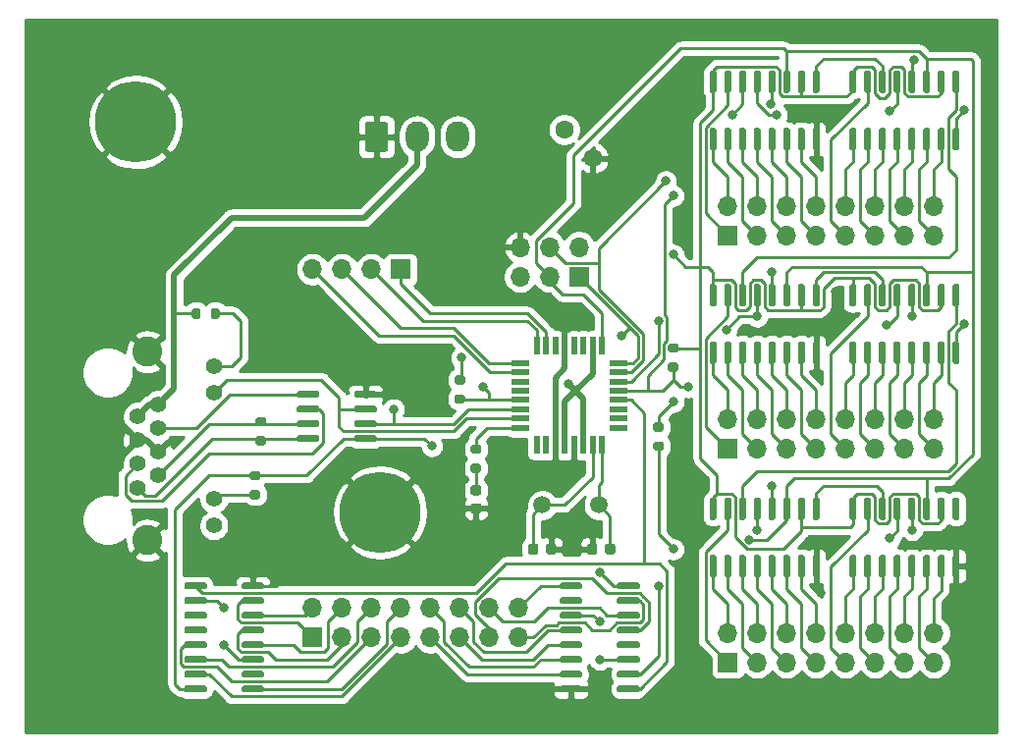
<source format=gtl>
G04 #@! TF.GenerationSoftware,KiCad,Pcbnew,(5.1.9)-1*
G04 #@! TF.CreationDate,2021-06-09T23:06:16+02:00*
G04 #@! TF.ProjectId,interface,696e7465-7266-4616-9365-2e6b69636164,rev?*
G04 #@! TF.SameCoordinates,Original*
G04 #@! TF.FileFunction,Copper,L1,Top*
G04 #@! TF.FilePolarity,Positive*
%FSLAX46Y46*%
G04 Gerber Fmt 4.6, Leading zero omitted, Abs format (unit mm)*
G04 Created by KiCad (PCBNEW (5.1.9)-1) date 2021-06-09 23:06:16*
%MOMM*%
%LPD*%
G01*
G04 APERTURE LIST*
G04 #@! TA.AperFunction,ComponentPad*
%ADD10C,0.800000*%
G04 #@! TD*
G04 #@! TA.AperFunction,ComponentPad*
%ADD11C,7.000000*%
G04 #@! TD*
G04 #@! TA.AperFunction,ComponentPad*
%ADD12O,1.700000X1.700000*%
G04 #@! TD*
G04 #@! TA.AperFunction,ComponentPad*
%ADD13R,1.700000X1.700000*%
G04 #@! TD*
G04 #@! TA.AperFunction,ComponentPad*
%ADD14C,1.400000*%
G04 #@! TD*
G04 #@! TA.AperFunction,ComponentPad*
%ADD15C,2.600000*%
G04 #@! TD*
G04 #@! TA.AperFunction,ComponentPad*
%ADD16C,1.600000*%
G04 #@! TD*
G04 #@! TA.AperFunction,SMDPad,CuDef*
%ADD17R,1.600000X0.550000*%
G04 #@! TD*
G04 #@! TA.AperFunction,SMDPad,CuDef*
%ADD18R,0.550000X1.600000*%
G04 #@! TD*
G04 #@! TA.AperFunction,ComponentPad*
%ADD19O,2.000000X2.600000*%
G04 #@! TD*
G04 #@! TA.AperFunction,ComponentPad*
%ADD20C,1.500000*%
G04 #@! TD*
G04 #@! TA.AperFunction,ViaPad*
%ADD21C,0.800000*%
G04 #@! TD*
G04 #@! TA.AperFunction,Conductor*
%ADD22C,0.250000*%
G04 #@! TD*
G04 #@! TA.AperFunction,Conductor*
%ADD23C,0.500000*%
G04 #@! TD*
G04 #@! TA.AperFunction,Conductor*
%ADD24C,0.254000*%
G04 #@! TD*
G04 #@! TA.AperFunction,Conductor*
%ADD25C,0.100000*%
G04 #@! TD*
G04 APERTURE END LIST*
D10*
X105234155Y-71803845D03*
X103378000Y-71035000D03*
X101521845Y-71803845D03*
X100753000Y-73660000D03*
X101521845Y-75516155D03*
X103378000Y-76285000D03*
X105234155Y-75516155D03*
X106003000Y-73660000D03*
D11*
X103378000Y-73660000D03*
G04 #@! TA.AperFunction,SMDPad,CuDef*
G36*
G01*
X153312000Y-107974000D02*
X153012000Y-107974000D01*
G75*
G02*
X152862000Y-107824000I0J150000D01*
G01*
X152862000Y-106174000D01*
G75*
G02*
X153012000Y-106024000I150000J0D01*
G01*
X153312000Y-106024000D01*
G75*
G02*
X153462000Y-106174000I0J-150000D01*
G01*
X153462000Y-107824000D01*
G75*
G02*
X153312000Y-107974000I-150000J0D01*
G01*
G37*
G04 #@! TD.AperFunction*
G04 #@! TA.AperFunction,SMDPad,CuDef*
G36*
G01*
X154582000Y-107974000D02*
X154282000Y-107974000D01*
G75*
G02*
X154132000Y-107824000I0J150000D01*
G01*
X154132000Y-106174000D01*
G75*
G02*
X154282000Y-106024000I150000J0D01*
G01*
X154582000Y-106024000D01*
G75*
G02*
X154732000Y-106174000I0J-150000D01*
G01*
X154732000Y-107824000D01*
G75*
G02*
X154582000Y-107974000I-150000J0D01*
G01*
G37*
G04 #@! TD.AperFunction*
G04 #@! TA.AperFunction,SMDPad,CuDef*
G36*
G01*
X155852000Y-107974000D02*
X155552000Y-107974000D01*
G75*
G02*
X155402000Y-107824000I0J150000D01*
G01*
X155402000Y-106174000D01*
G75*
G02*
X155552000Y-106024000I150000J0D01*
G01*
X155852000Y-106024000D01*
G75*
G02*
X156002000Y-106174000I0J-150000D01*
G01*
X156002000Y-107824000D01*
G75*
G02*
X155852000Y-107974000I-150000J0D01*
G01*
G37*
G04 #@! TD.AperFunction*
G04 #@! TA.AperFunction,SMDPad,CuDef*
G36*
G01*
X157122000Y-107974000D02*
X156822000Y-107974000D01*
G75*
G02*
X156672000Y-107824000I0J150000D01*
G01*
X156672000Y-106174000D01*
G75*
G02*
X156822000Y-106024000I150000J0D01*
G01*
X157122000Y-106024000D01*
G75*
G02*
X157272000Y-106174000I0J-150000D01*
G01*
X157272000Y-107824000D01*
G75*
G02*
X157122000Y-107974000I-150000J0D01*
G01*
G37*
G04 #@! TD.AperFunction*
G04 #@! TA.AperFunction,SMDPad,CuDef*
G36*
G01*
X158392000Y-107974000D02*
X158092000Y-107974000D01*
G75*
G02*
X157942000Y-107824000I0J150000D01*
G01*
X157942000Y-106174000D01*
G75*
G02*
X158092000Y-106024000I150000J0D01*
G01*
X158392000Y-106024000D01*
G75*
G02*
X158542000Y-106174000I0J-150000D01*
G01*
X158542000Y-107824000D01*
G75*
G02*
X158392000Y-107974000I-150000J0D01*
G01*
G37*
G04 #@! TD.AperFunction*
G04 #@! TA.AperFunction,SMDPad,CuDef*
G36*
G01*
X159662000Y-107974000D02*
X159362000Y-107974000D01*
G75*
G02*
X159212000Y-107824000I0J150000D01*
G01*
X159212000Y-106174000D01*
G75*
G02*
X159362000Y-106024000I150000J0D01*
G01*
X159662000Y-106024000D01*
G75*
G02*
X159812000Y-106174000I0J-150000D01*
G01*
X159812000Y-107824000D01*
G75*
G02*
X159662000Y-107974000I-150000J0D01*
G01*
G37*
G04 #@! TD.AperFunction*
G04 #@! TA.AperFunction,SMDPad,CuDef*
G36*
G01*
X160932000Y-107974000D02*
X160632000Y-107974000D01*
G75*
G02*
X160482000Y-107824000I0J150000D01*
G01*
X160482000Y-106174000D01*
G75*
G02*
X160632000Y-106024000I150000J0D01*
G01*
X160932000Y-106024000D01*
G75*
G02*
X161082000Y-106174000I0J-150000D01*
G01*
X161082000Y-107824000D01*
G75*
G02*
X160932000Y-107974000I-150000J0D01*
G01*
G37*
G04 #@! TD.AperFunction*
G04 #@! TA.AperFunction,SMDPad,CuDef*
G36*
G01*
X162202000Y-107974000D02*
X161902000Y-107974000D01*
G75*
G02*
X161752000Y-107824000I0J150000D01*
G01*
X161752000Y-106174000D01*
G75*
G02*
X161902000Y-106024000I150000J0D01*
G01*
X162202000Y-106024000D01*
G75*
G02*
X162352000Y-106174000I0J-150000D01*
G01*
X162352000Y-107824000D01*
G75*
G02*
X162202000Y-107974000I-150000J0D01*
G01*
G37*
G04 #@! TD.AperFunction*
G04 #@! TA.AperFunction,SMDPad,CuDef*
G36*
G01*
X162202000Y-112924000D02*
X161902000Y-112924000D01*
G75*
G02*
X161752000Y-112774000I0J150000D01*
G01*
X161752000Y-111124000D01*
G75*
G02*
X161902000Y-110974000I150000J0D01*
G01*
X162202000Y-110974000D01*
G75*
G02*
X162352000Y-111124000I0J-150000D01*
G01*
X162352000Y-112774000D01*
G75*
G02*
X162202000Y-112924000I-150000J0D01*
G01*
G37*
G04 #@! TD.AperFunction*
G04 #@! TA.AperFunction,SMDPad,CuDef*
G36*
G01*
X160932000Y-112924000D02*
X160632000Y-112924000D01*
G75*
G02*
X160482000Y-112774000I0J150000D01*
G01*
X160482000Y-111124000D01*
G75*
G02*
X160632000Y-110974000I150000J0D01*
G01*
X160932000Y-110974000D01*
G75*
G02*
X161082000Y-111124000I0J-150000D01*
G01*
X161082000Y-112774000D01*
G75*
G02*
X160932000Y-112924000I-150000J0D01*
G01*
G37*
G04 #@! TD.AperFunction*
G04 #@! TA.AperFunction,SMDPad,CuDef*
G36*
G01*
X159662000Y-112924000D02*
X159362000Y-112924000D01*
G75*
G02*
X159212000Y-112774000I0J150000D01*
G01*
X159212000Y-111124000D01*
G75*
G02*
X159362000Y-110974000I150000J0D01*
G01*
X159662000Y-110974000D01*
G75*
G02*
X159812000Y-111124000I0J-150000D01*
G01*
X159812000Y-112774000D01*
G75*
G02*
X159662000Y-112924000I-150000J0D01*
G01*
G37*
G04 #@! TD.AperFunction*
G04 #@! TA.AperFunction,SMDPad,CuDef*
G36*
G01*
X158392000Y-112924000D02*
X158092000Y-112924000D01*
G75*
G02*
X157942000Y-112774000I0J150000D01*
G01*
X157942000Y-111124000D01*
G75*
G02*
X158092000Y-110974000I150000J0D01*
G01*
X158392000Y-110974000D01*
G75*
G02*
X158542000Y-111124000I0J-150000D01*
G01*
X158542000Y-112774000D01*
G75*
G02*
X158392000Y-112924000I-150000J0D01*
G01*
G37*
G04 #@! TD.AperFunction*
G04 #@! TA.AperFunction,SMDPad,CuDef*
G36*
G01*
X157122000Y-112924000D02*
X156822000Y-112924000D01*
G75*
G02*
X156672000Y-112774000I0J150000D01*
G01*
X156672000Y-111124000D01*
G75*
G02*
X156822000Y-110974000I150000J0D01*
G01*
X157122000Y-110974000D01*
G75*
G02*
X157272000Y-111124000I0J-150000D01*
G01*
X157272000Y-112774000D01*
G75*
G02*
X157122000Y-112924000I-150000J0D01*
G01*
G37*
G04 #@! TD.AperFunction*
G04 #@! TA.AperFunction,SMDPad,CuDef*
G36*
G01*
X155852000Y-112924000D02*
X155552000Y-112924000D01*
G75*
G02*
X155402000Y-112774000I0J150000D01*
G01*
X155402000Y-111124000D01*
G75*
G02*
X155552000Y-110974000I150000J0D01*
G01*
X155852000Y-110974000D01*
G75*
G02*
X156002000Y-111124000I0J-150000D01*
G01*
X156002000Y-112774000D01*
G75*
G02*
X155852000Y-112924000I-150000J0D01*
G01*
G37*
G04 #@! TD.AperFunction*
G04 #@! TA.AperFunction,SMDPad,CuDef*
G36*
G01*
X154582000Y-112924000D02*
X154282000Y-112924000D01*
G75*
G02*
X154132000Y-112774000I0J150000D01*
G01*
X154132000Y-111124000D01*
G75*
G02*
X154282000Y-110974000I150000J0D01*
G01*
X154582000Y-110974000D01*
G75*
G02*
X154732000Y-111124000I0J-150000D01*
G01*
X154732000Y-112774000D01*
G75*
G02*
X154582000Y-112924000I-150000J0D01*
G01*
G37*
G04 #@! TD.AperFunction*
G04 #@! TA.AperFunction,SMDPad,CuDef*
G36*
G01*
X153312000Y-112924000D02*
X153012000Y-112924000D01*
G75*
G02*
X152862000Y-112774000I0J150000D01*
G01*
X152862000Y-111124000D01*
G75*
G02*
X153012000Y-110974000I150000J0D01*
G01*
X153312000Y-110974000D01*
G75*
G02*
X153462000Y-111124000I0J-150000D01*
G01*
X153462000Y-112774000D01*
G75*
G02*
X153312000Y-112924000I-150000J0D01*
G01*
G37*
G04 #@! TD.AperFunction*
G04 #@! TA.AperFunction,SMDPad,CuDef*
G36*
G01*
X165377000Y-89559000D02*
X165077000Y-89559000D01*
G75*
G02*
X164927000Y-89409000I0J150000D01*
G01*
X164927000Y-87759000D01*
G75*
G02*
X165077000Y-87609000I150000J0D01*
G01*
X165377000Y-87609000D01*
G75*
G02*
X165527000Y-87759000I0J-150000D01*
G01*
X165527000Y-89409000D01*
G75*
G02*
X165377000Y-89559000I-150000J0D01*
G01*
G37*
G04 #@! TD.AperFunction*
G04 #@! TA.AperFunction,SMDPad,CuDef*
G36*
G01*
X166647000Y-89559000D02*
X166347000Y-89559000D01*
G75*
G02*
X166197000Y-89409000I0J150000D01*
G01*
X166197000Y-87759000D01*
G75*
G02*
X166347000Y-87609000I150000J0D01*
G01*
X166647000Y-87609000D01*
G75*
G02*
X166797000Y-87759000I0J-150000D01*
G01*
X166797000Y-89409000D01*
G75*
G02*
X166647000Y-89559000I-150000J0D01*
G01*
G37*
G04 #@! TD.AperFunction*
G04 #@! TA.AperFunction,SMDPad,CuDef*
G36*
G01*
X167917000Y-89559000D02*
X167617000Y-89559000D01*
G75*
G02*
X167467000Y-89409000I0J150000D01*
G01*
X167467000Y-87759000D01*
G75*
G02*
X167617000Y-87609000I150000J0D01*
G01*
X167917000Y-87609000D01*
G75*
G02*
X168067000Y-87759000I0J-150000D01*
G01*
X168067000Y-89409000D01*
G75*
G02*
X167917000Y-89559000I-150000J0D01*
G01*
G37*
G04 #@! TD.AperFunction*
G04 #@! TA.AperFunction,SMDPad,CuDef*
G36*
G01*
X169187000Y-89559000D02*
X168887000Y-89559000D01*
G75*
G02*
X168737000Y-89409000I0J150000D01*
G01*
X168737000Y-87759000D01*
G75*
G02*
X168887000Y-87609000I150000J0D01*
G01*
X169187000Y-87609000D01*
G75*
G02*
X169337000Y-87759000I0J-150000D01*
G01*
X169337000Y-89409000D01*
G75*
G02*
X169187000Y-89559000I-150000J0D01*
G01*
G37*
G04 #@! TD.AperFunction*
G04 #@! TA.AperFunction,SMDPad,CuDef*
G36*
G01*
X170457000Y-89559000D02*
X170157000Y-89559000D01*
G75*
G02*
X170007000Y-89409000I0J150000D01*
G01*
X170007000Y-87759000D01*
G75*
G02*
X170157000Y-87609000I150000J0D01*
G01*
X170457000Y-87609000D01*
G75*
G02*
X170607000Y-87759000I0J-150000D01*
G01*
X170607000Y-89409000D01*
G75*
G02*
X170457000Y-89559000I-150000J0D01*
G01*
G37*
G04 #@! TD.AperFunction*
G04 #@! TA.AperFunction,SMDPad,CuDef*
G36*
G01*
X171727000Y-89559000D02*
X171427000Y-89559000D01*
G75*
G02*
X171277000Y-89409000I0J150000D01*
G01*
X171277000Y-87759000D01*
G75*
G02*
X171427000Y-87609000I150000J0D01*
G01*
X171727000Y-87609000D01*
G75*
G02*
X171877000Y-87759000I0J-150000D01*
G01*
X171877000Y-89409000D01*
G75*
G02*
X171727000Y-89559000I-150000J0D01*
G01*
G37*
G04 #@! TD.AperFunction*
G04 #@! TA.AperFunction,SMDPad,CuDef*
G36*
G01*
X172997000Y-89559000D02*
X172697000Y-89559000D01*
G75*
G02*
X172547000Y-89409000I0J150000D01*
G01*
X172547000Y-87759000D01*
G75*
G02*
X172697000Y-87609000I150000J0D01*
G01*
X172997000Y-87609000D01*
G75*
G02*
X173147000Y-87759000I0J-150000D01*
G01*
X173147000Y-89409000D01*
G75*
G02*
X172997000Y-89559000I-150000J0D01*
G01*
G37*
G04 #@! TD.AperFunction*
G04 #@! TA.AperFunction,SMDPad,CuDef*
G36*
G01*
X174267000Y-89559000D02*
X173967000Y-89559000D01*
G75*
G02*
X173817000Y-89409000I0J150000D01*
G01*
X173817000Y-87759000D01*
G75*
G02*
X173967000Y-87609000I150000J0D01*
G01*
X174267000Y-87609000D01*
G75*
G02*
X174417000Y-87759000I0J-150000D01*
G01*
X174417000Y-89409000D01*
G75*
G02*
X174267000Y-89559000I-150000J0D01*
G01*
G37*
G04 #@! TD.AperFunction*
G04 #@! TA.AperFunction,SMDPad,CuDef*
G36*
G01*
X174267000Y-94509000D02*
X173967000Y-94509000D01*
G75*
G02*
X173817000Y-94359000I0J150000D01*
G01*
X173817000Y-92709000D01*
G75*
G02*
X173967000Y-92559000I150000J0D01*
G01*
X174267000Y-92559000D01*
G75*
G02*
X174417000Y-92709000I0J-150000D01*
G01*
X174417000Y-94359000D01*
G75*
G02*
X174267000Y-94509000I-150000J0D01*
G01*
G37*
G04 #@! TD.AperFunction*
G04 #@! TA.AperFunction,SMDPad,CuDef*
G36*
G01*
X172997000Y-94509000D02*
X172697000Y-94509000D01*
G75*
G02*
X172547000Y-94359000I0J150000D01*
G01*
X172547000Y-92709000D01*
G75*
G02*
X172697000Y-92559000I150000J0D01*
G01*
X172997000Y-92559000D01*
G75*
G02*
X173147000Y-92709000I0J-150000D01*
G01*
X173147000Y-94359000D01*
G75*
G02*
X172997000Y-94509000I-150000J0D01*
G01*
G37*
G04 #@! TD.AperFunction*
G04 #@! TA.AperFunction,SMDPad,CuDef*
G36*
G01*
X171727000Y-94509000D02*
X171427000Y-94509000D01*
G75*
G02*
X171277000Y-94359000I0J150000D01*
G01*
X171277000Y-92709000D01*
G75*
G02*
X171427000Y-92559000I150000J0D01*
G01*
X171727000Y-92559000D01*
G75*
G02*
X171877000Y-92709000I0J-150000D01*
G01*
X171877000Y-94359000D01*
G75*
G02*
X171727000Y-94509000I-150000J0D01*
G01*
G37*
G04 #@! TD.AperFunction*
G04 #@! TA.AperFunction,SMDPad,CuDef*
G36*
G01*
X170457000Y-94509000D02*
X170157000Y-94509000D01*
G75*
G02*
X170007000Y-94359000I0J150000D01*
G01*
X170007000Y-92709000D01*
G75*
G02*
X170157000Y-92559000I150000J0D01*
G01*
X170457000Y-92559000D01*
G75*
G02*
X170607000Y-92709000I0J-150000D01*
G01*
X170607000Y-94359000D01*
G75*
G02*
X170457000Y-94509000I-150000J0D01*
G01*
G37*
G04 #@! TD.AperFunction*
G04 #@! TA.AperFunction,SMDPad,CuDef*
G36*
G01*
X169187000Y-94509000D02*
X168887000Y-94509000D01*
G75*
G02*
X168737000Y-94359000I0J150000D01*
G01*
X168737000Y-92709000D01*
G75*
G02*
X168887000Y-92559000I150000J0D01*
G01*
X169187000Y-92559000D01*
G75*
G02*
X169337000Y-92709000I0J-150000D01*
G01*
X169337000Y-94359000D01*
G75*
G02*
X169187000Y-94509000I-150000J0D01*
G01*
G37*
G04 #@! TD.AperFunction*
G04 #@! TA.AperFunction,SMDPad,CuDef*
G36*
G01*
X167917000Y-94509000D02*
X167617000Y-94509000D01*
G75*
G02*
X167467000Y-94359000I0J150000D01*
G01*
X167467000Y-92709000D01*
G75*
G02*
X167617000Y-92559000I150000J0D01*
G01*
X167917000Y-92559000D01*
G75*
G02*
X168067000Y-92709000I0J-150000D01*
G01*
X168067000Y-94359000D01*
G75*
G02*
X167917000Y-94509000I-150000J0D01*
G01*
G37*
G04 #@! TD.AperFunction*
G04 #@! TA.AperFunction,SMDPad,CuDef*
G36*
G01*
X166647000Y-94509000D02*
X166347000Y-94509000D01*
G75*
G02*
X166197000Y-94359000I0J150000D01*
G01*
X166197000Y-92709000D01*
G75*
G02*
X166347000Y-92559000I150000J0D01*
G01*
X166647000Y-92559000D01*
G75*
G02*
X166797000Y-92709000I0J-150000D01*
G01*
X166797000Y-94359000D01*
G75*
G02*
X166647000Y-94509000I-150000J0D01*
G01*
G37*
G04 #@! TD.AperFunction*
G04 #@! TA.AperFunction,SMDPad,CuDef*
G36*
G01*
X165377000Y-94509000D02*
X165077000Y-94509000D01*
G75*
G02*
X164927000Y-94359000I0J150000D01*
G01*
X164927000Y-92709000D01*
G75*
G02*
X165077000Y-92559000I150000J0D01*
G01*
X165377000Y-92559000D01*
G75*
G02*
X165527000Y-92709000I0J-150000D01*
G01*
X165527000Y-94359000D01*
G75*
G02*
X165377000Y-94509000I-150000J0D01*
G01*
G37*
G04 #@! TD.AperFunction*
D12*
X136398000Y-115570000D03*
X136398000Y-118110000D03*
X133858000Y-115570000D03*
X133858000Y-118110000D03*
X131318000Y-115570000D03*
X131318000Y-118110000D03*
X128778000Y-115570000D03*
X128778000Y-118110000D03*
X126238000Y-115570000D03*
X126238000Y-118110000D03*
X123698000Y-115570000D03*
X123698000Y-118110000D03*
X121158000Y-115570000D03*
X121158000Y-118110000D03*
X118618000Y-115570000D03*
D13*
X118618000Y-118110000D03*
G04 #@! TA.AperFunction,SMDPad,CuDef*
G36*
G01*
X109498000Y-122405000D02*
X109498000Y-122705000D01*
G75*
G02*
X109348000Y-122855000I-150000J0D01*
G01*
X107698000Y-122855000D01*
G75*
G02*
X107548000Y-122705000I0J150000D01*
G01*
X107548000Y-122405000D01*
G75*
G02*
X107698000Y-122255000I150000J0D01*
G01*
X109348000Y-122255000D01*
G75*
G02*
X109498000Y-122405000I0J-150000D01*
G01*
G37*
G04 #@! TD.AperFunction*
G04 #@! TA.AperFunction,SMDPad,CuDef*
G36*
G01*
X109498000Y-121135000D02*
X109498000Y-121435000D01*
G75*
G02*
X109348000Y-121585000I-150000J0D01*
G01*
X107698000Y-121585000D01*
G75*
G02*
X107548000Y-121435000I0J150000D01*
G01*
X107548000Y-121135000D01*
G75*
G02*
X107698000Y-120985000I150000J0D01*
G01*
X109348000Y-120985000D01*
G75*
G02*
X109498000Y-121135000I0J-150000D01*
G01*
G37*
G04 #@! TD.AperFunction*
G04 #@! TA.AperFunction,SMDPad,CuDef*
G36*
G01*
X109498000Y-119865000D02*
X109498000Y-120165000D01*
G75*
G02*
X109348000Y-120315000I-150000J0D01*
G01*
X107698000Y-120315000D01*
G75*
G02*
X107548000Y-120165000I0J150000D01*
G01*
X107548000Y-119865000D01*
G75*
G02*
X107698000Y-119715000I150000J0D01*
G01*
X109348000Y-119715000D01*
G75*
G02*
X109498000Y-119865000I0J-150000D01*
G01*
G37*
G04 #@! TD.AperFunction*
G04 #@! TA.AperFunction,SMDPad,CuDef*
G36*
G01*
X109498000Y-118595000D02*
X109498000Y-118895000D01*
G75*
G02*
X109348000Y-119045000I-150000J0D01*
G01*
X107698000Y-119045000D01*
G75*
G02*
X107548000Y-118895000I0J150000D01*
G01*
X107548000Y-118595000D01*
G75*
G02*
X107698000Y-118445000I150000J0D01*
G01*
X109348000Y-118445000D01*
G75*
G02*
X109498000Y-118595000I0J-150000D01*
G01*
G37*
G04 #@! TD.AperFunction*
G04 #@! TA.AperFunction,SMDPad,CuDef*
G36*
G01*
X109498000Y-117325000D02*
X109498000Y-117625000D01*
G75*
G02*
X109348000Y-117775000I-150000J0D01*
G01*
X107698000Y-117775000D01*
G75*
G02*
X107548000Y-117625000I0J150000D01*
G01*
X107548000Y-117325000D01*
G75*
G02*
X107698000Y-117175000I150000J0D01*
G01*
X109348000Y-117175000D01*
G75*
G02*
X109498000Y-117325000I0J-150000D01*
G01*
G37*
G04 #@! TD.AperFunction*
G04 #@! TA.AperFunction,SMDPad,CuDef*
G36*
G01*
X109498000Y-116055000D02*
X109498000Y-116355000D01*
G75*
G02*
X109348000Y-116505000I-150000J0D01*
G01*
X107698000Y-116505000D01*
G75*
G02*
X107548000Y-116355000I0J150000D01*
G01*
X107548000Y-116055000D01*
G75*
G02*
X107698000Y-115905000I150000J0D01*
G01*
X109348000Y-115905000D01*
G75*
G02*
X109498000Y-116055000I0J-150000D01*
G01*
G37*
G04 #@! TD.AperFunction*
G04 #@! TA.AperFunction,SMDPad,CuDef*
G36*
G01*
X109498000Y-114785000D02*
X109498000Y-115085000D01*
G75*
G02*
X109348000Y-115235000I-150000J0D01*
G01*
X107698000Y-115235000D01*
G75*
G02*
X107548000Y-115085000I0J150000D01*
G01*
X107548000Y-114785000D01*
G75*
G02*
X107698000Y-114635000I150000J0D01*
G01*
X109348000Y-114635000D01*
G75*
G02*
X109498000Y-114785000I0J-150000D01*
G01*
G37*
G04 #@! TD.AperFunction*
G04 #@! TA.AperFunction,SMDPad,CuDef*
G36*
G01*
X109498000Y-113515000D02*
X109498000Y-113815000D01*
G75*
G02*
X109348000Y-113965000I-150000J0D01*
G01*
X107698000Y-113965000D01*
G75*
G02*
X107548000Y-113815000I0J150000D01*
G01*
X107548000Y-113515000D01*
G75*
G02*
X107698000Y-113365000I150000J0D01*
G01*
X109348000Y-113365000D01*
G75*
G02*
X109498000Y-113515000I0J-150000D01*
G01*
G37*
G04 #@! TD.AperFunction*
G04 #@! TA.AperFunction,SMDPad,CuDef*
G36*
G01*
X114448000Y-113515000D02*
X114448000Y-113815000D01*
G75*
G02*
X114298000Y-113965000I-150000J0D01*
G01*
X112648000Y-113965000D01*
G75*
G02*
X112498000Y-113815000I0J150000D01*
G01*
X112498000Y-113515000D01*
G75*
G02*
X112648000Y-113365000I150000J0D01*
G01*
X114298000Y-113365000D01*
G75*
G02*
X114448000Y-113515000I0J-150000D01*
G01*
G37*
G04 #@! TD.AperFunction*
G04 #@! TA.AperFunction,SMDPad,CuDef*
G36*
G01*
X114448000Y-114785000D02*
X114448000Y-115085000D01*
G75*
G02*
X114298000Y-115235000I-150000J0D01*
G01*
X112648000Y-115235000D01*
G75*
G02*
X112498000Y-115085000I0J150000D01*
G01*
X112498000Y-114785000D01*
G75*
G02*
X112648000Y-114635000I150000J0D01*
G01*
X114298000Y-114635000D01*
G75*
G02*
X114448000Y-114785000I0J-150000D01*
G01*
G37*
G04 #@! TD.AperFunction*
G04 #@! TA.AperFunction,SMDPad,CuDef*
G36*
G01*
X114448000Y-116055000D02*
X114448000Y-116355000D01*
G75*
G02*
X114298000Y-116505000I-150000J0D01*
G01*
X112648000Y-116505000D01*
G75*
G02*
X112498000Y-116355000I0J150000D01*
G01*
X112498000Y-116055000D01*
G75*
G02*
X112648000Y-115905000I150000J0D01*
G01*
X114298000Y-115905000D01*
G75*
G02*
X114448000Y-116055000I0J-150000D01*
G01*
G37*
G04 #@! TD.AperFunction*
G04 #@! TA.AperFunction,SMDPad,CuDef*
G36*
G01*
X114448000Y-117325000D02*
X114448000Y-117625000D01*
G75*
G02*
X114298000Y-117775000I-150000J0D01*
G01*
X112648000Y-117775000D01*
G75*
G02*
X112498000Y-117625000I0J150000D01*
G01*
X112498000Y-117325000D01*
G75*
G02*
X112648000Y-117175000I150000J0D01*
G01*
X114298000Y-117175000D01*
G75*
G02*
X114448000Y-117325000I0J-150000D01*
G01*
G37*
G04 #@! TD.AperFunction*
G04 #@! TA.AperFunction,SMDPad,CuDef*
G36*
G01*
X114448000Y-118595000D02*
X114448000Y-118895000D01*
G75*
G02*
X114298000Y-119045000I-150000J0D01*
G01*
X112648000Y-119045000D01*
G75*
G02*
X112498000Y-118895000I0J150000D01*
G01*
X112498000Y-118595000D01*
G75*
G02*
X112648000Y-118445000I150000J0D01*
G01*
X114298000Y-118445000D01*
G75*
G02*
X114448000Y-118595000I0J-150000D01*
G01*
G37*
G04 #@! TD.AperFunction*
G04 #@! TA.AperFunction,SMDPad,CuDef*
G36*
G01*
X114448000Y-119865000D02*
X114448000Y-120165000D01*
G75*
G02*
X114298000Y-120315000I-150000J0D01*
G01*
X112648000Y-120315000D01*
G75*
G02*
X112498000Y-120165000I0J150000D01*
G01*
X112498000Y-119865000D01*
G75*
G02*
X112648000Y-119715000I150000J0D01*
G01*
X114298000Y-119715000D01*
G75*
G02*
X114448000Y-119865000I0J-150000D01*
G01*
G37*
G04 #@! TD.AperFunction*
G04 #@! TA.AperFunction,SMDPad,CuDef*
G36*
G01*
X114448000Y-121135000D02*
X114448000Y-121435000D01*
G75*
G02*
X114298000Y-121585000I-150000J0D01*
G01*
X112648000Y-121585000D01*
G75*
G02*
X112498000Y-121435000I0J150000D01*
G01*
X112498000Y-121135000D01*
G75*
G02*
X112648000Y-120985000I150000J0D01*
G01*
X114298000Y-120985000D01*
G75*
G02*
X114448000Y-121135000I0J-150000D01*
G01*
G37*
G04 #@! TD.AperFunction*
G04 #@! TA.AperFunction,SMDPad,CuDef*
G36*
G01*
X114448000Y-122405000D02*
X114448000Y-122705000D01*
G75*
G02*
X114298000Y-122855000I-150000J0D01*
G01*
X112648000Y-122855000D01*
G75*
G02*
X112498000Y-122705000I0J150000D01*
G01*
X112498000Y-122405000D01*
G75*
G02*
X112648000Y-122255000I150000J0D01*
G01*
X114298000Y-122255000D01*
G75*
G02*
X114448000Y-122405000I0J-150000D01*
G01*
G37*
G04 #@! TD.AperFunction*
G04 #@! TA.AperFunction,SMDPad,CuDef*
G36*
G01*
X165377000Y-107974000D02*
X165077000Y-107974000D01*
G75*
G02*
X164927000Y-107824000I0J150000D01*
G01*
X164927000Y-106174000D01*
G75*
G02*
X165077000Y-106024000I150000J0D01*
G01*
X165377000Y-106024000D01*
G75*
G02*
X165527000Y-106174000I0J-150000D01*
G01*
X165527000Y-107824000D01*
G75*
G02*
X165377000Y-107974000I-150000J0D01*
G01*
G37*
G04 #@! TD.AperFunction*
G04 #@! TA.AperFunction,SMDPad,CuDef*
G36*
G01*
X166647000Y-107974000D02*
X166347000Y-107974000D01*
G75*
G02*
X166197000Y-107824000I0J150000D01*
G01*
X166197000Y-106174000D01*
G75*
G02*
X166347000Y-106024000I150000J0D01*
G01*
X166647000Y-106024000D01*
G75*
G02*
X166797000Y-106174000I0J-150000D01*
G01*
X166797000Y-107824000D01*
G75*
G02*
X166647000Y-107974000I-150000J0D01*
G01*
G37*
G04 #@! TD.AperFunction*
G04 #@! TA.AperFunction,SMDPad,CuDef*
G36*
G01*
X167917000Y-107974000D02*
X167617000Y-107974000D01*
G75*
G02*
X167467000Y-107824000I0J150000D01*
G01*
X167467000Y-106174000D01*
G75*
G02*
X167617000Y-106024000I150000J0D01*
G01*
X167917000Y-106024000D01*
G75*
G02*
X168067000Y-106174000I0J-150000D01*
G01*
X168067000Y-107824000D01*
G75*
G02*
X167917000Y-107974000I-150000J0D01*
G01*
G37*
G04 #@! TD.AperFunction*
G04 #@! TA.AperFunction,SMDPad,CuDef*
G36*
G01*
X169187000Y-107974000D02*
X168887000Y-107974000D01*
G75*
G02*
X168737000Y-107824000I0J150000D01*
G01*
X168737000Y-106174000D01*
G75*
G02*
X168887000Y-106024000I150000J0D01*
G01*
X169187000Y-106024000D01*
G75*
G02*
X169337000Y-106174000I0J-150000D01*
G01*
X169337000Y-107824000D01*
G75*
G02*
X169187000Y-107974000I-150000J0D01*
G01*
G37*
G04 #@! TD.AperFunction*
G04 #@! TA.AperFunction,SMDPad,CuDef*
G36*
G01*
X170457000Y-107974000D02*
X170157000Y-107974000D01*
G75*
G02*
X170007000Y-107824000I0J150000D01*
G01*
X170007000Y-106174000D01*
G75*
G02*
X170157000Y-106024000I150000J0D01*
G01*
X170457000Y-106024000D01*
G75*
G02*
X170607000Y-106174000I0J-150000D01*
G01*
X170607000Y-107824000D01*
G75*
G02*
X170457000Y-107974000I-150000J0D01*
G01*
G37*
G04 #@! TD.AperFunction*
G04 #@! TA.AperFunction,SMDPad,CuDef*
G36*
G01*
X171727000Y-107974000D02*
X171427000Y-107974000D01*
G75*
G02*
X171277000Y-107824000I0J150000D01*
G01*
X171277000Y-106174000D01*
G75*
G02*
X171427000Y-106024000I150000J0D01*
G01*
X171727000Y-106024000D01*
G75*
G02*
X171877000Y-106174000I0J-150000D01*
G01*
X171877000Y-107824000D01*
G75*
G02*
X171727000Y-107974000I-150000J0D01*
G01*
G37*
G04 #@! TD.AperFunction*
G04 #@! TA.AperFunction,SMDPad,CuDef*
G36*
G01*
X172997000Y-107974000D02*
X172697000Y-107974000D01*
G75*
G02*
X172547000Y-107824000I0J150000D01*
G01*
X172547000Y-106174000D01*
G75*
G02*
X172697000Y-106024000I150000J0D01*
G01*
X172997000Y-106024000D01*
G75*
G02*
X173147000Y-106174000I0J-150000D01*
G01*
X173147000Y-107824000D01*
G75*
G02*
X172997000Y-107974000I-150000J0D01*
G01*
G37*
G04 #@! TD.AperFunction*
G04 #@! TA.AperFunction,SMDPad,CuDef*
G36*
G01*
X174267000Y-107974000D02*
X173967000Y-107974000D01*
G75*
G02*
X173817000Y-107824000I0J150000D01*
G01*
X173817000Y-106174000D01*
G75*
G02*
X173967000Y-106024000I150000J0D01*
G01*
X174267000Y-106024000D01*
G75*
G02*
X174417000Y-106174000I0J-150000D01*
G01*
X174417000Y-107824000D01*
G75*
G02*
X174267000Y-107974000I-150000J0D01*
G01*
G37*
G04 #@! TD.AperFunction*
G04 #@! TA.AperFunction,SMDPad,CuDef*
G36*
G01*
X174267000Y-112924000D02*
X173967000Y-112924000D01*
G75*
G02*
X173817000Y-112774000I0J150000D01*
G01*
X173817000Y-111124000D01*
G75*
G02*
X173967000Y-110974000I150000J0D01*
G01*
X174267000Y-110974000D01*
G75*
G02*
X174417000Y-111124000I0J-150000D01*
G01*
X174417000Y-112774000D01*
G75*
G02*
X174267000Y-112924000I-150000J0D01*
G01*
G37*
G04 #@! TD.AperFunction*
G04 #@! TA.AperFunction,SMDPad,CuDef*
G36*
G01*
X172997000Y-112924000D02*
X172697000Y-112924000D01*
G75*
G02*
X172547000Y-112774000I0J150000D01*
G01*
X172547000Y-111124000D01*
G75*
G02*
X172697000Y-110974000I150000J0D01*
G01*
X172997000Y-110974000D01*
G75*
G02*
X173147000Y-111124000I0J-150000D01*
G01*
X173147000Y-112774000D01*
G75*
G02*
X172997000Y-112924000I-150000J0D01*
G01*
G37*
G04 #@! TD.AperFunction*
G04 #@! TA.AperFunction,SMDPad,CuDef*
G36*
G01*
X171727000Y-112924000D02*
X171427000Y-112924000D01*
G75*
G02*
X171277000Y-112774000I0J150000D01*
G01*
X171277000Y-111124000D01*
G75*
G02*
X171427000Y-110974000I150000J0D01*
G01*
X171727000Y-110974000D01*
G75*
G02*
X171877000Y-111124000I0J-150000D01*
G01*
X171877000Y-112774000D01*
G75*
G02*
X171727000Y-112924000I-150000J0D01*
G01*
G37*
G04 #@! TD.AperFunction*
G04 #@! TA.AperFunction,SMDPad,CuDef*
G36*
G01*
X170457000Y-112924000D02*
X170157000Y-112924000D01*
G75*
G02*
X170007000Y-112774000I0J150000D01*
G01*
X170007000Y-111124000D01*
G75*
G02*
X170157000Y-110974000I150000J0D01*
G01*
X170457000Y-110974000D01*
G75*
G02*
X170607000Y-111124000I0J-150000D01*
G01*
X170607000Y-112774000D01*
G75*
G02*
X170457000Y-112924000I-150000J0D01*
G01*
G37*
G04 #@! TD.AperFunction*
G04 #@! TA.AperFunction,SMDPad,CuDef*
G36*
G01*
X169187000Y-112924000D02*
X168887000Y-112924000D01*
G75*
G02*
X168737000Y-112774000I0J150000D01*
G01*
X168737000Y-111124000D01*
G75*
G02*
X168887000Y-110974000I150000J0D01*
G01*
X169187000Y-110974000D01*
G75*
G02*
X169337000Y-111124000I0J-150000D01*
G01*
X169337000Y-112774000D01*
G75*
G02*
X169187000Y-112924000I-150000J0D01*
G01*
G37*
G04 #@! TD.AperFunction*
G04 #@! TA.AperFunction,SMDPad,CuDef*
G36*
G01*
X167917000Y-112924000D02*
X167617000Y-112924000D01*
G75*
G02*
X167467000Y-112774000I0J150000D01*
G01*
X167467000Y-111124000D01*
G75*
G02*
X167617000Y-110974000I150000J0D01*
G01*
X167917000Y-110974000D01*
G75*
G02*
X168067000Y-111124000I0J-150000D01*
G01*
X168067000Y-112774000D01*
G75*
G02*
X167917000Y-112924000I-150000J0D01*
G01*
G37*
G04 #@! TD.AperFunction*
G04 #@! TA.AperFunction,SMDPad,CuDef*
G36*
G01*
X166647000Y-112924000D02*
X166347000Y-112924000D01*
G75*
G02*
X166197000Y-112774000I0J150000D01*
G01*
X166197000Y-111124000D01*
G75*
G02*
X166347000Y-110974000I150000J0D01*
G01*
X166647000Y-110974000D01*
G75*
G02*
X166797000Y-111124000I0J-150000D01*
G01*
X166797000Y-112774000D01*
G75*
G02*
X166647000Y-112924000I-150000J0D01*
G01*
G37*
G04 #@! TD.AperFunction*
G04 #@! TA.AperFunction,SMDPad,CuDef*
G36*
G01*
X165377000Y-112924000D02*
X165077000Y-112924000D01*
G75*
G02*
X164927000Y-112774000I0J150000D01*
G01*
X164927000Y-111124000D01*
G75*
G02*
X165077000Y-110974000I150000J0D01*
G01*
X165377000Y-110974000D01*
G75*
G02*
X165527000Y-111124000I0J-150000D01*
G01*
X165527000Y-112774000D01*
G75*
G02*
X165377000Y-112924000I-150000J0D01*
G01*
G37*
G04 #@! TD.AperFunction*
G04 #@! TA.AperFunction,SMDPad,CuDef*
G36*
G01*
X153312000Y-89559000D02*
X153012000Y-89559000D01*
G75*
G02*
X152862000Y-89409000I0J150000D01*
G01*
X152862000Y-87759000D01*
G75*
G02*
X153012000Y-87609000I150000J0D01*
G01*
X153312000Y-87609000D01*
G75*
G02*
X153462000Y-87759000I0J-150000D01*
G01*
X153462000Y-89409000D01*
G75*
G02*
X153312000Y-89559000I-150000J0D01*
G01*
G37*
G04 #@! TD.AperFunction*
G04 #@! TA.AperFunction,SMDPad,CuDef*
G36*
G01*
X154582000Y-89559000D02*
X154282000Y-89559000D01*
G75*
G02*
X154132000Y-89409000I0J150000D01*
G01*
X154132000Y-87759000D01*
G75*
G02*
X154282000Y-87609000I150000J0D01*
G01*
X154582000Y-87609000D01*
G75*
G02*
X154732000Y-87759000I0J-150000D01*
G01*
X154732000Y-89409000D01*
G75*
G02*
X154582000Y-89559000I-150000J0D01*
G01*
G37*
G04 #@! TD.AperFunction*
G04 #@! TA.AperFunction,SMDPad,CuDef*
G36*
G01*
X155852000Y-89559000D02*
X155552000Y-89559000D01*
G75*
G02*
X155402000Y-89409000I0J150000D01*
G01*
X155402000Y-87759000D01*
G75*
G02*
X155552000Y-87609000I150000J0D01*
G01*
X155852000Y-87609000D01*
G75*
G02*
X156002000Y-87759000I0J-150000D01*
G01*
X156002000Y-89409000D01*
G75*
G02*
X155852000Y-89559000I-150000J0D01*
G01*
G37*
G04 #@! TD.AperFunction*
G04 #@! TA.AperFunction,SMDPad,CuDef*
G36*
G01*
X157122000Y-89559000D02*
X156822000Y-89559000D01*
G75*
G02*
X156672000Y-89409000I0J150000D01*
G01*
X156672000Y-87759000D01*
G75*
G02*
X156822000Y-87609000I150000J0D01*
G01*
X157122000Y-87609000D01*
G75*
G02*
X157272000Y-87759000I0J-150000D01*
G01*
X157272000Y-89409000D01*
G75*
G02*
X157122000Y-89559000I-150000J0D01*
G01*
G37*
G04 #@! TD.AperFunction*
G04 #@! TA.AperFunction,SMDPad,CuDef*
G36*
G01*
X158392000Y-89559000D02*
X158092000Y-89559000D01*
G75*
G02*
X157942000Y-89409000I0J150000D01*
G01*
X157942000Y-87759000D01*
G75*
G02*
X158092000Y-87609000I150000J0D01*
G01*
X158392000Y-87609000D01*
G75*
G02*
X158542000Y-87759000I0J-150000D01*
G01*
X158542000Y-89409000D01*
G75*
G02*
X158392000Y-89559000I-150000J0D01*
G01*
G37*
G04 #@! TD.AperFunction*
G04 #@! TA.AperFunction,SMDPad,CuDef*
G36*
G01*
X159662000Y-89559000D02*
X159362000Y-89559000D01*
G75*
G02*
X159212000Y-89409000I0J150000D01*
G01*
X159212000Y-87759000D01*
G75*
G02*
X159362000Y-87609000I150000J0D01*
G01*
X159662000Y-87609000D01*
G75*
G02*
X159812000Y-87759000I0J-150000D01*
G01*
X159812000Y-89409000D01*
G75*
G02*
X159662000Y-89559000I-150000J0D01*
G01*
G37*
G04 #@! TD.AperFunction*
G04 #@! TA.AperFunction,SMDPad,CuDef*
G36*
G01*
X160932000Y-89559000D02*
X160632000Y-89559000D01*
G75*
G02*
X160482000Y-89409000I0J150000D01*
G01*
X160482000Y-87759000D01*
G75*
G02*
X160632000Y-87609000I150000J0D01*
G01*
X160932000Y-87609000D01*
G75*
G02*
X161082000Y-87759000I0J-150000D01*
G01*
X161082000Y-89409000D01*
G75*
G02*
X160932000Y-89559000I-150000J0D01*
G01*
G37*
G04 #@! TD.AperFunction*
G04 #@! TA.AperFunction,SMDPad,CuDef*
G36*
G01*
X162202000Y-89559000D02*
X161902000Y-89559000D01*
G75*
G02*
X161752000Y-89409000I0J150000D01*
G01*
X161752000Y-87759000D01*
G75*
G02*
X161902000Y-87609000I150000J0D01*
G01*
X162202000Y-87609000D01*
G75*
G02*
X162352000Y-87759000I0J-150000D01*
G01*
X162352000Y-89409000D01*
G75*
G02*
X162202000Y-89559000I-150000J0D01*
G01*
G37*
G04 #@! TD.AperFunction*
G04 #@! TA.AperFunction,SMDPad,CuDef*
G36*
G01*
X162202000Y-94509000D02*
X161902000Y-94509000D01*
G75*
G02*
X161752000Y-94359000I0J150000D01*
G01*
X161752000Y-92709000D01*
G75*
G02*
X161902000Y-92559000I150000J0D01*
G01*
X162202000Y-92559000D01*
G75*
G02*
X162352000Y-92709000I0J-150000D01*
G01*
X162352000Y-94359000D01*
G75*
G02*
X162202000Y-94509000I-150000J0D01*
G01*
G37*
G04 #@! TD.AperFunction*
G04 #@! TA.AperFunction,SMDPad,CuDef*
G36*
G01*
X160932000Y-94509000D02*
X160632000Y-94509000D01*
G75*
G02*
X160482000Y-94359000I0J150000D01*
G01*
X160482000Y-92709000D01*
G75*
G02*
X160632000Y-92559000I150000J0D01*
G01*
X160932000Y-92559000D01*
G75*
G02*
X161082000Y-92709000I0J-150000D01*
G01*
X161082000Y-94359000D01*
G75*
G02*
X160932000Y-94509000I-150000J0D01*
G01*
G37*
G04 #@! TD.AperFunction*
G04 #@! TA.AperFunction,SMDPad,CuDef*
G36*
G01*
X159662000Y-94509000D02*
X159362000Y-94509000D01*
G75*
G02*
X159212000Y-94359000I0J150000D01*
G01*
X159212000Y-92709000D01*
G75*
G02*
X159362000Y-92559000I150000J0D01*
G01*
X159662000Y-92559000D01*
G75*
G02*
X159812000Y-92709000I0J-150000D01*
G01*
X159812000Y-94359000D01*
G75*
G02*
X159662000Y-94509000I-150000J0D01*
G01*
G37*
G04 #@! TD.AperFunction*
G04 #@! TA.AperFunction,SMDPad,CuDef*
G36*
G01*
X158392000Y-94509000D02*
X158092000Y-94509000D01*
G75*
G02*
X157942000Y-94359000I0J150000D01*
G01*
X157942000Y-92709000D01*
G75*
G02*
X158092000Y-92559000I150000J0D01*
G01*
X158392000Y-92559000D01*
G75*
G02*
X158542000Y-92709000I0J-150000D01*
G01*
X158542000Y-94359000D01*
G75*
G02*
X158392000Y-94509000I-150000J0D01*
G01*
G37*
G04 #@! TD.AperFunction*
G04 #@! TA.AperFunction,SMDPad,CuDef*
G36*
G01*
X157122000Y-94509000D02*
X156822000Y-94509000D01*
G75*
G02*
X156672000Y-94359000I0J150000D01*
G01*
X156672000Y-92709000D01*
G75*
G02*
X156822000Y-92559000I150000J0D01*
G01*
X157122000Y-92559000D01*
G75*
G02*
X157272000Y-92709000I0J-150000D01*
G01*
X157272000Y-94359000D01*
G75*
G02*
X157122000Y-94509000I-150000J0D01*
G01*
G37*
G04 #@! TD.AperFunction*
G04 #@! TA.AperFunction,SMDPad,CuDef*
G36*
G01*
X155852000Y-94509000D02*
X155552000Y-94509000D01*
G75*
G02*
X155402000Y-94359000I0J150000D01*
G01*
X155402000Y-92709000D01*
G75*
G02*
X155552000Y-92559000I150000J0D01*
G01*
X155852000Y-92559000D01*
G75*
G02*
X156002000Y-92709000I0J-150000D01*
G01*
X156002000Y-94359000D01*
G75*
G02*
X155852000Y-94509000I-150000J0D01*
G01*
G37*
G04 #@! TD.AperFunction*
G04 #@! TA.AperFunction,SMDPad,CuDef*
G36*
G01*
X154582000Y-94509000D02*
X154282000Y-94509000D01*
G75*
G02*
X154132000Y-94359000I0J150000D01*
G01*
X154132000Y-92709000D01*
G75*
G02*
X154282000Y-92559000I150000J0D01*
G01*
X154582000Y-92559000D01*
G75*
G02*
X154732000Y-92709000I0J-150000D01*
G01*
X154732000Y-94359000D01*
G75*
G02*
X154582000Y-94509000I-150000J0D01*
G01*
G37*
G04 #@! TD.AperFunction*
G04 #@! TA.AperFunction,SMDPad,CuDef*
G36*
G01*
X153312000Y-94509000D02*
X153012000Y-94509000D01*
G75*
G02*
X152862000Y-94359000I0J150000D01*
G01*
X152862000Y-92709000D01*
G75*
G02*
X153012000Y-92559000I150000J0D01*
G01*
X153312000Y-92559000D01*
G75*
G02*
X153462000Y-92709000I0J-150000D01*
G01*
X153462000Y-94359000D01*
G75*
G02*
X153312000Y-94509000I-150000J0D01*
G01*
G37*
G04 #@! TD.AperFunction*
G04 #@! TA.AperFunction,SMDPad,CuDef*
G36*
G01*
X165377000Y-71144000D02*
X165077000Y-71144000D01*
G75*
G02*
X164927000Y-70994000I0J150000D01*
G01*
X164927000Y-69344000D01*
G75*
G02*
X165077000Y-69194000I150000J0D01*
G01*
X165377000Y-69194000D01*
G75*
G02*
X165527000Y-69344000I0J-150000D01*
G01*
X165527000Y-70994000D01*
G75*
G02*
X165377000Y-71144000I-150000J0D01*
G01*
G37*
G04 #@! TD.AperFunction*
G04 #@! TA.AperFunction,SMDPad,CuDef*
G36*
G01*
X166647000Y-71144000D02*
X166347000Y-71144000D01*
G75*
G02*
X166197000Y-70994000I0J150000D01*
G01*
X166197000Y-69344000D01*
G75*
G02*
X166347000Y-69194000I150000J0D01*
G01*
X166647000Y-69194000D01*
G75*
G02*
X166797000Y-69344000I0J-150000D01*
G01*
X166797000Y-70994000D01*
G75*
G02*
X166647000Y-71144000I-150000J0D01*
G01*
G37*
G04 #@! TD.AperFunction*
G04 #@! TA.AperFunction,SMDPad,CuDef*
G36*
G01*
X167917000Y-71144000D02*
X167617000Y-71144000D01*
G75*
G02*
X167467000Y-70994000I0J150000D01*
G01*
X167467000Y-69344000D01*
G75*
G02*
X167617000Y-69194000I150000J0D01*
G01*
X167917000Y-69194000D01*
G75*
G02*
X168067000Y-69344000I0J-150000D01*
G01*
X168067000Y-70994000D01*
G75*
G02*
X167917000Y-71144000I-150000J0D01*
G01*
G37*
G04 #@! TD.AperFunction*
G04 #@! TA.AperFunction,SMDPad,CuDef*
G36*
G01*
X169187000Y-71144000D02*
X168887000Y-71144000D01*
G75*
G02*
X168737000Y-70994000I0J150000D01*
G01*
X168737000Y-69344000D01*
G75*
G02*
X168887000Y-69194000I150000J0D01*
G01*
X169187000Y-69194000D01*
G75*
G02*
X169337000Y-69344000I0J-150000D01*
G01*
X169337000Y-70994000D01*
G75*
G02*
X169187000Y-71144000I-150000J0D01*
G01*
G37*
G04 #@! TD.AperFunction*
G04 #@! TA.AperFunction,SMDPad,CuDef*
G36*
G01*
X170457000Y-71144000D02*
X170157000Y-71144000D01*
G75*
G02*
X170007000Y-70994000I0J150000D01*
G01*
X170007000Y-69344000D01*
G75*
G02*
X170157000Y-69194000I150000J0D01*
G01*
X170457000Y-69194000D01*
G75*
G02*
X170607000Y-69344000I0J-150000D01*
G01*
X170607000Y-70994000D01*
G75*
G02*
X170457000Y-71144000I-150000J0D01*
G01*
G37*
G04 #@! TD.AperFunction*
G04 #@! TA.AperFunction,SMDPad,CuDef*
G36*
G01*
X171727000Y-71144000D02*
X171427000Y-71144000D01*
G75*
G02*
X171277000Y-70994000I0J150000D01*
G01*
X171277000Y-69344000D01*
G75*
G02*
X171427000Y-69194000I150000J0D01*
G01*
X171727000Y-69194000D01*
G75*
G02*
X171877000Y-69344000I0J-150000D01*
G01*
X171877000Y-70994000D01*
G75*
G02*
X171727000Y-71144000I-150000J0D01*
G01*
G37*
G04 #@! TD.AperFunction*
G04 #@! TA.AperFunction,SMDPad,CuDef*
G36*
G01*
X172997000Y-71144000D02*
X172697000Y-71144000D01*
G75*
G02*
X172547000Y-70994000I0J150000D01*
G01*
X172547000Y-69344000D01*
G75*
G02*
X172697000Y-69194000I150000J0D01*
G01*
X172997000Y-69194000D01*
G75*
G02*
X173147000Y-69344000I0J-150000D01*
G01*
X173147000Y-70994000D01*
G75*
G02*
X172997000Y-71144000I-150000J0D01*
G01*
G37*
G04 #@! TD.AperFunction*
G04 #@! TA.AperFunction,SMDPad,CuDef*
G36*
G01*
X174267000Y-71144000D02*
X173967000Y-71144000D01*
G75*
G02*
X173817000Y-70994000I0J150000D01*
G01*
X173817000Y-69344000D01*
G75*
G02*
X173967000Y-69194000I150000J0D01*
G01*
X174267000Y-69194000D01*
G75*
G02*
X174417000Y-69344000I0J-150000D01*
G01*
X174417000Y-70994000D01*
G75*
G02*
X174267000Y-71144000I-150000J0D01*
G01*
G37*
G04 #@! TD.AperFunction*
G04 #@! TA.AperFunction,SMDPad,CuDef*
G36*
G01*
X174267000Y-76094000D02*
X173967000Y-76094000D01*
G75*
G02*
X173817000Y-75944000I0J150000D01*
G01*
X173817000Y-74294000D01*
G75*
G02*
X173967000Y-74144000I150000J0D01*
G01*
X174267000Y-74144000D01*
G75*
G02*
X174417000Y-74294000I0J-150000D01*
G01*
X174417000Y-75944000D01*
G75*
G02*
X174267000Y-76094000I-150000J0D01*
G01*
G37*
G04 #@! TD.AperFunction*
G04 #@! TA.AperFunction,SMDPad,CuDef*
G36*
G01*
X172997000Y-76094000D02*
X172697000Y-76094000D01*
G75*
G02*
X172547000Y-75944000I0J150000D01*
G01*
X172547000Y-74294000D01*
G75*
G02*
X172697000Y-74144000I150000J0D01*
G01*
X172997000Y-74144000D01*
G75*
G02*
X173147000Y-74294000I0J-150000D01*
G01*
X173147000Y-75944000D01*
G75*
G02*
X172997000Y-76094000I-150000J0D01*
G01*
G37*
G04 #@! TD.AperFunction*
G04 #@! TA.AperFunction,SMDPad,CuDef*
G36*
G01*
X171727000Y-76094000D02*
X171427000Y-76094000D01*
G75*
G02*
X171277000Y-75944000I0J150000D01*
G01*
X171277000Y-74294000D01*
G75*
G02*
X171427000Y-74144000I150000J0D01*
G01*
X171727000Y-74144000D01*
G75*
G02*
X171877000Y-74294000I0J-150000D01*
G01*
X171877000Y-75944000D01*
G75*
G02*
X171727000Y-76094000I-150000J0D01*
G01*
G37*
G04 #@! TD.AperFunction*
G04 #@! TA.AperFunction,SMDPad,CuDef*
G36*
G01*
X170457000Y-76094000D02*
X170157000Y-76094000D01*
G75*
G02*
X170007000Y-75944000I0J150000D01*
G01*
X170007000Y-74294000D01*
G75*
G02*
X170157000Y-74144000I150000J0D01*
G01*
X170457000Y-74144000D01*
G75*
G02*
X170607000Y-74294000I0J-150000D01*
G01*
X170607000Y-75944000D01*
G75*
G02*
X170457000Y-76094000I-150000J0D01*
G01*
G37*
G04 #@! TD.AperFunction*
G04 #@! TA.AperFunction,SMDPad,CuDef*
G36*
G01*
X169187000Y-76094000D02*
X168887000Y-76094000D01*
G75*
G02*
X168737000Y-75944000I0J150000D01*
G01*
X168737000Y-74294000D01*
G75*
G02*
X168887000Y-74144000I150000J0D01*
G01*
X169187000Y-74144000D01*
G75*
G02*
X169337000Y-74294000I0J-150000D01*
G01*
X169337000Y-75944000D01*
G75*
G02*
X169187000Y-76094000I-150000J0D01*
G01*
G37*
G04 #@! TD.AperFunction*
G04 #@! TA.AperFunction,SMDPad,CuDef*
G36*
G01*
X167917000Y-76094000D02*
X167617000Y-76094000D01*
G75*
G02*
X167467000Y-75944000I0J150000D01*
G01*
X167467000Y-74294000D01*
G75*
G02*
X167617000Y-74144000I150000J0D01*
G01*
X167917000Y-74144000D01*
G75*
G02*
X168067000Y-74294000I0J-150000D01*
G01*
X168067000Y-75944000D01*
G75*
G02*
X167917000Y-76094000I-150000J0D01*
G01*
G37*
G04 #@! TD.AperFunction*
G04 #@! TA.AperFunction,SMDPad,CuDef*
G36*
G01*
X166647000Y-76094000D02*
X166347000Y-76094000D01*
G75*
G02*
X166197000Y-75944000I0J150000D01*
G01*
X166197000Y-74294000D01*
G75*
G02*
X166347000Y-74144000I150000J0D01*
G01*
X166647000Y-74144000D01*
G75*
G02*
X166797000Y-74294000I0J-150000D01*
G01*
X166797000Y-75944000D01*
G75*
G02*
X166647000Y-76094000I-150000J0D01*
G01*
G37*
G04 #@! TD.AperFunction*
G04 #@! TA.AperFunction,SMDPad,CuDef*
G36*
G01*
X165377000Y-76094000D02*
X165077000Y-76094000D01*
G75*
G02*
X164927000Y-75944000I0J150000D01*
G01*
X164927000Y-74294000D01*
G75*
G02*
X165077000Y-74144000I150000J0D01*
G01*
X165377000Y-74144000D01*
G75*
G02*
X165527000Y-74294000I0J-150000D01*
G01*
X165527000Y-75944000D01*
G75*
G02*
X165377000Y-76094000I-150000J0D01*
G01*
G37*
G04 #@! TD.AperFunction*
G04 #@! TA.AperFunction,SMDPad,CuDef*
G36*
G01*
X153312000Y-71144000D02*
X153012000Y-71144000D01*
G75*
G02*
X152862000Y-70994000I0J150000D01*
G01*
X152862000Y-69344000D01*
G75*
G02*
X153012000Y-69194000I150000J0D01*
G01*
X153312000Y-69194000D01*
G75*
G02*
X153462000Y-69344000I0J-150000D01*
G01*
X153462000Y-70994000D01*
G75*
G02*
X153312000Y-71144000I-150000J0D01*
G01*
G37*
G04 #@! TD.AperFunction*
G04 #@! TA.AperFunction,SMDPad,CuDef*
G36*
G01*
X154582000Y-71144000D02*
X154282000Y-71144000D01*
G75*
G02*
X154132000Y-70994000I0J150000D01*
G01*
X154132000Y-69344000D01*
G75*
G02*
X154282000Y-69194000I150000J0D01*
G01*
X154582000Y-69194000D01*
G75*
G02*
X154732000Y-69344000I0J-150000D01*
G01*
X154732000Y-70994000D01*
G75*
G02*
X154582000Y-71144000I-150000J0D01*
G01*
G37*
G04 #@! TD.AperFunction*
G04 #@! TA.AperFunction,SMDPad,CuDef*
G36*
G01*
X155852000Y-71144000D02*
X155552000Y-71144000D01*
G75*
G02*
X155402000Y-70994000I0J150000D01*
G01*
X155402000Y-69344000D01*
G75*
G02*
X155552000Y-69194000I150000J0D01*
G01*
X155852000Y-69194000D01*
G75*
G02*
X156002000Y-69344000I0J-150000D01*
G01*
X156002000Y-70994000D01*
G75*
G02*
X155852000Y-71144000I-150000J0D01*
G01*
G37*
G04 #@! TD.AperFunction*
G04 #@! TA.AperFunction,SMDPad,CuDef*
G36*
G01*
X157122000Y-71144000D02*
X156822000Y-71144000D01*
G75*
G02*
X156672000Y-70994000I0J150000D01*
G01*
X156672000Y-69344000D01*
G75*
G02*
X156822000Y-69194000I150000J0D01*
G01*
X157122000Y-69194000D01*
G75*
G02*
X157272000Y-69344000I0J-150000D01*
G01*
X157272000Y-70994000D01*
G75*
G02*
X157122000Y-71144000I-150000J0D01*
G01*
G37*
G04 #@! TD.AperFunction*
G04 #@! TA.AperFunction,SMDPad,CuDef*
G36*
G01*
X158392000Y-71144000D02*
X158092000Y-71144000D01*
G75*
G02*
X157942000Y-70994000I0J150000D01*
G01*
X157942000Y-69344000D01*
G75*
G02*
X158092000Y-69194000I150000J0D01*
G01*
X158392000Y-69194000D01*
G75*
G02*
X158542000Y-69344000I0J-150000D01*
G01*
X158542000Y-70994000D01*
G75*
G02*
X158392000Y-71144000I-150000J0D01*
G01*
G37*
G04 #@! TD.AperFunction*
G04 #@! TA.AperFunction,SMDPad,CuDef*
G36*
G01*
X159662000Y-71144000D02*
X159362000Y-71144000D01*
G75*
G02*
X159212000Y-70994000I0J150000D01*
G01*
X159212000Y-69344000D01*
G75*
G02*
X159362000Y-69194000I150000J0D01*
G01*
X159662000Y-69194000D01*
G75*
G02*
X159812000Y-69344000I0J-150000D01*
G01*
X159812000Y-70994000D01*
G75*
G02*
X159662000Y-71144000I-150000J0D01*
G01*
G37*
G04 #@! TD.AperFunction*
G04 #@! TA.AperFunction,SMDPad,CuDef*
G36*
G01*
X160932000Y-71144000D02*
X160632000Y-71144000D01*
G75*
G02*
X160482000Y-70994000I0J150000D01*
G01*
X160482000Y-69344000D01*
G75*
G02*
X160632000Y-69194000I150000J0D01*
G01*
X160932000Y-69194000D01*
G75*
G02*
X161082000Y-69344000I0J-150000D01*
G01*
X161082000Y-70994000D01*
G75*
G02*
X160932000Y-71144000I-150000J0D01*
G01*
G37*
G04 #@! TD.AperFunction*
G04 #@! TA.AperFunction,SMDPad,CuDef*
G36*
G01*
X162202000Y-71144000D02*
X161902000Y-71144000D01*
G75*
G02*
X161752000Y-70994000I0J150000D01*
G01*
X161752000Y-69344000D01*
G75*
G02*
X161902000Y-69194000I150000J0D01*
G01*
X162202000Y-69194000D01*
G75*
G02*
X162352000Y-69344000I0J-150000D01*
G01*
X162352000Y-70994000D01*
G75*
G02*
X162202000Y-71144000I-150000J0D01*
G01*
G37*
G04 #@! TD.AperFunction*
G04 #@! TA.AperFunction,SMDPad,CuDef*
G36*
G01*
X162202000Y-76094000D02*
X161902000Y-76094000D01*
G75*
G02*
X161752000Y-75944000I0J150000D01*
G01*
X161752000Y-74294000D01*
G75*
G02*
X161902000Y-74144000I150000J0D01*
G01*
X162202000Y-74144000D01*
G75*
G02*
X162352000Y-74294000I0J-150000D01*
G01*
X162352000Y-75944000D01*
G75*
G02*
X162202000Y-76094000I-150000J0D01*
G01*
G37*
G04 #@! TD.AperFunction*
G04 #@! TA.AperFunction,SMDPad,CuDef*
G36*
G01*
X160932000Y-76094000D02*
X160632000Y-76094000D01*
G75*
G02*
X160482000Y-75944000I0J150000D01*
G01*
X160482000Y-74294000D01*
G75*
G02*
X160632000Y-74144000I150000J0D01*
G01*
X160932000Y-74144000D01*
G75*
G02*
X161082000Y-74294000I0J-150000D01*
G01*
X161082000Y-75944000D01*
G75*
G02*
X160932000Y-76094000I-150000J0D01*
G01*
G37*
G04 #@! TD.AperFunction*
G04 #@! TA.AperFunction,SMDPad,CuDef*
G36*
G01*
X159662000Y-76094000D02*
X159362000Y-76094000D01*
G75*
G02*
X159212000Y-75944000I0J150000D01*
G01*
X159212000Y-74294000D01*
G75*
G02*
X159362000Y-74144000I150000J0D01*
G01*
X159662000Y-74144000D01*
G75*
G02*
X159812000Y-74294000I0J-150000D01*
G01*
X159812000Y-75944000D01*
G75*
G02*
X159662000Y-76094000I-150000J0D01*
G01*
G37*
G04 #@! TD.AperFunction*
G04 #@! TA.AperFunction,SMDPad,CuDef*
G36*
G01*
X158392000Y-76094000D02*
X158092000Y-76094000D01*
G75*
G02*
X157942000Y-75944000I0J150000D01*
G01*
X157942000Y-74294000D01*
G75*
G02*
X158092000Y-74144000I150000J0D01*
G01*
X158392000Y-74144000D01*
G75*
G02*
X158542000Y-74294000I0J-150000D01*
G01*
X158542000Y-75944000D01*
G75*
G02*
X158392000Y-76094000I-150000J0D01*
G01*
G37*
G04 #@! TD.AperFunction*
G04 #@! TA.AperFunction,SMDPad,CuDef*
G36*
G01*
X157122000Y-76094000D02*
X156822000Y-76094000D01*
G75*
G02*
X156672000Y-75944000I0J150000D01*
G01*
X156672000Y-74294000D01*
G75*
G02*
X156822000Y-74144000I150000J0D01*
G01*
X157122000Y-74144000D01*
G75*
G02*
X157272000Y-74294000I0J-150000D01*
G01*
X157272000Y-75944000D01*
G75*
G02*
X157122000Y-76094000I-150000J0D01*
G01*
G37*
G04 #@! TD.AperFunction*
G04 #@! TA.AperFunction,SMDPad,CuDef*
G36*
G01*
X155852000Y-76094000D02*
X155552000Y-76094000D01*
G75*
G02*
X155402000Y-75944000I0J150000D01*
G01*
X155402000Y-74294000D01*
G75*
G02*
X155552000Y-74144000I150000J0D01*
G01*
X155852000Y-74144000D01*
G75*
G02*
X156002000Y-74294000I0J-150000D01*
G01*
X156002000Y-75944000D01*
G75*
G02*
X155852000Y-76094000I-150000J0D01*
G01*
G37*
G04 #@! TD.AperFunction*
G04 #@! TA.AperFunction,SMDPad,CuDef*
G36*
G01*
X154582000Y-76094000D02*
X154282000Y-76094000D01*
G75*
G02*
X154132000Y-75944000I0J150000D01*
G01*
X154132000Y-74294000D01*
G75*
G02*
X154282000Y-74144000I150000J0D01*
G01*
X154582000Y-74144000D01*
G75*
G02*
X154732000Y-74294000I0J-150000D01*
G01*
X154732000Y-75944000D01*
G75*
G02*
X154582000Y-76094000I-150000J0D01*
G01*
G37*
G04 #@! TD.AperFunction*
G04 #@! TA.AperFunction,SMDPad,CuDef*
G36*
G01*
X153312000Y-76094000D02*
X153012000Y-76094000D01*
G75*
G02*
X152862000Y-75944000I0J150000D01*
G01*
X152862000Y-74294000D01*
G75*
G02*
X153012000Y-74144000I150000J0D01*
G01*
X153312000Y-74144000D01*
G75*
G02*
X153462000Y-74294000I0J-150000D01*
G01*
X153462000Y-75944000D01*
G75*
G02*
X153312000Y-76094000I-150000J0D01*
G01*
G37*
G04 #@! TD.AperFunction*
G04 #@! TA.AperFunction,SMDPad,CuDef*
G36*
G01*
X144883000Y-113815000D02*
X144883000Y-113515000D01*
G75*
G02*
X145033000Y-113365000I150000J0D01*
G01*
X146683000Y-113365000D01*
G75*
G02*
X146833000Y-113515000I0J-150000D01*
G01*
X146833000Y-113815000D01*
G75*
G02*
X146683000Y-113965000I-150000J0D01*
G01*
X145033000Y-113965000D01*
G75*
G02*
X144883000Y-113815000I0J150000D01*
G01*
G37*
G04 #@! TD.AperFunction*
G04 #@! TA.AperFunction,SMDPad,CuDef*
G36*
G01*
X144883000Y-115085000D02*
X144883000Y-114785000D01*
G75*
G02*
X145033000Y-114635000I150000J0D01*
G01*
X146683000Y-114635000D01*
G75*
G02*
X146833000Y-114785000I0J-150000D01*
G01*
X146833000Y-115085000D01*
G75*
G02*
X146683000Y-115235000I-150000J0D01*
G01*
X145033000Y-115235000D01*
G75*
G02*
X144883000Y-115085000I0J150000D01*
G01*
G37*
G04 #@! TD.AperFunction*
G04 #@! TA.AperFunction,SMDPad,CuDef*
G36*
G01*
X144883000Y-116355000D02*
X144883000Y-116055000D01*
G75*
G02*
X145033000Y-115905000I150000J0D01*
G01*
X146683000Y-115905000D01*
G75*
G02*
X146833000Y-116055000I0J-150000D01*
G01*
X146833000Y-116355000D01*
G75*
G02*
X146683000Y-116505000I-150000J0D01*
G01*
X145033000Y-116505000D01*
G75*
G02*
X144883000Y-116355000I0J150000D01*
G01*
G37*
G04 #@! TD.AperFunction*
G04 #@! TA.AperFunction,SMDPad,CuDef*
G36*
G01*
X144883000Y-117625000D02*
X144883000Y-117325000D01*
G75*
G02*
X145033000Y-117175000I150000J0D01*
G01*
X146683000Y-117175000D01*
G75*
G02*
X146833000Y-117325000I0J-150000D01*
G01*
X146833000Y-117625000D01*
G75*
G02*
X146683000Y-117775000I-150000J0D01*
G01*
X145033000Y-117775000D01*
G75*
G02*
X144883000Y-117625000I0J150000D01*
G01*
G37*
G04 #@! TD.AperFunction*
G04 #@! TA.AperFunction,SMDPad,CuDef*
G36*
G01*
X144883000Y-118895000D02*
X144883000Y-118595000D01*
G75*
G02*
X145033000Y-118445000I150000J0D01*
G01*
X146683000Y-118445000D01*
G75*
G02*
X146833000Y-118595000I0J-150000D01*
G01*
X146833000Y-118895000D01*
G75*
G02*
X146683000Y-119045000I-150000J0D01*
G01*
X145033000Y-119045000D01*
G75*
G02*
X144883000Y-118895000I0J150000D01*
G01*
G37*
G04 #@! TD.AperFunction*
G04 #@! TA.AperFunction,SMDPad,CuDef*
G36*
G01*
X144883000Y-120165000D02*
X144883000Y-119865000D01*
G75*
G02*
X145033000Y-119715000I150000J0D01*
G01*
X146683000Y-119715000D01*
G75*
G02*
X146833000Y-119865000I0J-150000D01*
G01*
X146833000Y-120165000D01*
G75*
G02*
X146683000Y-120315000I-150000J0D01*
G01*
X145033000Y-120315000D01*
G75*
G02*
X144883000Y-120165000I0J150000D01*
G01*
G37*
G04 #@! TD.AperFunction*
G04 #@! TA.AperFunction,SMDPad,CuDef*
G36*
G01*
X144883000Y-121435000D02*
X144883000Y-121135000D01*
G75*
G02*
X145033000Y-120985000I150000J0D01*
G01*
X146683000Y-120985000D01*
G75*
G02*
X146833000Y-121135000I0J-150000D01*
G01*
X146833000Y-121435000D01*
G75*
G02*
X146683000Y-121585000I-150000J0D01*
G01*
X145033000Y-121585000D01*
G75*
G02*
X144883000Y-121435000I0J150000D01*
G01*
G37*
G04 #@! TD.AperFunction*
G04 #@! TA.AperFunction,SMDPad,CuDef*
G36*
G01*
X144883000Y-122705000D02*
X144883000Y-122405000D01*
G75*
G02*
X145033000Y-122255000I150000J0D01*
G01*
X146683000Y-122255000D01*
G75*
G02*
X146833000Y-122405000I0J-150000D01*
G01*
X146833000Y-122705000D01*
G75*
G02*
X146683000Y-122855000I-150000J0D01*
G01*
X145033000Y-122855000D01*
G75*
G02*
X144883000Y-122705000I0J150000D01*
G01*
G37*
G04 #@! TD.AperFunction*
G04 #@! TA.AperFunction,SMDPad,CuDef*
G36*
G01*
X139933000Y-122705000D02*
X139933000Y-122405000D01*
G75*
G02*
X140083000Y-122255000I150000J0D01*
G01*
X141733000Y-122255000D01*
G75*
G02*
X141883000Y-122405000I0J-150000D01*
G01*
X141883000Y-122705000D01*
G75*
G02*
X141733000Y-122855000I-150000J0D01*
G01*
X140083000Y-122855000D01*
G75*
G02*
X139933000Y-122705000I0J150000D01*
G01*
G37*
G04 #@! TD.AperFunction*
G04 #@! TA.AperFunction,SMDPad,CuDef*
G36*
G01*
X139933000Y-121435000D02*
X139933000Y-121135000D01*
G75*
G02*
X140083000Y-120985000I150000J0D01*
G01*
X141733000Y-120985000D01*
G75*
G02*
X141883000Y-121135000I0J-150000D01*
G01*
X141883000Y-121435000D01*
G75*
G02*
X141733000Y-121585000I-150000J0D01*
G01*
X140083000Y-121585000D01*
G75*
G02*
X139933000Y-121435000I0J150000D01*
G01*
G37*
G04 #@! TD.AperFunction*
G04 #@! TA.AperFunction,SMDPad,CuDef*
G36*
G01*
X139933000Y-120165000D02*
X139933000Y-119865000D01*
G75*
G02*
X140083000Y-119715000I150000J0D01*
G01*
X141733000Y-119715000D01*
G75*
G02*
X141883000Y-119865000I0J-150000D01*
G01*
X141883000Y-120165000D01*
G75*
G02*
X141733000Y-120315000I-150000J0D01*
G01*
X140083000Y-120315000D01*
G75*
G02*
X139933000Y-120165000I0J150000D01*
G01*
G37*
G04 #@! TD.AperFunction*
G04 #@! TA.AperFunction,SMDPad,CuDef*
G36*
G01*
X139933000Y-118895000D02*
X139933000Y-118595000D01*
G75*
G02*
X140083000Y-118445000I150000J0D01*
G01*
X141733000Y-118445000D01*
G75*
G02*
X141883000Y-118595000I0J-150000D01*
G01*
X141883000Y-118895000D01*
G75*
G02*
X141733000Y-119045000I-150000J0D01*
G01*
X140083000Y-119045000D01*
G75*
G02*
X139933000Y-118895000I0J150000D01*
G01*
G37*
G04 #@! TD.AperFunction*
G04 #@! TA.AperFunction,SMDPad,CuDef*
G36*
G01*
X139933000Y-117625000D02*
X139933000Y-117325000D01*
G75*
G02*
X140083000Y-117175000I150000J0D01*
G01*
X141733000Y-117175000D01*
G75*
G02*
X141883000Y-117325000I0J-150000D01*
G01*
X141883000Y-117625000D01*
G75*
G02*
X141733000Y-117775000I-150000J0D01*
G01*
X140083000Y-117775000D01*
G75*
G02*
X139933000Y-117625000I0J150000D01*
G01*
G37*
G04 #@! TD.AperFunction*
G04 #@! TA.AperFunction,SMDPad,CuDef*
G36*
G01*
X139933000Y-116355000D02*
X139933000Y-116055000D01*
G75*
G02*
X140083000Y-115905000I150000J0D01*
G01*
X141733000Y-115905000D01*
G75*
G02*
X141883000Y-116055000I0J-150000D01*
G01*
X141883000Y-116355000D01*
G75*
G02*
X141733000Y-116505000I-150000J0D01*
G01*
X140083000Y-116505000D01*
G75*
G02*
X139933000Y-116355000I0J150000D01*
G01*
G37*
G04 #@! TD.AperFunction*
G04 #@! TA.AperFunction,SMDPad,CuDef*
G36*
G01*
X139933000Y-115085000D02*
X139933000Y-114785000D01*
G75*
G02*
X140083000Y-114635000I150000J0D01*
G01*
X141733000Y-114635000D01*
G75*
G02*
X141883000Y-114785000I0J-150000D01*
G01*
X141883000Y-115085000D01*
G75*
G02*
X141733000Y-115235000I-150000J0D01*
G01*
X140083000Y-115235000D01*
G75*
G02*
X139933000Y-115085000I0J150000D01*
G01*
G37*
G04 #@! TD.AperFunction*
G04 #@! TA.AperFunction,SMDPad,CuDef*
G36*
G01*
X139933000Y-113815000D02*
X139933000Y-113515000D01*
G75*
G02*
X140083000Y-113365000I150000J0D01*
G01*
X141733000Y-113365000D01*
G75*
G02*
X141883000Y-113515000I0J-150000D01*
G01*
X141883000Y-113815000D01*
G75*
G02*
X141733000Y-113965000I-150000J0D01*
G01*
X140083000Y-113965000D01*
G75*
G02*
X139933000Y-113815000I0J150000D01*
G01*
G37*
G04 #@! TD.AperFunction*
G04 #@! TA.AperFunction,SMDPad,CuDef*
G36*
G01*
X148738000Y-100350000D02*
X148188000Y-100350000D01*
G75*
G02*
X147988000Y-100150000I0J200000D01*
G01*
X147988000Y-99750000D01*
G75*
G02*
X148188000Y-99550000I200000J0D01*
G01*
X148738000Y-99550000D01*
G75*
G02*
X148938000Y-99750000I0J-200000D01*
G01*
X148938000Y-100150000D01*
G75*
G02*
X148738000Y-100350000I-200000J0D01*
G01*
G37*
G04 #@! TD.AperFunction*
G04 #@! TA.AperFunction,SMDPad,CuDef*
G36*
G01*
X148738000Y-102000000D02*
X148188000Y-102000000D01*
G75*
G02*
X147988000Y-101800000I0J200000D01*
G01*
X147988000Y-101400000D01*
G75*
G02*
X148188000Y-101200000I200000J0D01*
G01*
X148738000Y-101200000D01*
G75*
G02*
X148938000Y-101400000I0J-200000D01*
G01*
X148938000Y-101800000D01*
G75*
G02*
X148738000Y-102000000I-200000J0D01*
G01*
G37*
G04 #@! TD.AperFunction*
G04 #@! TA.AperFunction,SMDPad,CuDef*
G36*
G01*
X150008000Y-93555000D02*
X149458000Y-93555000D01*
G75*
G02*
X149258000Y-93355000I0J200000D01*
G01*
X149258000Y-92955000D01*
G75*
G02*
X149458000Y-92755000I200000J0D01*
G01*
X150008000Y-92755000D01*
G75*
G02*
X150208000Y-92955000I0J-200000D01*
G01*
X150208000Y-93355000D01*
G75*
G02*
X150008000Y-93555000I-200000J0D01*
G01*
G37*
G04 #@! TD.AperFunction*
G04 #@! TA.AperFunction,SMDPad,CuDef*
G36*
G01*
X150008000Y-95205000D02*
X149458000Y-95205000D01*
G75*
G02*
X149258000Y-95005000I0J200000D01*
G01*
X149258000Y-94605000D01*
G75*
G02*
X149458000Y-94405000I200000J0D01*
G01*
X150008000Y-94405000D01*
G75*
G02*
X150208000Y-94605000I0J-200000D01*
G01*
X150208000Y-95005000D01*
G75*
G02*
X150008000Y-95205000I-200000J0D01*
G01*
G37*
G04 #@! TD.AperFunction*
D12*
X172212000Y-117729000D03*
X172212000Y-120269000D03*
X169672000Y-117729000D03*
X169672000Y-120269000D03*
X167132000Y-117729000D03*
X167132000Y-120269000D03*
X164592000Y-117729000D03*
X164592000Y-120269000D03*
X162052000Y-117729000D03*
X162052000Y-120269000D03*
X159512000Y-117729000D03*
X159512000Y-120269000D03*
X156972000Y-117729000D03*
X156972000Y-120269000D03*
X154432000Y-117729000D03*
D13*
X154432000Y-120269000D03*
D12*
X172212000Y-99314000D03*
X172212000Y-101854000D03*
X169672000Y-99314000D03*
X169672000Y-101854000D03*
X167132000Y-99314000D03*
X167132000Y-101854000D03*
X164592000Y-99314000D03*
X164592000Y-101854000D03*
X162052000Y-99314000D03*
X162052000Y-101854000D03*
X159512000Y-99314000D03*
X159512000Y-101854000D03*
X156972000Y-99314000D03*
X156972000Y-101854000D03*
X154432000Y-99314000D03*
D13*
X154432000Y-101854000D03*
D12*
X172212000Y-80899000D03*
X172212000Y-83439000D03*
X169672000Y-80899000D03*
X169672000Y-83439000D03*
X167132000Y-80899000D03*
X167132000Y-83439000D03*
X164592000Y-80899000D03*
X164592000Y-83439000D03*
X162052000Y-80899000D03*
X162052000Y-83439000D03*
X159512000Y-80899000D03*
X159512000Y-83439000D03*
X156972000Y-80899000D03*
X156972000Y-83439000D03*
X154432000Y-80899000D03*
D13*
X154432000Y-83439000D03*
D12*
X118618000Y-86360000D03*
X121158000Y-86360000D03*
X123698000Y-86360000D03*
D13*
X126238000Y-86360000D03*
G04 #@! TA.AperFunction,SMDPad,CuDef*
G36*
G01*
X119215000Y-100815000D02*
X119215000Y-101115000D01*
G75*
G02*
X119065000Y-101265000I-150000J0D01*
G01*
X117415000Y-101265000D01*
G75*
G02*
X117265000Y-101115000I0J150000D01*
G01*
X117265000Y-100815000D01*
G75*
G02*
X117415000Y-100665000I150000J0D01*
G01*
X119065000Y-100665000D01*
G75*
G02*
X119215000Y-100815000I0J-150000D01*
G01*
G37*
G04 #@! TD.AperFunction*
G04 #@! TA.AperFunction,SMDPad,CuDef*
G36*
G01*
X119215000Y-99545000D02*
X119215000Y-99845000D01*
G75*
G02*
X119065000Y-99995000I-150000J0D01*
G01*
X117415000Y-99995000D01*
G75*
G02*
X117265000Y-99845000I0J150000D01*
G01*
X117265000Y-99545000D01*
G75*
G02*
X117415000Y-99395000I150000J0D01*
G01*
X119065000Y-99395000D01*
G75*
G02*
X119215000Y-99545000I0J-150000D01*
G01*
G37*
G04 #@! TD.AperFunction*
G04 #@! TA.AperFunction,SMDPad,CuDef*
G36*
G01*
X119215000Y-98275000D02*
X119215000Y-98575000D01*
G75*
G02*
X119065000Y-98725000I-150000J0D01*
G01*
X117415000Y-98725000D01*
G75*
G02*
X117265000Y-98575000I0J150000D01*
G01*
X117265000Y-98275000D01*
G75*
G02*
X117415000Y-98125000I150000J0D01*
G01*
X119065000Y-98125000D01*
G75*
G02*
X119215000Y-98275000I0J-150000D01*
G01*
G37*
G04 #@! TD.AperFunction*
G04 #@! TA.AperFunction,SMDPad,CuDef*
G36*
G01*
X119215000Y-97005000D02*
X119215000Y-97305000D01*
G75*
G02*
X119065000Y-97455000I-150000J0D01*
G01*
X117415000Y-97455000D01*
G75*
G02*
X117265000Y-97305000I0J150000D01*
G01*
X117265000Y-97005000D01*
G75*
G02*
X117415000Y-96855000I150000J0D01*
G01*
X119065000Y-96855000D01*
G75*
G02*
X119215000Y-97005000I0J-150000D01*
G01*
G37*
G04 #@! TD.AperFunction*
G04 #@! TA.AperFunction,SMDPad,CuDef*
G36*
G01*
X124165000Y-97005000D02*
X124165000Y-97305000D01*
G75*
G02*
X124015000Y-97455000I-150000J0D01*
G01*
X122365000Y-97455000D01*
G75*
G02*
X122215000Y-97305000I0J150000D01*
G01*
X122215000Y-97005000D01*
G75*
G02*
X122365000Y-96855000I150000J0D01*
G01*
X124015000Y-96855000D01*
G75*
G02*
X124165000Y-97005000I0J-150000D01*
G01*
G37*
G04 #@! TD.AperFunction*
G04 #@! TA.AperFunction,SMDPad,CuDef*
G36*
G01*
X124165000Y-98275000D02*
X124165000Y-98575000D01*
G75*
G02*
X124015000Y-98725000I-150000J0D01*
G01*
X122365000Y-98725000D01*
G75*
G02*
X122215000Y-98575000I0J150000D01*
G01*
X122215000Y-98275000D01*
G75*
G02*
X122365000Y-98125000I150000J0D01*
G01*
X124015000Y-98125000D01*
G75*
G02*
X124165000Y-98275000I0J-150000D01*
G01*
G37*
G04 #@! TD.AperFunction*
G04 #@! TA.AperFunction,SMDPad,CuDef*
G36*
G01*
X124165000Y-99545000D02*
X124165000Y-99845000D01*
G75*
G02*
X124015000Y-99995000I-150000J0D01*
G01*
X122365000Y-99995000D01*
G75*
G02*
X122215000Y-99845000I0J150000D01*
G01*
X122215000Y-99545000D01*
G75*
G02*
X122365000Y-99395000I150000J0D01*
G01*
X124015000Y-99395000D01*
G75*
G02*
X124165000Y-99545000I0J-150000D01*
G01*
G37*
G04 #@! TD.AperFunction*
G04 #@! TA.AperFunction,SMDPad,CuDef*
G36*
G01*
X124165000Y-100815000D02*
X124165000Y-101115000D01*
G75*
G02*
X124015000Y-101265000I-150000J0D01*
G01*
X122365000Y-101265000D01*
G75*
G02*
X122215000Y-101115000I0J150000D01*
G01*
X122215000Y-100815000D01*
G75*
G02*
X122365000Y-100665000I150000J0D01*
G01*
X124015000Y-100665000D01*
G75*
G02*
X124165000Y-100815000I0J-150000D01*
G01*
G37*
G04 #@! TD.AperFunction*
G04 #@! TA.AperFunction,SMDPad,CuDef*
G36*
G01*
X113390000Y-105390000D02*
X113940000Y-105390000D01*
G75*
G02*
X114140000Y-105590000I0J-200000D01*
G01*
X114140000Y-105990000D01*
G75*
G02*
X113940000Y-106190000I-200000J0D01*
G01*
X113390000Y-106190000D01*
G75*
G02*
X113190000Y-105990000I0J200000D01*
G01*
X113190000Y-105590000D01*
G75*
G02*
X113390000Y-105390000I200000J0D01*
G01*
G37*
G04 #@! TD.AperFunction*
G04 #@! TA.AperFunction,SMDPad,CuDef*
G36*
G01*
X113390000Y-103740000D02*
X113940000Y-103740000D01*
G75*
G02*
X114140000Y-103940000I0J-200000D01*
G01*
X114140000Y-104340000D01*
G75*
G02*
X113940000Y-104540000I-200000J0D01*
G01*
X113390000Y-104540000D01*
G75*
G02*
X113190000Y-104340000I0J200000D01*
G01*
X113190000Y-103940000D01*
G75*
G02*
X113390000Y-103740000I200000J0D01*
G01*
G37*
G04 #@! TD.AperFunction*
G04 #@! TA.AperFunction,SMDPad,CuDef*
G36*
G01*
X109835000Y-90445000D02*
X109835000Y-89895000D01*
G75*
G02*
X110035000Y-89695000I200000J0D01*
G01*
X110435000Y-89695000D01*
G75*
G02*
X110635000Y-89895000I0J-200000D01*
G01*
X110635000Y-90445000D01*
G75*
G02*
X110435000Y-90645000I-200000J0D01*
G01*
X110035000Y-90645000D01*
G75*
G02*
X109835000Y-90445000I0J200000D01*
G01*
G37*
G04 #@! TD.AperFunction*
G04 #@! TA.AperFunction,SMDPad,CuDef*
G36*
G01*
X108185000Y-90445000D02*
X108185000Y-89895000D01*
G75*
G02*
X108385000Y-89695000I200000J0D01*
G01*
X108785000Y-89695000D01*
G75*
G02*
X108985000Y-89895000I0J-200000D01*
G01*
X108985000Y-90445000D01*
G75*
G02*
X108785000Y-90645000I-200000J0D01*
G01*
X108385000Y-90645000D01*
G75*
G02*
X108185000Y-90445000I0J200000D01*
G01*
G37*
G04 #@! TD.AperFunction*
D14*
X110105000Y-94740000D03*
X110105000Y-97030000D03*
X110105000Y-106170000D03*
X110105000Y-108460000D03*
X105285000Y-98030000D03*
X103505000Y-99050000D03*
X105285000Y-100070000D03*
X103505000Y-101090000D03*
X105285000Y-102110000D03*
X103505000Y-103130000D03*
X105285000Y-104150000D03*
X103505000Y-105170000D03*
D15*
X104395000Y-109730000D03*
X104395000Y-93470000D03*
D12*
X136525000Y-84455000D03*
X136525000Y-86995000D03*
X139065000Y-84455000D03*
X139065000Y-86995000D03*
X141605000Y-84455000D03*
D13*
X141605000Y-86995000D03*
D16*
X142809874Y-76769874D03*
X140335000Y-74295000D03*
D17*
X136525000Y-100025000D03*
X136525000Y-99225000D03*
X136525000Y-98425000D03*
X136525000Y-97625000D03*
X136525000Y-96825000D03*
X136525000Y-96025000D03*
X136525000Y-95225000D03*
X136525000Y-94425000D03*
D18*
X137975000Y-92975000D03*
X138775000Y-92975000D03*
X139575000Y-92975000D03*
X140375000Y-92975000D03*
X141175000Y-92975000D03*
X141975000Y-92975000D03*
X142775000Y-92975000D03*
X143575000Y-92975000D03*
D17*
X145025000Y-94425000D03*
X145025000Y-95225000D03*
X145025000Y-96025000D03*
X145025000Y-96825000D03*
X145025000Y-97625000D03*
X145025000Y-98425000D03*
X145025000Y-99225000D03*
X145025000Y-100025000D03*
D18*
X143575000Y-101475000D03*
X142775000Y-101475000D03*
X141975000Y-101475000D03*
X141175000Y-101475000D03*
X140375000Y-101475000D03*
X139575000Y-101475000D03*
X138775000Y-101475000D03*
X137975000Y-101475000D03*
D19*
X131135000Y-74930000D03*
X127635000Y-74930000D03*
G04 #@! TA.AperFunction,ComponentPad*
G36*
G01*
X123135000Y-75980000D02*
X123135000Y-73880000D01*
G75*
G02*
X123385000Y-73630000I250000J0D01*
G01*
X124885000Y-73630000D01*
G75*
G02*
X125135000Y-73880000I0J-250000D01*
G01*
X125135000Y-75980000D01*
G75*
G02*
X124885000Y-76230000I-250000J0D01*
G01*
X123385000Y-76230000D01*
G75*
G02*
X123135000Y-75980000I0J250000D01*
G01*
G37*
G04 #@! TD.AperFunction*
D10*
X126316155Y-105458845D03*
X124460000Y-104690000D03*
X122603845Y-105458845D03*
X121835000Y-107315000D03*
X122603845Y-109171155D03*
X124460000Y-109940000D03*
X126316155Y-109171155D03*
X127085000Y-107315000D03*
D11*
X124460000Y-107315000D03*
D20*
X143310000Y-106680000D03*
X138430000Y-106680000D03*
G04 #@! TA.AperFunction,SMDPad,CuDef*
G36*
G01*
X132990000Y-102255000D02*
X132440000Y-102255000D01*
G75*
G02*
X132240000Y-102055000I0J200000D01*
G01*
X132240000Y-101655000D01*
G75*
G02*
X132440000Y-101455000I200000J0D01*
G01*
X132990000Y-101455000D01*
G75*
G02*
X133190000Y-101655000I0J-200000D01*
G01*
X133190000Y-102055000D01*
G75*
G02*
X132990000Y-102255000I-200000J0D01*
G01*
G37*
G04 #@! TD.AperFunction*
G04 #@! TA.AperFunction,SMDPad,CuDef*
G36*
G01*
X132990000Y-103905000D02*
X132440000Y-103905000D01*
G75*
G02*
X132240000Y-103705000I0J200000D01*
G01*
X132240000Y-103305000D01*
G75*
G02*
X132440000Y-103105000I200000J0D01*
G01*
X132990000Y-103105000D01*
G75*
G02*
X133190000Y-103305000I0J-200000D01*
G01*
X133190000Y-103705000D01*
G75*
G02*
X132990000Y-103905000I-200000J0D01*
G01*
G37*
G04 #@! TD.AperFunction*
G04 #@! TA.AperFunction,SMDPad,CuDef*
G36*
G01*
X132971250Y-105847500D02*
X132458750Y-105847500D01*
G75*
G02*
X132240000Y-105628750I0J218750D01*
G01*
X132240000Y-105191250D01*
G75*
G02*
X132458750Y-104972500I218750J0D01*
G01*
X132971250Y-104972500D01*
G75*
G02*
X133190000Y-105191250I0J-218750D01*
G01*
X133190000Y-105628750D01*
G75*
G02*
X132971250Y-105847500I-218750J0D01*
G01*
G37*
G04 #@! TD.AperFunction*
G04 #@! TA.AperFunction,SMDPad,CuDef*
G36*
G01*
X132971250Y-107422500D02*
X132458750Y-107422500D01*
G75*
G02*
X132240000Y-107203750I0J218750D01*
G01*
X132240000Y-106766250D01*
G75*
G02*
X132458750Y-106547500I218750J0D01*
G01*
X132971250Y-106547500D01*
G75*
G02*
X133190000Y-106766250I0J-218750D01*
G01*
X133190000Y-107203750D01*
G75*
G02*
X132971250Y-107422500I-218750J0D01*
G01*
G37*
G04 #@! TD.AperFunction*
G04 #@! TA.AperFunction,SMDPad,CuDef*
G36*
G01*
X131043000Y-97135000D02*
X131593000Y-97135000D01*
G75*
G02*
X131793000Y-97335000I0J-200000D01*
G01*
X131793000Y-97735000D01*
G75*
G02*
X131593000Y-97935000I-200000J0D01*
G01*
X131043000Y-97935000D01*
G75*
G02*
X130843000Y-97735000I0J200000D01*
G01*
X130843000Y-97335000D01*
G75*
G02*
X131043000Y-97135000I200000J0D01*
G01*
G37*
G04 #@! TD.AperFunction*
G04 #@! TA.AperFunction,SMDPad,CuDef*
G36*
G01*
X131043000Y-95485000D02*
X131593000Y-95485000D01*
G75*
G02*
X131793000Y-95685000I0J-200000D01*
G01*
X131793000Y-96085000D01*
G75*
G02*
X131593000Y-96285000I-200000J0D01*
G01*
X131043000Y-96285000D01*
G75*
G02*
X130843000Y-96085000I0J200000D01*
G01*
X130843000Y-95685000D01*
G75*
G02*
X131043000Y-95485000I200000J0D01*
G01*
G37*
G04 #@! TD.AperFunction*
G04 #@! TA.AperFunction,SMDPad,CuDef*
G36*
G01*
X113898000Y-100755000D02*
X114448000Y-100755000D01*
G75*
G02*
X114648000Y-100955000I0J-200000D01*
G01*
X114648000Y-101355000D01*
G75*
G02*
X114448000Y-101555000I-200000J0D01*
G01*
X113898000Y-101555000D01*
G75*
G02*
X113698000Y-101355000I0J200000D01*
G01*
X113698000Y-100955000D01*
G75*
G02*
X113898000Y-100755000I200000J0D01*
G01*
G37*
G04 #@! TD.AperFunction*
G04 #@! TA.AperFunction,SMDPad,CuDef*
G36*
G01*
X113898000Y-99105000D02*
X114448000Y-99105000D01*
G75*
G02*
X114648000Y-99305000I0J-200000D01*
G01*
X114648000Y-99705000D01*
G75*
G02*
X114448000Y-99905000I-200000J0D01*
G01*
X113898000Y-99905000D01*
G75*
G02*
X113698000Y-99705000I0J200000D01*
G01*
X113698000Y-99305000D01*
G75*
G02*
X113898000Y-99105000I200000J0D01*
G01*
G37*
G04 #@! TD.AperFunction*
G04 #@! TA.AperFunction,SMDPad,CuDef*
G36*
G01*
X143835000Y-110740000D02*
X143835000Y-110240000D01*
G75*
G02*
X144060000Y-110015000I225000J0D01*
G01*
X144510000Y-110015000D01*
G75*
G02*
X144735000Y-110240000I0J-225000D01*
G01*
X144735000Y-110740000D01*
G75*
G02*
X144510000Y-110965000I-225000J0D01*
G01*
X144060000Y-110965000D01*
G75*
G02*
X143835000Y-110740000I0J225000D01*
G01*
G37*
G04 #@! TD.AperFunction*
G04 #@! TA.AperFunction,SMDPad,CuDef*
G36*
G01*
X142285000Y-110740000D02*
X142285000Y-110240000D01*
G75*
G02*
X142510000Y-110015000I225000J0D01*
G01*
X142960000Y-110015000D01*
G75*
G02*
X143185000Y-110240000I0J-225000D01*
G01*
X143185000Y-110740000D01*
G75*
G02*
X142960000Y-110965000I-225000J0D01*
G01*
X142510000Y-110965000D01*
G75*
G02*
X142285000Y-110740000I0J225000D01*
G01*
G37*
G04 #@! TD.AperFunction*
G04 #@! TA.AperFunction,SMDPad,CuDef*
G36*
G01*
X138755000Y-110740000D02*
X138755000Y-110240000D01*
G75*
G02*
X138980000Y-110015000I225000J0D01*
G01*
X139430000Y-110015000D01*
G75*
G02*
X139655000Y-110240000I0J-225000D01*
G01*
X139655000Y-110740000D01*
G75*
G02*
X139430000Y-110965000I-225000J0D01*
G01*
X138980000Y-110965000D01*
G75*
G02*
X138755000Y-110740000I0J225000D01*
G01*
G37*
G04 #@! TD.AperFunction*
G04 #@! TA.AperFunction,SMDPad,CuDef*
G36*
G01*
X137205000Y-110740000D02*
X137205000Y-110240000D01*
G75*
G02*
X137430000Y-110015000I225000J0D01*
G01*
X137880000Y-110015000D01*
G75*
G02*
X138105000Y-110240000I0J-225000D01*
G01*
X138105000Y-110740000D01*
G75*
G02*
X137880000Y-110965000I-225000J0D01*
G01*
X137430000Y-110965000D01*
G75*
G02*
X137205000Y-110740000I0J225000D01*
G01*
G37*
G04 #@! TD.AperFunction*
D21*
X139065000Y-90170000D03*
X174117000Y-109474000D03*
X162052000Y-91874010D03*
X162052000Y-73459010D03*
X174842000Y-91059000D03*
X174842000Y-72644000D03*
X116713000Y-110490000D03*
X151003000Y-81280000D03*
X163703000Y-88265000D03*
X162433000Y-114300000D03*
X141478000Y-104140000D03*
X141478000Y-107950000D03*
X115443000Y-91440000D03*
X126873000Y-95885000D03*
X131445000Y-93980000D03*
X140652503Y-96202503D03*
X128905000Y-101600000D03*
X149733000Y-85090000D03*
X143383000Y-112485000D03*
X133350000Y-96520000D03*
X154813000Y-73025000D03*
X149098000Y-78740000D03*
X110998000Y-115570000D03*
X148463020Y-113665000D03*
X156312740Y-109694435D03*
X149733000Y-97790000D03*
X145288000Y-92075000D03*
X125603000Y-98425000D03*
X156972000Y-108839000D03*
X156972000Y-90424000D03*
X168118711Y-91149010D03*
X168409141Y-72734010D03*
X168409141Y-109564010D03*
X154309653Y-91571653D03*
X151003000Y-96520000D03*
X158623000Y-73025000D03*
X149733000Y-80010000D03*
X143383000Y-116750000D03*
X149733000Y-110490000D03*
X158242000Y-105029000D03*
X158242000Y-86614000D03*
X170307000Y-108839000D03*
X170307000Y-90424000D03*
X148463000Y-90805000D03*
X170492847Y-68289000D03*
X158111045Y-72122739D03*
X110998000Y-118745000D03*
X143383000Y-120015000D03*
D22*
X139575000Y-101475000D02*
X139700000Y-101600000D01*
D23*
X141175000Y-103505000D02*
X139575000Y-103505000D01*
X141175000Y-101475000D02*
X141175000Y-103505000D01*
X139575000Y-103505000D02*
X139575000Y-101475000D01*
X139575000Y-97665000D02*
X139575000Y-101475000D01*
X139575000Y-95698499D02*
X139575000Y-97665000D01*
X140375000Y-94898499D02*
X139575000Y-95698499D01*
X140375000Y-92975000D02*
X140375000Y-94898499D01*
X140375000Y-91480000D02*
X139065000Y-90170000D01*
X140375000Y-92975000D02*
X140375000Y-91480000D01*
X103505000Y-101090000D02*
X104265000Y-101090000D01*
X105285000Y-102110000D02*
X104265000Y-101090000D01*
D22*
X174117000Y-111949000D02*
X174117000Y-109474000D01*
X162052000Y-93534000D02*
X162052000Y-91874010D01*
X162052000Y-75119000D02*
X162052000Y-73459010D01*
X174117000Y-91784000D02*
X174842000Y-91059000D01*
X174117000Y-93534000D02*
X174117000Y-91784000D01*
X174117000Y-73369000D02*
X174842000Y-72644000D01*
X174117000Y-75119000D02*
X174117000Y-73369000D01*
X113473000Y-113665000D02*
X115443000Y-113665000D01*
X116713000Y-112395000D02*
X116713000Y-110490000D01*
X115443000Y-113665000D02*
X116713000Y-112395000D01*
X162052000Y-113919000D02*
X162433000Y-114300000D01*
X162052000Y-111949000D02*
X162052000Y-113919000D01*
X142775000Y-101475000D02*
X142775000Y-104240000D01*
X140335000Y-106680000D02*
X138430000Y-106680000D01*
X142775000Y-104240000D02*
X140335000Y-106680000D01*
X137655000Y-107455000D02*
X137655000Y-110490000D01*
X138430000Y-106680000D02*
X137655000Y-107455000D01*
X143310000Y-106680000D02*
X143310000Y-104975000D01*
X143575000Y-104710000D02*
X143575000Y-101475000D01*
X143310000Y-104975000D02*
X143575000Y-104710000D01*
X144285000Y-107655000D02*
X144285000Y-110490000D01*
X143310000Y-106680000D02*
X144285000Y-107655000D01*
D23*
X142775000Y-92975000D02*
X142775000Y-95350000D01*
X140375000Y-97750000D02*
X140375000Y-101475000D01*
X141975000Y-97525000D02*
X141287500Y-96837500D01*
X141975000Y-101475000D02*
X141975000Y-97525000D01*
X141287500Y-96837500D02*
X140375000Y-97750000D01*
X142775000Y-95350000D02*
X141287500Y-96837500D01*
D22*
X131445000Y-93980000D02*
X131445000Y-95885000D01*
D23*
X141287500Y-96837500D02*
X140652503Y-96202503D01*
X104525000Y-98030000D02*
X103505000Y-99050000D01*
X105285000Y-98030000D02*
X104525000Y-98030000D01*
D22*
X123190000Y-100965000D02*
X121285000Y-100965000D01*
X118110000Y-104140000D02*
X113665000Y-104140000D01*
X121285000Y-100965000D02*
X118110000Y-104140000D01*
X128270000Y-100965000D02*
X123190000Y-100965000D01*
X128905000Y-101600000D02*
X128270000Y-100965000D01*
X165227000Y-70169000D02*
X165227000Y-70739000D01*
X153162000Y-70169000D02*
X153162000Y-72644000D01*
X153162000Y-72644000D02*
X152076991Y-73729009D01*
X152076991Y-73729009D02*
X152076991Y-86163991D01*
X149733000Y-93155000D02*
X152070982Y-93155000D01*
X152070982Y-93155000D02*
X152076991Y-93148991D01*
X152076991Y-86163991D02*
X152076991Y-93148991D01*
X108523000Y-122555000D02*
X107188000Y-122555000D01*
X106772981Y-122139981D02*
X106772981Y-107095019D01*
X107188000Y-122555000D02*
X106772981Y-122139981D01*
X109728000Y-104140000D02*
X113665000Y-104140000D01*
X106772981Y-107095019D02*
X109728000Y-104140000D01*
X150806991Y-86163991D02*
X149733000Y-85090000D01*
X152076991Y-86163991D02*
X150806991Y-86163991D01*
X160782000Y-106999000D02*
X160782000Y-108204000D01*
X172847000Y-107974000D02*
X172847000Y-106999000D01*
X172521990Y-108299010D02*
X172847000Y-107974000D01*
X171230242Y-108299010D02*
X172521990Y-108299010D01*
X170951990Y-105997222D02*
X170951990Y-108020758D01*
X170653758Y-105698990D02*
X170951990Y-105997222D01*
X168690242Y-105698990D02*
X170653758Y-105698990D01*
X168411990Y-105977242D02*
X168690242Y-105698990D01*
X168411990Y-108000778D02*
X168411990Y-105977242D01*
X168113758Y-108299010D02*
X168411990Y-108000778D01*
X167420242Y-108299010D02*
X168113758Y-108299010D01*
X167141990Y-108020758D02*
X167420242Y-108299010D01*
X170951990Y-108020758D02*
X171230242Y-108299010D01*
X166843758Y-105698990D02*
X167141990Y-105997222D01*
X165552010Y-105698990D02*
X166843758Y-105698990D01*
X165227000Y-106024000D02*
X165552010Y-105698990D01*
X167141990Y-105997222D02*
X167141990Y-108020758D01*
X165227000Y-106999000D02*
X165227000Y-106024000D01*
X165227000Y-88584000D02*
X165227000Y-87064010D01*
X165227000Y-87064010D02*
X165538990Y-87064010D01*
X160782000Y-89559000D02*
X160782000Y-88584000D01*
X160782000Y-89884010D02*
X160782000Y-89559000D01*
X162398758Y-89884010D02*
X160782000Y-89884010D01*
X162677010Y-88020990D02*
X162677010Y-89605758D01*
X162677010Y-89605758D02*
X162398758Y-89884010D01*
X163633990Y-87064010D02*
X162677010Y-88020990D01*
X165538990Y-87064010D02*
X163633990Y-87064010D01*
X160782000Y-71469010D02*
X160782000Y-70169000D01*
X158588758Y-68868990D02*
X158886990Y-69167222D01*
X158886990Y-69167222D02*
X158886990Y-71190758D01*
X153487010Y-68868990D02*
X158588758Y-68868990D01*
X159165242Y-71469010D02*
X160782000Y-71469010D01*
X158886990Y-71190758D02*
X159165242Y-71469010D01*
X153162000Y-69194000D02*
X153487010Y-68868990D01*
X153162000Y-70169000D02*
X153162000Y-69194000D01*
X165227000Y-70929020D02*
X165227000Y-70169000D01*
X164687010Y-71469010D02*
X165227000Y-70929020D01*
X160782000Y-71469010D02*
X164687010Y-71469010D01*
X165227000Y-69194000D02*
X165227000Y-70169000D01*
X166843758Y-68868990D02*
X165552010Y-68868990D01*
X167122010Y-69147242D02*
X166843758Y-68868990D01*
X172847000Y-70169000D02*
X172847000Y-71144000D01*
X172521990Y-71469010D02*
X169960242Y-71469010D01*
X168411990Y-69147242D02*
X168411990Y-71190758D01*
X169662010Y-71170778D02*
X169662010Y-69147242D01*
X172847000Y-71144000D02*
X172521990Y-71469010D01*
X167122010Y-71170778D02*
X167122010Y-69147242D01*
X169662010Y-69147242D02*
X169383758Y-68868990D01*
X169960242Y-71469010D02*
X169662010Y-71170778D01*
X168411990Y-71190758D02*
X167997874Y-71604874D01*
X169383758Y-68868990D02*
X168690242Y-68868990D01*
X165552010Y-68868990D02*
X165227000Y-69194000D01*
X167997874Y-71604874D02*
X167556106Y-71604874D01*
X168690242Y-68868990D02*
X168411990Y-69147242D01*
X167556106Y-71604874D02*
X167122010Y-71170778D01*
X157895242Y-89884010D02*
X160782000Y-89884010D01*
X155076990Y-87582222D02*
X155076990Y-89605758D01*
X153162000Y-87283990D02*
X154778758Y-87283990D01*
X154778758Y-87283990D02*
X155076990Y-87582222D01*
X155355242Y-89884010D02*
X156048758Y-89884010D01*
X153162000Y-88584000D02*
X153162000Y-87283990D01*
X156048758Y-89884010D02*
X156346990Y-89585778D01*
X156625242Y-87283990D02*
X157318758Y-87283990D01*
X156346990Y-89585778D02*
X156346990Y-87562242D01*
X155076990Y-89605758D02*
X155355242Y-89884010D01*
X157597010Y-87562242D02*
X157597010Y-89585778D01*
X156346990Y-87562242D02*
X156625242Y-87283990D01*
X157318758Y-87283990D02*
X157597010Y-87562242D01*
X157597010Y-89585778D02*
X157895242Y-89884010D01*
X153162000Y-87283990D02*
X153162000Y-86614000D01*
X152711991Y-86163991D02*
X152076991Y-86163991D01*
X153162000Y-86614000D02*
X152711991Y-86163991D01*
X172847000Y-89559000D02*
X172847000Y-88584000D01*
X172521990Y-89884010D02*
X172847000Y-89559000D01*
X165538990Y-87064010D02*
X166623778Y-87064010D01*
X170653758Y-87283990D02*
X170951990Y-87582222D01*
X168113758Y-89884010D02*
X168411990Y-89585778D01*
X167141990Y-87582222D02*
X167141990Y-89605758D01*
X168411990Y-87562242D02*
X168690242Y-87283990D01*
X171230242Y-89884010D02*
X172521990Y-89884010D01*
X167141990Y-89605758D02*
X167420242Y-89884010D01*
X168411990Y-89585778D02*
X168411990Y-87562242D01*
X167420242Y-89884010D02*
X168113758Y-89884010D01*
X168690242Y-87283990D02*
X170653758Y-87283990D01*
X166623778Y-87064010D02*
X167141990Y-87582222D01*
X170951990Y-87582222D02*
X170951990Y-89605758D01*
X170951990Y-89605758D02*
X171230242Y-89884010D01*
X165227000Y-108331000D02*
X165227000Y-106999000D01*
X164973000Y-108585000D02*
X165227000Y-108331000D01*
X160782000Y-108585000D02*
X164973000Y-108585000D01*
X160782000Y-108204000D02*
X160782000Y-108585000D01*
X160782000Y-108966000D02*
X160782000Y-108204000D01*
X155076990Y-109483990D02*
X156083000Y-110490000D01*
X155076990Y-105997222D02*
X155076990Y-109483990D01*
X156083000Y-110490000D02*
X159258000Y-110490000D01*
X154778758Y-105698990D02*
X155076990Y-105997222D01*
X159258000Y-110490000D02*
X160782000Y-108966000D01*
X153487010Y-105698990D02*
X154778758Y-105698990D01*
X153162000Y-106024000D02*
X153487010Y-105698990D01*
X153162000Y-106999000D02*
X153162000Y-106024000D01*
X152076991Y-93148991D02*
X152076991Y-102673991D01*
X153487010Y-104084010D02*
X153487010Y-105698990D01*
X152076991Y-102673991D02*
X153487010Y-104084010D01*
X144563000Y-113665000D02*
X143383000Y-112485000D01*
X145858000Y-113665000D02*
X144563000Y-113665000D01*
X108585000Y-90170000D02*
X106680000Y-90170000D01*
D23*
X106680000Y-96635000D02*
X105285000Y-98030000D01*
X106680000Y-90170000D02*
X106680000Y-96635000D01*
X106680000Y-86868000D02*
X106680000Y-90170000D01*
X111633000Y-81915000D02*
X106680000Y-86868000D01*
X123063000Y-81915000D02*
X111633000Y-81915000D01*
X127635000Y-77343000D02*
X123063000Y-81915000D01*
X127635000Y-74930000D02*
X127635000Y-77343000D01*
D22*
X131535000Y-97625000D02*
X131445000Y-97535000D01*
X133820000Y-96990000D02*
X133350000Y-96520000D01*
X133820000Y-97625000D02*
X133820000Y-96990000D01*
X136525000Y-97625000D02*
X133820000Y-97625000D01*
X133820000Y-97625000D02*
X131535000Y-97625000D01*
X146076410Y-95225000D02*
X145025000Y-95225000D01*
X147135010Y-91888600D02*
X147135010Y-94166400D01*
X143319001Y-88072591D02*
X147135010Y-91888600D01*
X143319001Y-86423999D02*
X143319001Y-88072591D01*
X147135010Y-94166400D02*
X146076410Y-95225000D01*
X155702000Y-72136000D02*
X154813000Y-73025000D01*
X155702000Y-70169000D02*
X155702000Y-72136000D01*
X143319001Y-85819999D02*
X143319001Y-86423999D01*
X140429999Y-85819999D02*
X143319001Y-85819999D01*
X139065000Y-84455000D02*
X140429999Y-85819999D01*
X143319001Y-84518999D02*
X149098000Y-78740000D01*
X143319001Y-86423999D02*
X143319001Y-84518999D01*
X139065000Y-86995000D02*
X139065000Y-87415000D01*
X143575000Y-92975000D02*
X143575000Y-90108000D01*
X142005500Y-88538500D02*
X140188500Y-88538500D01*
X143575000Y-90108000D02*
X142005500Y-88538500D01*
X139065000Y-87415000D02*
X140188500Y-88538500D01*
X159512000Y-88584000D02*
X159512000Y-86614000D01*
X159962009Y-86163991D02*
X171126991Y-86163991D01*
X159512000Y-86614000D02*
X159962009Y-86163991D01*
X171577000Y-86614000D02*
X171577000Y-88584000D01*
X171126991Y-86163991D02*
X171577000Y-86614000D01*
X110363000Y-114935000D02*
X108523000Y-114935000D01*
X110998000Y-115570000D02*
X110363000Y-114935000D01*
X145858000Y-121285000D02*
X146833000Y-121285000D01*
X146833000Y-121285000D02*
X148463020Y-119654980D01*
X148463020Y-119654980D02*
X148463020Y-113665000D01*
X170942000Y-67564000D02*
X159512000Y-67564000D01*
X171577000Y-68199000D02*
X170942000Y-67564000D01*
X159512000Y-67564000D02*
X159512000Y-70169000D01*
X171577000Y-70169000D02*
X171577000Y-68199000D01*
X141135998Y-76542002D02*
X150368000Y-67310000D01*
X150368000Y-67310000D02*
X159258000Y-67310000D01*
X141135998Y-80645000D02*
X141135998Y-76542002D01*
X137889999Y-83890999D02*
X141135998Y-80645000D01*
X137889999Y-85819999D02*
X137889999Y-83890999D01*
X159258000Y-67310000D02*
X159512000Y-67564000D01*
X139065000Y-86995000D02*
X137889999Y-85819999D01*
X160147000Y-104394000D02*
X171323000Y-104394000D01*
X159512000Y-105029000D02*
X160147000Y-104394000D01*
X159512000Y-106999000D02*
X159512000Y-105029000D01*
X173483410Y-104394000D02*
X175567001Y-102310409D01*
X171323000Y-104394000D02*
X173483410Y-104394000D01*
X175387000Y-68199000D02*
X171577000Y-68199000D01*
X175567001Y-68379001D02*
X175387000Y-68199000D01*
X175514000Y-86614000D02*
X175567001Y-86560999D01*
X171577000Y-86614000D02*
X175514000Y-86614000D01*
X175567001Y-86560999D02*
X175567001Y-68379001D01*
X175567001Y-102310409D02*
X175567001Y-86560999D01*
X171577000Y-104394000D02*
X171577000Y-106999000D01*
X171323000Y-104394000D02*
X171577000Y-104394000D01*
X157791565Y-109694435D02*
X156312740Y-109694435D01*
X159512000Y-107974000D02*
X157791565Y-109694435D01*
X159512000Y-106999000D02*
X159512000Y-107974000D01*
X145415000Y-90805000D02*
X141605000Y-86995000D01*
X146685000Y-92075000D02*
X145415000Y-90805000D01*
X146685000Y-93980000D02*
X146685000Y-92075000D01*
X146240000Y-94425000D02*
X146685000Y-93980000D01*
X145025000Y-94425000D02*
X146240000Y-94425000D01*
X148463000Y-99060000D02*
X149733000Y-97790000D01*
X148463000Y-99950000D02*
X148463000Y-99060000D01*
X145288000Y-92075000D02*
X145923000Y-91440000D01*
X136525000Y-98425000D02*
X132080000Y-98425000D01*
X132080000Y-98425000D02*
X130810000Y-99695000D01*
X130810000Y-99695000D02*
X128270000Y-99695000D01*
X128270000Y-99695000D02*
X126746000Y-99695000D01*
X126746000Y-99695000D02*
X125730000Y-99695000D01*
X125603000Y-98425000D02*
X125603000Y-99695000D01*
X125603000Y-99695000D02*
X123190000Y-99695000D01*
X125730000Y-99695000D02*
X125603000Y-99695000D01*
X136525000Y-100025000D02*
X133655000Y-100025000D01*
X132715000Y-100965000D02*
X132715000Y-101855000D01*
X133655000Y-100025000D02*
X132715000Y-100965000D01*
X132715000Y-103505000D02*
X132715000Y-105410000D01*
X110235000Y-90170000D02*
X111760000Y-90170000D01*
X111760000Y-90170000D02*
X112395000Y-90805000D01*
X112395000Y-90805000D02*
X112395000Y-93980000D01*
X111635000Y-94740000D02*
X110105000Y-94740000D01*
X112395000Y-93980000D02*
X111635000Y-94740000D01*
X110485000Y-105790000D02*
X110105000Y-106170000D01*
X113665000Y-105790000D02*
X110485000Y-105790000D01*
X167767000Y-75119000D02*
X167767000Y-77089000D01*
X167132000Y-77724000D02*
X167132000Y-80899000D01*
X167767000Y-77089000D02*
X167132000Y-77724000D01*
X165227000Y-75119000D02*
X165227000Y-77089000D01*
X164592000Y-77724000D02*
X164592000Y-80899000D01*
X165227000Y-77089000D02*
X164592000Y-77724000D01*
X154432000Y-75119000D02*
X154432000Y-77089000D01*
X154432000Y-77089000D02*
X155702000Y-78359000D01*
X155702000Y-82169000D02*
X156972000Y-83439000D01*
X155702000Y-78359000D02*
X155702000Y-82169000D01*
X108582002Y-100070000D02*
X105285000Y-100070000D01*
X111497002Y-97155000D02*
X108582002Y-100070000D01*
X118240000Y-97155000D02*
X111497002Y-97155000D01*
X119540010Y-101311758D02*
X118616768Y-102235000D01*
X119540010Y-98750010D02*
X119540010Y-101311758D01*
X119215000Y-98425000D02*
X119540010Y-98750010D01*
X118240000Y-98425000D02*
X119215000Y-98425000D01*
X118616768Y-102235000D02*
X109728000Y-102235000D01*
X105642991Y-106320009D02*
X103018009Y-106320009D01*
X109728000Y-102235000D02*
X105642991Y-106320009D01*
X102479999Y-104155001D02*
X103505000Y-103130000D01*
X102479999Y-105781999D02*
X102479999Y-104155001D01*
X103018009Y-106320009D02*
X102479999Y-105781999D01*
X114363000Y-99695000D02*
X114173000Y-99505000D01*
X109740000Y-99695000D02*
X105285000Y-104150000D01*
X114808000Y-99695000D02*
X109740000Y-99695000D01*
X118240000Y-99695000D02*
X114808000Y-99695000D01*
X114808000Y-99695000D02*
X114363000Y-99695000D01*
X114363000Y-100965000D02*
X114173000Y-101155000D01*
X114173000Y-100965000D02*
X114173000Y-101155000D01*
X115443000Y-100965000D02*
X109987002Y-100965000D01*
X104204999Y-105869999D02*
X103505000Y-105170000D01*
X109987002Y-100965000D02*
X105082003Y-105869999D01*
X118240000Y-100965000D02*
X115443000Y-100965000D01*
X105082003Y-105869999D02*
X104204999Y-105869999D01*
X115443000Y-100965000D02*
X114363000Y-100965000D01*
X153162000Y-75119000D02*
X153162000Y-77089000D01*
X154432000Y-78359000D02*
X154432000Y-80899000D01*
X153162000Y-77089000D02*
X154432000Y-78359000D01*
X154432000Y-72202232D02*
X152527000Y-74107232D01*
X154432000Y-70169000D02*
X154432000Y-72202232D01*
X152527000Y-81534000D02*
X154432000Y-83439000D01*
X152527000Y-74107232D02*
X152527000Y-81534000D01*
X120904000Y-98425000D02*
X123190000Y-98425000D01*
X120904000Y-99949000D02*
X120904000Y-98425000D01*
X121275010Y-100320010D02*
X120904000Y-99949000D01*
X130821400Y-100320010D02*
X121275010Y-100320010D01*
X131916410Y-99225000D02*
X130821400Y-100320010D01*
X136525000Y-99225000D02*
X131916410Y-99225000D01*
X111250000Y-95885000D02*
X110105000Y-97030000D01*
X119380000Y-95885000D02*
X111250000Y-95885000D01*
X120904000Y-97409000D02*
X119380000Y-95885000D01*
X120904000Y-98425000D02*
X120904000Y-97409000D01*
X166497000Y-70169000D02*
X166497000Y-72009000D01*
X166497000Y-72009000D02*
X163322000Y-75184000D01*
X163322000Y-82169000D02*
X164592000Y-83439000D01*
X163322000Y-75184000D02*
X163322000Y-82169000D01*
X133960000Y-95225000D02*
X130810000Y-92075000D01*
X136525000Y-95225000D02*
X133960000Y-95225000D01*
X124333000Y-92075000D02*
X126873000Y-92075000D01*
X118618000Y-86360000D02*
X124333000Y-92075000D01*
X130810000Y-92075000D02*
X126873000Y-92075000D01*
X133796410Y-94425000D02*
X130811410Y-91440000D01*
X136525000Y-94425000D02*
X133796410Y-94425000D01*
X126238000Y-91440000D02*
X127508000Y-91440000D01*
X121158000Y-86360000D02*
X126238000Y-91440000D01*
X130811410Y-91440000D02*
X127508000Y-91440000D01*
X137975000Y-91620000D02*
X137160000Y-90805000D01*
X137975000Y-92975000D02*
X137975000Y-91620000D01*
X123698000Y-86360000D02*
X128143000Y-90805000D01*
X137160000Y-90805000D02*
X128143000Y-90805000D01*
X138775000Y-91783590D02*
X137161410Y-90170000D01*
X138775000Y-92975000D02*
X138775000Y-91783590D01*
X126238000Y-87630000D02*
X128778000Y-90170000D01*
X126238000Y-86360000D02*
X126238000Y-87630000D01*
X137161410Y-90170000D02*
X128778000Y-90170000D01*
X138303000Y-113665000D02*
X140908000Y-113665000D01*
X136398000Y-115570000D02*
X138303000Y-113665000D01*
X147158008Y-116551760D02*
X147158008Y-115260008D01*
X136398000Y-118110000D02*
X137668000Y-118110000D01*
X146879758Y-116830010D02*
X147158008Y-116551760D01*
X142122990Y-116849990D02*
X142748000Y-117475000D01*
X146833000Y-114935000D02*
X145858000Y-114935000D01*
X147158008Y-115260008D02*
X146833000Y-114935000D01*
X139711242Y-117024990D02*
X139886242Y-116849990D01*
X142748000Y-117475000D02*
X144211232Y-117475000D01*
X144856222Y-116830010D02*
X146879758Y-116830010D01*
X138753010Y-117024990D02*
X139711242Y-117024990D01*
X144211232Y-117475000D02*
X144856222Y-116830010D01*
X137668000Y-118110000D02*
X138753010Y-117024990D01*
X139886242Y-116849990D02*
X142122990Y-116849990D01*
X144018000Y-116205000D02*
X145858000Y-116205000D01*
X143383000Y-115570000D02*
X144018000Y-116205000D01*
X137762999Y-116745001D02*
X138938000Y-115570000D01*
X135033001Y-116745001D02*
X137762999Y-116745001D01*
X138938000Y-115570000D02*
X143383000Y-115570000D01*
X133858000Y-115570000D02*
X135033001Y-116745001D01*
X147158010Y-114588242D02*
X147158010Y-114623600D01*
X134649008Y-113039990D02*
X142757990Y-113039990D01*
X147608021Y-116738158D02*
X146871178Y-117475000D01*
X142757990Y-113039990D02*
X144027990Y-114309990D01*
X132682999Y-115005999D02*
X134649008Y-113039990D01*
X144027990Y-114309990D02*
X146879758Y-114309990D01*
X147158010Y-114623600D02*
X147608021Y-115073611D01*
X146871178Y-117475000D02*
X145858000Y-117475000D01*
X133858000Y-117309002D02*
X132682999Y-116134001D01*
X132682999Y-116134001D02*
X132682999Y-115005999D01*
X147608021Y-115073611D02*
X147608021Y-116738158D01*
X133858000Y-118110000D02*
X133858000Y-117309002D01*
X146879758Y-114309990D02*
X147158010Y-114588242D01*
X138939410Y-117475000D02*
X137034410Y-119380000D01*
X140908000Y-117475000D02*
X138939410Y-117475000D01*
X132493001Y-116745001D02*
X131318000Y-115570000D01*
X132493001Y-118484003D02*
X132493001Y-116745001D01*
X133388998Y-119380000D02*
X132493001Y-118484003D01*
X137034410Y-119380000D02*
X133388998Y-119380000D01*
X140908000Y-118745000D02*
X138936590Y-118745000D01*
X137666590Y-120015000D02*
X133223000Y-120015000D01*
X138936590Y-118745000D02*
X137666590Y-120015000D01*
X133223000Y-120015000D02*
X131318000Y-118110000D01*
X129953001Y-116745001D02*
X128778000Y-115570000D01*
X132118998Y-120650000D02*
X129953001Y-118484003D01*
X137668000Y-120650000D02*
X132118998Y-120650000D01*
X138303000Y-120015000D02*
X137668000Y-120650000D01*
X140908000Y-120015000D02*
X138303000Y-120015000D01*
X129953001Y-118484003D02*
X129953001Y-116745001D01*
X131953000Y-121285000D02*
X128778000Y-118110000D01*
X140908000Y-121285000D02*
X131953000Y-121285000D01*
X125062999Y-118650001D02*
X125062999Y-116745001D01*
X121158000Y-122555000D02*
X125062999Y-118650001D01*
X125062999Y-116745001D02*
X126238000Y-115570000D01*
X113473000Y-122555000D02*
X121158000Y-122555000D01*
X108523000Y-121285000D02*
X109728000Y-121285000D01*
X126238000Y-118111410D02*
X126238000Y-118110000D01*
X111623010Y-123180010D02*
X121169400Y-123180010D01*
X121169400Y-123180010D02*
X126238000Y-118111410D01*
X109728000Y-121285000D02*
X111623010Y-123180010D01*
X122522999Y-116745001D02*
X123698000Y-115570000D01*
X122522999Y-118484003D02*
X122522999Y-116745001D01*
X120366992Y-120640010D02*
X122522999Y-118484003D01*
X111402126Y-120640010D02*
X120366992Y-120640010D01*
X110777116Y-120015000D02*
X111402126Y-120640010D01*
X108523000Y-120015000D02*
X110777116Y-120015000D01*
X107222990Y-120361758D02*
X107521222Y-120659990D01*
X107222990Y-119070010D02*
X107222990Y-120361758D01*
X107521222Y-120659990D02*
X110372990Y-120659990D01*
X107548000Y-118745000D02*
X107222990Y-119070010D01*
X108523000Y-118745000D02*
X107548000Y-118745000D01*
X119897990Y-121910010D02*
X123698000Y-118110000D01*
X111623010Y-121910010D02*
X119897990Y-121910010D01*
X110372990Y-120659990D02*
X111623010Y-121910010D01*
X119982999Y-116745001D02*
X121158000Y-115570000D01*
X119982999Y-119030003D02*
X119982999Y-116745001D01*
X119633002Y-119380000D02*
X119982999Y-119030003D01*
X117602998Y-119380000D02*
X119633002Y-119380000D01*
X116967998Y-118745000D02*
X117602998Y-119380000D01*
X113473000Y-118745000D02*
X116967998Y-118745000D01*
X119888000Y-120015000D02*
X121158000Y-118745000D01*
X112471222Y-119389990D02*
X114817990Y-119389990D01*
X115443000Y-120015000D02*
X119888000Y-120015000D01*
X112172990Y-119091758D02*
X112471222Y-119389990D01*
X114817990Y-119389990D02*
X115443000Y-120015000D01*
X112172990Y-117800010D02*
X112172990Y-119091758D01*
X112498000Y-117475000D02*
X112172990Y-117800010D01*
X121158000Y-118745000D02*
X121158000Y-118110000D01*
X113473000Y-117475000D02*
X112498000Y-117475000D01*
X117983000Y-116205000D02*
X118618000Y-115570000D01*
X113473000Y-116205000D02*
X117983000Y-116205000D01*
X117357990Y-116849990D02*
X118618000Y-118110000D01*
X112172990Y-116551758D02*
X112471222Y-116849990D01*
X112172990Y-115260010D02*
X112172990Y-116551758D01*
X112498000Y-114935000D02*
X112172990Y-115260010D01*
X112471222Y-116849990D02*
X117357990Y-116849990D01*
X113473000Y-114935000D02*
X112498000Y-114935000D01*
X172212000Y-80899000D02*
X172212000Y-77724000D01*
X172847000Y-77089000D02*
X172847000Y-75119000D01*
X172212000Y-77724000D02*
X172847000Y-77089000D01*
X170942000Y-82169000D02*
X172212000Y-83439000D01*
X170942000Y-77724000D02*
X170942000Y-82169000D01*
X171577000Y-77089000D02*
X170942000Y-77724000D01*
X171577000Y-75119000D02*
X171577000Y-77089000D01*
X170307000Y-75119000D02*
X170307000Y-77089000D01*
X169672000Y-77724000D02*
X169672000Y-80899000D01*
X170307000Y-77089000D02*
X169672000Y-77724000D01*
X169037000Y-75119000D02*
X169037000Y-77089000D01*
X169037000Y-77089000D02*
X168402000Y-77724000D01*
X168402000Y-82169000D02*
X169672000Y-83439000D01*
X168402000Y-77724000D02*
X168402000Y-82169000D01*
X166497000Y-75119000D02*
X166497000Y-77089000D01*
X166497000Y-77089000D02*
X165862000Y-77724000D01*
X165862000Y-82169000D02*
X167132000Y-83439000D01*
X165862000Y-77724000D02*
X165862000Y-82169000D01*
X160782000Y-75119000D02*
X160782000Y-77089000D01*
X162052000Y-78359000D02*
X162052000Y-80899000D01*
X160782000Y-77089000D02*
X162052000Y-78359000D01*
X159512000Y-75119000D02*
X159512000Y-77089000D01*
X159512000Y-77089000D02*
X160782000Y-78359000D01*
X160782000Y-82169000D02*
X162052000Y-83439000D01*
X160782000Y-78359000D02*
X160782000Y-82169000D01*
X158242000Y-75119000D02*
X158242000Y-77089000D01*
X159512000Y-78359000D02*
X159512000Y-80899000D01*
X158242000Y-77089000D02*
X159512000Y-78359000D01*
X156972000Y-75119000D02*
X156972000Y-77089000D01*
X156972000Y-77089000D02*
X158242000Y-78359000D01*
X158242000Y-82169000D02*
X159512000Y-83439000D01*
X158242000Y-78359000D02*
X158242000Y-82169000D01*
X155702000Y-75119000D02*
X155702000Y-77089000D01*
X156972000Y-78359000D02*
X156972000Y-80899000D01*
X155702000Y-77089000D02*
X156972000Y-78359000D01*
X172847000Y-93534000D02*
X172847000Y-95504000D01*
X172212000Y-96139000D02*
X172212000Y-99314000D01*
X172847000Y-95504000D02*
X172212000Y-96139000D01*
X171577000Y-93534000D02*
X171577000Y-95504000D01*
X171577000Y-95504000D02*
X170942000Y-96139000D01*
X170942000Y-100584000D02*
X172212000Y-101854000D01*
X170942000Y-96139000D02*
X170942000Y-100584000D01*
X170307000Y-93534000D02*
X170307000Y-95504000D01*
X169672000Y-96139000D02*
X169672000Y-99314000D01*
X170307000Y-95504000D02*
X169672000Y-96139000D01*
X169037000Y-93534000D02*
X169037000Y-95504000D01*
X169037000Y-95504000D02*
X168402000Y-96139000D01*
X168402000Y-100584000D02*
X169672000Y-101854000D01*
X168402000Y-96139000D02*
X168402000Y-100584000D01*
X167767000Y-93534000D02*
X167767000Y-95504000D01*
X167132000Y-96139000D02*
X167132000Y-99314000D01*
X167767000Y-95504000D02*
X167132000Y-96139000D01*
X166497000Y-93534000D02*
X166497000Y-95504000D01*
X166497000Y-95504000D02*
X165862000Y-96139000D01*
X165862000Y-100584000D02*
X167132000Y-101854000D01*
X165862000Y-96139000D02*
X165862000Y-100584000D01*
X165227000Y-93534000D02*
X165227000Y-95504000D01*
X164592000Y-96139000D02*
X164592000Y-99314000D01*
X165227000Y-95504000D02*
X164592000Y-96139000D01*
X166497000Y-88584000D02*
X166497000Y-90424000D01*
X166497000Y-90424000D02*
X163322000Y-93599000D01*
X163322000Y-100584000D02*
X164592000Y-101854000D01*
X163322000Y-93599000D02*
X163322000Y-100584000D01*
X160782000Y-93534000D02*
X160782000Y-95504000D01*
X162052000Y-96774000D02*
X162052000Y-99314000D01*
X160782000Y-95504000D02*
X162052000Y-96774000D01*
X159512000Y-93534000D02*
X159512000Y-95504000D01*
X159512000Y-95504000D02*
X160782000Y-96774000D01*
X160782000Y-100584000D02*
X162052000Y-101854000D01*
X160782000Y-96774000D02*
X160782000Y-100584000D01*
X158242000Y-93534000D02*
X158242000Y-95504000D01*
X159512000Y-96774000D02*
X159512000Y-99314000D01*
X158242000Y-95504000D02*
X159512000Y-96774000D01*
X156972000Y-93534000D02*
X156972000Y-95504000D01*
X156972000Y-95504000D02*
X158242000Y-96774000D01*
X158242000Y-100584000D02*
X159512000Y-101854000D01*
X158242000Y-96774000D02*
X158242000Y-100584000D01*
X155702000Y-93534000D02*
X155702000Y-95504000D01*
X156972000Y-96774000D02*
X156972000Y-99314000D01*
X155702000Y-95504000D02*
X156972000Y-96774000D01*
X154432000Y-93534000D02*
X154432000Y-95504000D01*
X154432000Y-95504000D02*
X155702000Y-96774000D01*
X155702000Y-100584000D02*
X156972000Y-101854000D01*
X155702000Y-96774000D02*
X155702000Y-100584000D01*
X153162000Y-93534000D02*
X153162000Y-95504000D01*
X154432000Y-96774000D02*
X154432000Y-99314000D01*
X153162000Y-95504000D02*
X154432000Y-96774000D01*
X152527000Y-99949000D02*
X154432000Y-101854000D01*
X152527000Y-92329000D02*
X152527000Y-99949000D01*
X154432000Y-90424000D02*
X152527000Y-92329000D01*
X154432000Y-88584000D02*
X154432000Y-90424000D01*
X172212000Y-114712750D02*
X172212000Y-117729000D01*
X172847000Y-114077750D02*
X172212000Y-114712750D01*
X172847000Y-111949000D02*
X172847000Y-114077750D01*
X170942000Y-118999000D02*
X172212000Y-120269000D01*
X170942000Y-114554000D02*
X170942000Y-118999000D01*
X171577000Y-113919000D02*
X170942000Y-114554000D01*
X171577000Y-111949000D02*
X171577000Y-113919000D01*
X170307000Y-113919000D02*
X170307000Y-111949000D01*
X169672000Y-114554000D02*
X170307000Y-113919000D01*
X169672000Y-117729000D02*
X169672000Y-114554000D01*
X168402000Y-118999000D02*
X169672000Y-120269000D01*
X168402000Y-114554000D02*
X168402000Y-118999000D01*
X169037000Y-113919000D02*
X168402000Y-114554000D01*
X169037000Y-111949000D02*
X169037000Y-113919000D01*
X167767000Y-113919000D02*
X167767000Y-111949000D01*
X167132000Y-114554000D02*
X167767000Y-113919000D01*
X167132000Y-117729000D02*
X167132000Y-114554000D01*
X165862000Y-114554000D02*
X166497000Y-113919000D01*
X165862000Y-118999000D02*
X165862000Y-114554000D01*
X166497000Y-113919000D02*
X166497000Y-111949000D01*
X167132000Y-120269000D02*
X165862000Y-118999000D01*
X164592000Y-114554000D02*
X164592000Y-117729000D01*
X165227000Y-113919000D02*
X164592000Y-114554000D01*
X165227000Y-111949000D02*
X165227000Y-113919000D01*
X166497000Y-108839000D02*
X166497000Y-106999000D01*
X163322000Y-112014000D02*
X166497000Y-108839000D01*
X163322000Y-118999000D02*
X163322000Y-112014000D01*
X164592000Y-120269000D02*
X163322000Y-118999000D01*
X160782000Y-111949000D02*
X160782000Y-113919000D01*
X162052000Y-115189000D02*
X162052000Y-117729000D01*
X160782000Y-113919000D02*
X162052000Y-115189000D01*
X159512000Y-111949000D02*
X159512000Y-113919000D01*
X159512000Y-113919000D02*
X160782000Y-115189000D01*
X160782000Y-118999000D02*
X162052000Y-120269000D01*
X160782000Y-115189000D02*
X160782000Y-118999000D01*
X159512000Y-117729000D02*
X159512000Y-115189000D01*
X158242000Y-113919000D02*
X158242000Y-111949000D01*
X159512000Y-115189000D02*
X158242000Y-113919000D01*
X156972000Y-111949000D02*
X156972000Y-113919000D01*
X156972000Y-113919000D02*
X158242000Y-115189000D01*
X158242000Y-118999000D02*
X159512000Y-120269000D01*
X158242000Y-115189000D02*
X158242000Y-118999000D01*
X155702000Y-111949000D02*
X155702000Y-113919000D01*
X156972000Y-115189000D02*
X156972000Y-117729000D01*
X155702000Y-113919000D02*
X156972000Y-115189000D01*
X154432000Y-111949000D02*
X154432000Y-113919000D01*
X154432000Y-113919000D02*
X155702000Y-115189000D01*
X155702000Y-118999000D02*
X156972000Y-120269000D01*
X155702000Y-115189000D02*
X155702000Y-118999000D01*
X153162000Y-111949000D02*
X153162000Y-113919000D01*
X154432000Y-115189000D02*
X154432000Y-117729000D01*
X153162000Y-113919000D02*
X154432000Y-115189000D01*
X154432000Y-106999000D02*
X154432000Y-108839000D01*
X152536990Y-118373990D02*
X154432000Y-120269000D01*
X152536990Y-110734010D02*
X152536990Y-118373990D01*
X154432000Y-108839000D02*
X152536990Y-110734010D01*
X156972000Y-106999000D02*
X156972000Y-108839000D01*
X156972000Y-88584000D02*
X156972000Y-90424000D01*
X169037000Y-90424000D02*
X168311990Y-91149010D01*
X169037000Y-88584000D02*
X169037000Y-90424000D01*
X168311990Y-91149010D02*
X168118711Y-91149010D01*
X169037000Y-72106151D02*
X168409141Y-72734010D01*
X169037000Y-70169000D02*
X169037000Y-72106151D01*
X169037000Y-108936151D02*
X168409141Y-109564010D01*
X169037000Y-106999000D02*
X169037000Y-108936151D01*
X149733000Y-95885000D02*
X149733000Y-94805000D01*
X148793000Y-96825000D02*
X149733000Y-95885000D01*
X155457306Y-90424000D02*
X154309653Y-91571653D01*
X156972000Y-90424000D02*
X155457306Y-90424000D01*
X150368000Y-96520000D02*
X149733000Y-95885000D01*
X151003000Y-96520000D02*
X150368000Y-96520000D01*
X156972000Y-72009000D02*
X157988000Y-73025000D01*
X157988000Y-73025000D02*
X158623000Y-73025000D01*
X156972000Y-70169000D02*
X156972000Y-72009000D01*
X148932990Y-92737532D02*
X148932990Y-94145010D01*
X149188001Y-92482521D02*
X148932990Y-92737532D01*
X149188001Y-90456999D02*
X149188001Y-92482521D01*
X149007999Y-90276997D02*
X149188001Y-90456999D01*
X149007999Y-80735001D02*
X149007999Y-90276997D01*
X149733000Y-80010000D02*
X149007999Y-80735001D01*
X147523000Y-95555000D02*
X147523000Y-96825000D01*
X148932990Y-94145010D02*
X147523000Y-95555000D01*
X147523000Y-96825000D02*
X148793000Y-96825000D01*
X145025000Y-96825000D02*
X147523000Y-96825000D01*
X142838000Y-116205000D02*
X143383000Y-116750000D01*
X140908000Y-116205000D02*
X142838000Y-116205000D01*
X149733000Y-110490000D02*
X148472990Y-109229990D01*
X148472990Y-101609990D02*
X148463000Y-101600000D01*
X148472990Y-109229990D02*
X148472990Y-101609990D01*
X158242000Y-106999000D02*
X158242000Y-105029000D01*
X158242000Y-86614000D02*
X158242000Y-88584000D01*
X170307000Y-106999000D02*
X170307000Y-108839000D01*
X170307000Y-88584000D02*
X170307000Y-90424000D01*
X148463000Y-93637000D02*
X148463000Y-90805000D01*
X146075000Y-96025000D02*
X148463000Y-93637000D01*
X145025000Y-96025000D02*
X146075000Y-96025000D01*
X170307000Y-68474847D02*
X170492847Y-68289000D01*
X170307000Y-70169000D02*
X170307000Y-68474847D01*
X158242000Y-71991784D02*
X158111045Y-72122739D01*
X158242000Y-70169000D02*
X158242000Y-71991784D01*
X132762578Y-114290010D02*
X109148010Y-114290010D01*
X135292588Y-111760000D02*
X132762578Y-114290010D01*
X149188021Y-112387531D02*
X148560490Y-111760000D01*
X109148010Y-114290010D02*
X108523000Y-113665000D01*
X146833000Y-122555000D02*
X149188021Y-120199979D01*
X149188021Y-120199979D02*
X149188021Y-112387531D01*
X145858000Y-122555000D02*
X146833000Y-122555000D01*
X146075000Y-97625000D02*
X147193000Y-98743000D01*
X145025000Y-97625000D02*
X146075000Y-97625000D01*
X147193000Y-98743000D02*
X147193000Y-111760000D01*
X147193000Y-111760000D02*
X135292588Y-111760000D01*
X148560490Y-111760000D02*
X147193000Y-111760000D01*
X112268000Y-120015000D02*
X110998000Y-118745000D01*
X113473000Y-120015000D02*
X112268000Y-120015000D01*
X143383000Y-120015000D02*
X145858000Y-120015000D01*
X162052000Y-70169000D02*
X162052000Y-68834000D01*
X162052000Y-68834000D02*
X162687000Y-68199000D01*
X162687000Y-68199000D02*
X167132000Y-68199000D01*
X167767000Y-68834000D02*
X167767000Y-70169000D01*
X167132000Y-68199000D02*
X167767000Y-68834000D01*
X155702000Y-86614000D02*
X155702000Y-88584000D01*
X173491990Y-77733990D02*
X174117000Y-78359000D01*
X173491990Y-73269010D02*
X173491990Y-77733990D01*
X174117000Y-72644000D02*
X173491990Y-73269010D01*
X156972000Y-85344000D02*
X155702000Y-86614000D01*
X174117000Y-70169000D02*
X174117000Y-72644000D01*
X173482000Y-85344000D02*
X174117000Y-84709000D01*
X174117000Y-78359000D02*
X174117000Y-84709000D01*
X173482000Y-85344000D02*
X156972000Y-85344000D01*
X162052000Y-88584000D02*
X162052000Y-87249000D01*
X162052000Y-87249000D02*
X162687000Y-86614000D01*
X162687000Y-86614000D02*
X167132000Y-86614000D01*
X167767000Y-87249000D02*
X167767000Y-88584000D01*
X167132000Y-86614000D02*
X167767000Y-87249000D01*
X156972000Y-103759000D02*
X155702000Y-105029000D01*
X155702000Y-105029000D02*
X155702000Y-106999000D01*
X173482000Y-103759000D02*
X174117000Y-103124000D01*
X173482000Y-103759000D02*
X156972000Y-103759000D01*
X174117000Y-103124000D02*
X174117000Y-96774000D01*
X174117000Y-96774000D02*
X173482000Y-96139000D01*
X173482000Y-96139000D02*
X173482000Y-91694000D01*
X174117000Y-91059000D02*
X174117000Y-88584000D01*
X173482000Y-91694000D02*
X174117000Y-91059000D01*
X162052000Y-105664000D02*
X162052000Y-106999000D01*
X162687000Y-105029000D02*
X162052000Y-105664000D01*
X167269500Y-105029000D02*
X162687000Y-105029000D01*
X167767000Y-105526500D02*
X167269500Y-105029000D01*
X167767000Y-106999000D02*
X167767000Y-105526500D01*
D24*
X177623001Y-126315000D02*
X93903000Y-126315000D01*
X93903000Y-111079224D01*
X103225381Y-111079224D01*
X103357317Y-111374312D01*
X103698045Y-111545159D01*
X104065557Y-111646250D01*
X104445729Y-111673701D01*
X104823951Y-111626457D01*
X105185690Y-111506333D01*
X105432683Y-111374312D01*
X105564619Y-111079224D01*
X104395000Y-109909605D01*
X103225381Y-111079224D01*
X93903000Y-111079224D01*
X93903000Y-107727409D01*
X98705000Y-107727409D01*
X98705000Y-108172591D01*
X98791851Y-108609218D01*
X98962214Y-109020511D01*
X99209544Y-109390666D01*
X99524334Y-109705456D01*
X99894489Y-109952786D01*
X100305782Y-110123149D01*
X100742409Y-110210000D01*
X101187591Y-110210000D01*
X101624218Y-110123149D01*
X102035511Y-109952786D01*
X102405666Y-109705456D01*
X102460709Y-109650413D01*
X102451299Y-109780729D01*
X102498543Y-110158951D01*
X102618667Y-110520690D01*
X102750688Y-110767683D01*
X103045776Y-110899619D01*
X104215395Y-109730000D01*
X104201253Y-109715858D01*
X104380858Y-109536253D01*
X104395000Y-109550395D01*
X105564619Y-108380776D01*
X105432683Y-108085688D01*
X105091955Y-107914841D01*
X104724443Y-107813750D01*
X104344271Y-107786299D01*
X103966049Y-107833543D01*
X103604310Y-107953667D01*
X103357317Y-108085688D01*
X103225382Y-108380774D01*
X103190523Y-108345915D01*
X103225000Y-108172591D01*
X103225000Y-107727409D01*
X103138149Y-107290782D01*
X103051020Y-107080434D01*
X103055331Y-107080009D01*
X105605669Y-107080009D01*
X105642991Y-107083685D01*
X105680313Y-107080009D01*
X105680324Y-107080009D01*
X105791977Y-107069012D01*
X105935238Y-107025555D01*
X106020643Y-106979904D01*
X106015085Y-107036332D01*
X106009305Y-107095019D01*
X106012982Y-107132352D01*
X106012982Y-108680545D01*
X105744224Y-108560381D01*
X104574605Y-109730000D01*
X105744224Y-110899619D01*
X106012982Y-110779455D01*
X106012981Y-122102659D01*
X106009305Y-122139981D01*
X106012981Y-122177303D01*
X106012981Y-122177313D01*
X106023978Y-122288966D01*
X106059176Y-122405000D01*
X106067435Y-122432227D01*
X106138007Y-122564257D01*
X106177852Y-122612807D01*
X106232980Y-122679982D01*
X106261983Y-122703784D01*
X106624200Y-123066002D01*
X106647999Y-123095001D01*
X106763724Y-123189974D01*
X106895753Y-123260546D01*
X107039014Y-123304003D01*
X107150667Y-123315000D01*
X107150676Y-123315000D01*
X107187999Y-123318676D01*
X107207199Y-123316785D01*
X107260171Y-123360258D01*
X107396418Y-123433084D01*
X107544255Y-123477929D01*
X107698000Y-123493072D01*
X109348000Y-123493072D01*
X109501745Y-123477929D01*
X109649582Y-123433084D01*
X109785829Y-123360258D01*
X109905251Y-123262251D01*
X110003258Y-123142829D01*
X110076084Y-123006582D01*
X110120929Y-122858745D01*
X110130435Y-122762236D01*
X111059211Y-123691013D01*
X111083009Y-123720011D01*
X111198734Y-123814984D01*
X111330763Y-123885556D01*
X111474024Y-123929013D01*
X111585677Y-123940010D01*
X111585687Y-123940010D01*
X111623010Y-123943686D01*
X111660333Y-123940010D01*
X121132078Y-123940010D01*
X121169400Y-123943686D01*
X121206722Y-123940010D01*
X121206733Y-123940010D01*
X121318386Y-123929013D01*
X121461647Y-123885556D01*
X121593676Y-123814984D01*
X121709401Y-123720011D01*
X121733204Y-123691007D01*
X122569211Y-122855000D01*
X139294928Y-122855000D01*
X139307188Y-122979482D01*
X139343498Y-123099180D01*
X139402463Y-123209494D01*
X139481815Y-123306185D01*
X139578506Y-123385537D01*
X139688820Y-123444502D01*
X139808518Y-123480812D01*
X139933000Y-123493072D01*
X140622250Y-123490000D01*
X140781000Y-123331250D01*
X140781000Y-122682000D01*
X141035000Y-122682000D01*
X141035000Y-123331250D01*
X141193750Y-123490000D01*
X141883000Y-123493072D01*
X142007482Y-123480812D01*
X142127180Y-123444502D01*
X142237494Y-123385537D01*
X142334185Y-123306185D01*
X142413537Y-123209494D01*
X142472502Y-123099180D01*
X142508812Y-122979482D01*
X142521072Y-122855000D01*
X142518000Y-122840750D01*
X142359250Y-122682000D01*
X141035000Y-122682000D01*
X140781000Y-122682000D01*
X139456750Y-122682000D01*
X139298000Y-122840750D01*
X139294928Y-122855000D01*
X122569211Y-122855000D01*
X125872768Y-119551443D01*
X126091740Y-119595000D01*
X126384260Y-119595000D01*
X126671158Y-119537932D01*
X126941411Y-119425990D01*
X127184632Y-119263475D01*
X127391475Y-119056632D01*
X127508000Y-118882240D01*
X127624525Y-119056632D01*
X127831368Y-119263475D01*
X128074589Y-119425990D01*
X128344842Y-119537932D01*
X128631740Y-119595000D01*
X128924260Y-119595000D01*
X129144408Y-119551209D01*
X131389200Y-121796002D01*
X131412999Y-121825001D01*
X131441997Y-121848799D01*
X131528723Y-121919974D01*
X131617022Y-121967171D01*
X131660753Y-121990546D01*
X131804014Y-122034003D01*
X131915667Y-122045000D01*
X131915676Y-122045000D01*
X131952999Y-122048676D01*
X131990322Y-122045000D01*
X139333130Y-122045000D01*
X139307188Y-122130518D01*
X139294928Y-122255000D01*
X139298000Y-122269250D01*
X139456750Y-122428000D01*
X140781000Y-122428000D01*
X140781000Y-122408000D01*
X141035000Y-122408000D01*
X141035000Y-122428000D01*
X142359250Y-122428000D01*
X142518000Y-122269250D01*
X142521072Y-122255000D01*
X142508812Y-122130518D01*
X142472502Y-122010820D01*
X142413537Y-121900506D01*
X142389270Y-121870936D01*
X142461084Y-121736582D01*
X142505929Y-121588745D01*
X142521072Y-121435000D01*
X142521072Y-121135000D01*
X142505929Y-120981255D01*
X142461084Y-120833418D01*
X142388258Y-120697171D01*
X142349546Y-120650000D01*
X142388258Y-120602829D01*
X142454713Y-120478502D01*
X142465795Y-120505256D01*
X142579063Y-120674774D01*
X142723226Y-120818937D01*
X142892744Y-120932205D01*
X143081102Y-121010226D01*
X143281061Y-121050000D01*
X143484939Y-121050000D01*
X143684898Y-121010226D01*
X143873256Y-120932205D01*
X144042774Y-120818937D01*
X144086711Y-120775000D01*
X144336141Y-120775000D01*
X144304916Y-120833418D01*
X144260071Y-120981255D01*
X144244928Y-121135000D01*
X144244928Y-121435000D01*
X144260071Y-121588745D01*
X144304916Y-121736582D01*
X144377742Y-121872829D01*
X144416454Y-121920000D01*
X144377742Y-121967171D01*
X144304916Y-122103418D01*
X144260071Y-122251255D01*
X144244928Y-122405000D01*
X144244928Y-122705000D01*
X144260071Y-122858745D01*
X144304916Y-123006582D01*
X144377742Y-123142829D01*
X144475749Y-123262251D01*
X144595171Y-123360258D01*
X144731418Y-123433084D01*
X144879255Y-123477929D01*
X145033000Y-123493072D01*
X146683000Y-123493072D01*
X146836745Y-123477929D01*
X146984582Y-123433084D01*
X147120829Y-123360258D01*
X147240251Y-123262251D01*
X147338258Y-123142829D01*
X147356650Y-123108420D01*
X147373001Y-123095001D01*
X147396804Y-123065997D01*
X149699025Y-120763777D01*
X149728022Y-120739980D01*
X149822995Y-120624255D01*
X149893567Y-120492226D01*
X149937024Y-120348965D01*
X149948021Y-120237312D01*
X149948021Y-120237304D01*
X149951697Y-120199979D01*
X149948021Y-120162654D01*
X149948021Y-112424854D01*
X149951697Y-112387531D01*
X149948021Y-112350208D01*
X149948021Y-112350198D01*
X149937024Y-112238545D01*
X149893567Y-112095284D01*
X149822995Y-111963255D01*
X149728022Y-111847530D01*
X149699023Y-111823731D01*
X149310606Y-111435315D01*
X149431102Y-111485226D01*
X149631061Y-111525000D01*
X149834939Y-111525000D01*
X150034898Y-111485226D01*
X150223256Y-111407205D01*
X150392774Y-111293937D01*
X150536937Y-111149774D01*
X150650205Y-110980256D01*
X150728226Y-110791898D01*
X150768000Y-110591939D01*
X150768000Y-110388061D01*
X150728226Y-110188102D01*
X150650205Y-109999744D01*
X150536937Y-109830226D01*
X150392774Y-109686063D01*
X150223256Y-109572795D01*
X150034898Y-109494774D01*
X149834939Y-109455000D01*
X149772802Y-109455000D01*
X149232990Y-108915189D01*
X149232990Y-102472718D01*
X149330606Y-102392606D01*
X149434831Y-102265608D01*
X149512278Y-102120716D01*
X149559969Y-101963500D01*
X149576072Y-101800000D01*
X149576072Y-101400000D01*
X149559969Y-101236500D01*
X149512278Y-101079284D01*
X149434831Y-100934392D01*
X149330606Y-100807394D01*
X149291134Y-100775000D01*
X149330606Y-100742606D01*
X149434831Y-100615608D01*
X149512278Y-100470716D01*
X149559969Y-100313500D01*
X149576072Y-100150000D01*
X149576072Y-99750000D01*
X149559969Y-99586500D01*
X149512278Y-99429284D01*
X149434831Y-99284392D01*
X149380100Y-99217702D01*
X149772802Y-98825000D01*
X149834939Y-98825000D01*
X150034898Y-98785226D01*
X150223256Y-98707205D01*
X150392774Y-98593937D01*
X150536937Y-98449774D01*
X150650205Y-98280256D01*
X150728226Y-98091898D01*
X150768000Y-97891939D01*
X150768000Y-97688061D01*
X150734961Y-97521961D01*
X150901061Y-97555000D01*
X151104939Y-97555000D01*
X151304898Y-97515226D01*
X151316991Y-97510217D01*
X151316992Y-102636659D01*
X151313315Y-102673991D01*
X151316992Y-102711324D01*
X151327989Y-102822977D01*
X151336311Y-102850410D01*
X151371445Y-102966237D01*
X151442017Y-103098267D01*
X151513192Y-103184993D01*
X151536991Y-103213992D01*
X151565989Y-103237790D01*
X152727010Y-104398812D01*
X152727011Y-105384188D01*
X152650998Y-105460201D01*
X152622000Y-105483999D01*
X152608582Y-105500349D01*
X152574171Y-105518742D01*
X152454749Y-105616749D01*
X152356742Y-105736171D01*
X152283916Y-105872418D01*
X152239071Y-106020255D01*
X152223928Y-106174000D01*
X152223928Y-107824000D01*
X152239071Y-107977745D01*
X152283916Y-108125582D01*
X152356742Y-108261829D01*
X152454749Y-108381251D01*
X152574171Y-108479258D01*
X152710418Y-108552084D01*
X152858255Y-108596929D01*
X153012000Y-108612072D01*
X153312000Y-108612072D01*
X153465745Y-108596929D01*
X153613582Y-108552084D01*
X153672001Y-108520858D01*
X153672001Y-108524197D01*
X152025993Y-110170206D01*
X151996989Y-110194009D01*
X151945445Y-110256816D01*
X151902016Y-110309734D01*
X151853778Y-110399981D01*
X151831444Y-110441764D01*
X151787987Y-110585025D01*
X151776990Y-110696678D01*
X151776990Y-110696688D01*
X151773314Y-110734010D01*
X151776990Y-110771332D01*
X151776991Y-118336658D01*
X151773314Y-118373990D01*
X151776991Y-118411323D01*
X151787988Y-118522976D01*
X151798918Y-118559008D01*
X151831444Y-118666236D01*
X151902016Y-118798266D01*
X151973191Y-118884992D01*
X151996990Y-118913991D01*
X152025988Y-118937789D01*
X152943928Y-119855729D01*
X152943928Y-121119000D01*
X152956188Y-121243482D01*
X152992498Y-121363180D01*
X153051463Y-121473494D01*
X153130815Y-121570185D01*
X153227506Y-121649537D01*
X153337820Y-121708502D01*
X153457518Y-121744812D01*
X153582000Y-121757072D01*
X155282000Y-121757072D01*
X155406482Y-121744812D01*
X155526180Y-121708502D01*
X155636494Y-121649537D01*
X155733185Y-121570185D01*
X155812537Y-121473494D01*
X155871502Y-121363180D01*
X155893513Y-121290620D01*
X156025368Y-121422475D01*
X156268589Y-121584990D01*
X156538842Y-121696932D01*
X156825740Y-121754000D01*
X157118260Y-121754000D01*
X157405158Y-121696932D01*
X157675411Y-121584990D01*
X157918632Y-121422475D01*
X158125475Y-121215632D01*
X158242000Y-121041240D01*
X158358525Y-121215632D01*
X158565368Y-121422475D01*
X158808589Y-121584990D01*
X159078842Y-121696932D01*
X159365740Y-121754000D01*
X159658260Y-121754000D01*
X159945158Y-121696932D01*
X160215411Y-121584990D01*
X160458632Y-121422475D01*
X160665475Y-121215632D01*
X160782000Y-121041240D01*
X160898525Y-121215632D01*
X161105368Y-121422475D01*
X161348589Y-121584990D01*
X161618842Y-121696932D01*
X161905740Y-121754000D01*
X162198260Y-121754000D01*
X162485158Y-121696932D01*
X162755411Y-121584990D01*
X162998632Y-121422475D01*
X163205475Y-121215632D01*
X163322000Y-121041240D01*
X163438525Y-121215632D01*
X163645368Y-121422475D01*
X163888589Y-121584990D01*
X164158842Y-121696932D01*
X164445740Y-121754000D01*
X164738260Y-121754000D01*
X165025158Y-121696932D01*
X165295411Y-121584990D01*
X165538632Y-121422475D01*
X165745475Y-121215632D01*
X165862000Y-121041240D01*
X165978525Y-121215632D01*
X166185368Y-121422475D01*
X166428589Y-121584990D01*
X166698842Y-121696932D01*
X166985740Y-121754000D01*
X167278260Y-121754000D01*
X167565158Y-121696932D01*
X167835411Y-121584990D01*
X168078632Y-121422475D01*
X168285475Y-121215632D01*
X168402000Y-121041240D01*
X168518525Y-121215632D01*
X168725368Y-121422475D01*
X168968589Y-121584990D01*
X169238842Y-121696932D01*
X169525740Y-121754000D01*
X169818260Y-121754000D01*
X170105158Y-121696932D01*
X170375411Y-121584990D01*
X170618632Y-121422475D01*
X170825475Y-121215632D01*
X170942000Y-121041240D01*
X171058525Y-121215632D01*
X171265368Y-121422475D01*
X171508589Y-121584990D01*
X171778842Y-121696932D01*
X172065740Y-121754000D01*
X172358260Y-121754000D01*
X172645158Y-121696932D01*
X172915411Y-121584990D01*
X173158632Y-121422475D01*
X173365475Y-121215632D01*
X173527990Y-120972411D01*
X173639932Y-120702158D01*
X173697000Y-120415260D01*
X173697000Y-120122740D01*
X173639932Y-119835842D01*
X173527990Y-119565589D01*
X173365475Y-119322368D01*
X173158632Y-119115525D01*
X172984240Y-118999000D01*
X173158632Y-118882475D01*
X173365475Y-118675632D01*
X173527990Y-118432411D01*
X173639932Y-118162158D01*
X173697000Y-117875260D01*
X173697000Y-117582740D01*
X173639932Y-117295842D01*
X173527990Y-117025589D01*
X173365475Y-116782368D01*
X173158632Y-116575525D01*
X172972000Y-116450822D01*
X172972000Y-115027551D01*
X173358002Y-114641550D01*
X173387001Y-114617751D01*
X173481974Y-114502026D01*
X173552546Y-114369997D01*
X173596003Y-114226736D01*
X173607000Y-114115083D01*
X173610677Y-114077750D01*
X173607000Y-114040417D01*
X173607000Y-113523870D01*
X173692518Y-113549812D01*
X173817000Y-113562072D01*
X173831250Y-113559000D01*
X173990000Y-113400250D01*
X173990000Y-112076000D01*
X174244000Y-112076000D01*
X174244000Y-113400250D01*
X174402750Y-113559000D01*
X174417000Y-113562072D01*
X174541482Y-113549812D01*
X174661180Y-113513502D01*
X174771494Y-113454537D01*
X174868185Y-113375185D01*
X174947537Y-113278494D01*
X175006502Y-113168180D01*
X175042812Y-113048482D01*
X175055072Y-112924000D01*
X175052000Y-112234750D01*
X174893250Y-112076000D01*
X174244000Y-112076000D01*
X173990000Y-112076000D01*
X173970000Y-112076000D01*
X173970000Y-111822000D01*
X173990000Y-111822000D01*
X173990000Y-110497750D01*
X174244000Y-110497750D01*
X174244000Y-111822000D01*
X174893250Y-111822000D01*
X175052000Y-111663250D01*
X175055072Y-110974000D01*
X175042812Y-110849518D01*
X175006502Y-110729820D01*
X174947537Y-110619506D01*
X174868185Y-110522815D01*
X174771494Y-110443463D01*
X174661180Y-110384498D01*
X174541482Y-110348188D01*
X174417000Y-110335928D01*
X174402750Y-110339000D01*
X174244000Y-110497750D01*
X173990000Y-110497750D01*
X173831250Y-110339000D01*
X173817000Y-110335928D01*
X173692518Y-110348188D01*
X173572820Y-110384498D01*
X173462506Y-110443463D01*
X173432936Y-110467730D01*
X173298582Y-110395916D01*
X173150745Y-110351071D01*
X172997000Y-110335928D01*
X172697000Y-110335928D01*
X172543255Y-110351071D01*
X172395418Y-110395916D01*
X172259171Y-110468742D01*
X172212000Y-110507454D01*
X172164829Y-110468742D01*
X172028582Y-110395916D01*
X171880745Y-110351071D01*
X171727000Y-110335928D01*
X171427000Y-110335928D01*
X171273255Y-110351071D01*
X171125418Y-110395916D01*
X170989171Y-110468742D01*
X170942000Y-110507454D01*
X170894829Y-110468742D01*
X170758582Y-110395916D01*
X170610745Y-110351071D01*
X170457000Y-110335928D01*
X170157000Y-110335928D01*
X170003255Y-110351071D01*
X169855418Y-110395916D01*
X169719171Y-110468742D01*
X169672000Y-110507454D01*
X169624829Y-110468742D01*
X169488582Y-110395916D01*
X169340745Y-110351071D01*
X169187000Y-110335928D01*
X169100934Y-110335928D01*
X169213078Y-110223784D01*
X169326346Y-110054266D01*
X169404367Y-109865908D01*
X169444141Y-109665949D01*
X169444141Y-109603812D01*
X169526121Y-109521832D01*
X169647226Y-109642937D01*
X169816744Y-109756205D01*
X170005102Y-109834226D01*
X170205061Y-109874000D01*
X170408939Y-109874000D01*
X170608898Y-109834226D01*
X170797256Y-109756205D01*
X170966774Y-109642937D01*
X171110937Y-109498774D01*
X171224205Y-109329256D01*
X171302226Y-109140898D01*
X171318514Y-109059010D01*
X172484668Y-109059010D01*
X172521990Y-109062686D01*
X172559312Y-109059010D01*
X172559323Y-109059010D01*
X172670976Y-109048013D01*
X172814237Y-109004556D01*
X172946266Y-108933984D01*
X173061991Y-108839011D01*
X173085794Y-108810007D01*
X173357998Y-108537803D01*
X173387001Y-108514001D01*
X173400420Y-108497650D01*
X173434829Y-108479258D01*
X173482000Y-108440546D01*
X173529171Y-108479258D01*
X173665418Y-108552084D01*
X173813255Y-108596929D01*
X173967000Y-108612072D01*
X174267000Y-108612072D01*
X174420745Y-108596929D01*
X174568582Y-108552084D01*
X174704829Y-108479258D01*
X174824251Y-108381251D01*
X174922258Y-108261829D01*
X174995084Y-108125582D01*
X175039929Y-107977745D01*
X175055072Y-107824000D01*
X175055072Y-106174000D01*
X175039929Y-106020255D01*
X174995084Y-105872418D01*
X174922258Y-105736171D01*
X174824251Y-105616749D01*
X174704829Y-105518742D01*
X174568582Y-105445916D01*
X174420745Y-105401071D01*
X174267000Y-105385928D01*
X173967000Y-105385928D01*
X173813255Y-105401071D01*
X173665418Y-105445916D01*
X173529171Y-105518742D01*
X173482000Y-105557454D01*
X173434829Y-105518742D01*
X173298582Y-105445916D01*
X173150745Y-105401071D01*
X172997000Y-105385928D01*
X172697000Y-105385928D01*
X172543255Y-105401071D01*
X172395418Y-105445916D01*
X172337000Y-105477141D01*
X172337000Y-105154000D01*
X173446088Y-105154000D01*
X173483410Y-105157676D01*
X173520732Y-105154000D01*
X173520743Y-105154000D01*
X173632396Y-105143003D01*
X173775657Y-105099546D01*
X173907686Y-105028974D01*
X174023411Y-104934001D01*
X174047214Y-104904997D01*
X176078005Y-102874207D01*
X176107002Y-102850410D01*
X176201975Y-102734685D01*
X176272547Y-102602656D01*
X176316004Y-102459395D01*
X176327001Y-102347742D01*
X176327001Y-102347734D01*
X176330677Y-102310409D01*
X176327001Y-102273084D01*
X176327001Y-86598324D01*
X176330677Y-86560999D01*
X176327001Y-86523674D01*
X176327001Y-68416324D01*
X176330677Y-68379001D01*
X176327001Y-68341678D01*
X176327001Y-68341668D01*
X176316004Y-68230015D01*
X176272547Y-68086754D01*
X176201975Y-67954725D01*
X176107002Y-67839000D01*
X176077998Y-67815197D01*
X175950804Y-67688003D01*
X175927001Y-67658999D01*
X175811276Y-67564026D01*
X175679247Y-67493454D01*
X175535986Y-67449997D01*
X175424333Y-67439000D01*
X175424322Y-67439000D01*
X175387000Y-67435324D01*
X175349678Y-67439000D01*
X171891802Y-67439000D01*
X171505803Y-67053002D01*
X171482001Y-67023999D01*
X171366276Y-66929026D01*
X171234247Y-66858454D01*
X171090986Y-66814997D01*
X170979333Y-66804000D01*
X170979322Y-66804000D01*
X170942000Y-66800324D01*
X170904678Y-66804000D01*
X159826801Y-66804000D01*
X159821804Y-66799003D01*
X159798001Y-66769999D01*
X159682276Y-66675026D01*
X159550247Y-66604454D01*
X159406986Y-66560997D01*
X159295333Y-66550000D01*
X159295322Y-66550000D01*
X159258000Y-66546324D01*
X159220678Y-66550000D01*
X150405322Y-66550000D01*
X150367999Y-66546324D01*
X150330676Y-66550000D01*
X150330667Y-66550000D01*
X150219014Y-66560997D01*
X150075753Y-66604454D01*
X149943724Y-66675026D01*
X149943722Y-66675027D01*
X149943723Y-66675027D01*
X149856996Y-66746201D01*
X149856992Y-66746205D01*
X149827999Y-66769999D01*
X149804205Y-66798992D01*
X141562799Y-75040400D01*
X141606680Y-74974727D01*
X141714853Y-74713574D01*
X141770000Y-74436335D01*
X141770000Y-74153665D01*
X141714853Y-73876426D01*
X141606680Y-73615273D01*
X141449637Y-73380241D01*
X141249759Y-73180363D01*
X141014727Y-73023320D01*
X140753574Y-72915147D01*
X140476335Y-72860000D01*
X140193665Y-72860000D01*
X139916426Y-72915147D01*
X139655273Y-73023320D01*
X139420241Y-73180363D01*
X139220363Y-73380241D01*
X139063320Y-73615273D01*
X138955147Y-73876426D01*
X138900000Y-74153665D01*
X138900000Y-74436335D01*
X138955147Y-74713574D01*
X139063320Y-74974727D01*
X139220363Y-75209759D01*
X139420241Y-75409637D01*
X139655273Y-75566680D01*
X139916426Y-75674853D01*
X140193665Y-75730000D01*
X140476335Y-75730000D01*
X140753574Y-75674853D01*
X141014727Y-75566680D01*
X141080400Y-75522799D01*
X140624996Y-75978203D01*
X140595998Y-76002001D01*
X140572200Y-76030999D01*
X140572199Y-76031000D01*
X140501024Y-76117726D01*
X140430452Y-76249756D01*
X140400178Y-76349560D01*
X140390390Y-76381829D01*
X140386996Y-76393017D01*
X140372322Y-76542002D01*
X140375999Y-76579334D01*
X140375998Y-80330198D01*
X137424184Y-83282013D01*
X137291920Y-83183359D01*
X137029099Y-83058175D01*
X136881890Y-83013524D01*
X136652000Y-83134845D01*
X136652000Y-84328000D01*
X136672000Y-84328000D01*
X136672000Y-84582000D01*
X136652000Y-84582000D01*
X136652000Y-84602000D01*
X136398000Y-84602000D01*
X136398000Y-84582000D01*
X135204186Y-84582000D01*
X135083519Y-84811891D01*
X135180843Y-85086252D01*
X135329822Y-85336355D01*
X135524731Y-85552588D01*
X135754406Y-85723900D01*
X135578368Y-85841525D01*
X135371525Y-86048368D01*
X135209010Y-86291589D01*
X135097068Y-86561842D01*
X135040000Y-86848740D01*
X135040000Y-87141260D01*
X135097068Y-87428158D01*
X135209010Y-87698411D01*
X135371525Y-87941632D01*
X135578368Y-88148475D01*
X135821589Y-88310990D01*
X136091842Y-88422932D01*
X136378740Y-88480000D01*
X136671260Y-88480000D01*
X136958158Y-88422932D01*
X137228411Y-88310990D01*
X137471632Y-88148475D01*
X137678475Y-87941632D01*
X137795000Y-87767240D01*
X137911525Y-87941632D01*
X138118368Y-88148475D01*
X138361589Y-88310990D01*
X138631842Y-88422932D01*
X138918740Y-88480000D01*
X139055199Y-88480000D01*
X139624700Y-89049502D01*
X139648499Y-89078501D01*
X139677497Y-89102299D01*
X139764223Y-89173474D01*
X139810424Y-89198169D01*
X139896253Y-89244046D01*
X140039514Y-89287503D01*
X140151167Y-89298500D01*
X140151177Y-89298500D01*
X140188500Y-89302176D01*
X140225823Y-89298500D01*
X141690699Y-89298500D01*
X142815001Y-90422803D01*
X142815001Y-91536928D01*
X142500000Y-91536928D01*
X142375518Y-91549188D01*
X142375000Y-91549345D01*
X142374482Y-91549188D01*
X142250000Y-91536928D01*
X141700000Y-91536928D01*
X141575518Y-91549188D01*
X141575000Y-91549345D01*
X141574482Y-91549188D01*
X141450000Y-91536928D01*
X140900000Y-91536928D01*
X140775518Y-91549188D01*
X140774380Y-91549533D01*
X140660750Y-91540000D01*
X140568667Y-91632083D01*
X140545506Y-91644463D01*
X140448815Y-91723815D01*
X140375000Y-91813759D01*
X140301185Y-91723815D01*
X140204494Y-91644463D01*
X140181333Y-91632083D01*
X140089250Y-91540000D01*
X139975620Y-91549533D01*
X139974482Y-91549188D01*
X139850000Y-91536928D01*
X139494374Y-91536928D01*
X139480546Y-91491343D01*
X139409974Y-91359314D01*
X139315001Y-91243589D01*
X139286003Y-91219791D01*
X137725214Y-89659003D01*
X137701411Y-89629999D01*
X137585686Y-89535026D01*
X137453657Y-89464454D01*
X137310396Y-89420997D01*
X137198743Y-89410000D01*
X137198732Y-89410000D01*
X137161410Y-89406324D01*
X137124088Y-89410000D01*
X129092803Y-89410000D01*
X127430011Y-87747209D01*
X127442494Y-87740537D01*
X127539185Y-87661185D01*
X127618537Y-87564494D01*
X127677502Y-87454180D01*
X127713812Y-87334482D01*
X127726072Y-87210000D01*
X127726072Y-85510000D01*
X127713812Y-85385518D01*
X127677502Y-85265820D01*
X127618537Y-85155506D01*
X127539185Y-85058815D01*
X127442494Y-84979463D01*
X127332180Y-84920498D01*
X127212482Y-84884188D01*
X127088000Y-84871928D01*
X125388000Y-84871928D01*
X125263518Y-84884188D01*
X125143820Y-84920498D01*
X125033506Y-84979463D01*
X124936815Y-85058815D01*
X124857463Y-85155506D01*
X124798498Y-85265820D01*
X124776487Y-85338380D01*
X124644632Y-85206525D01*
X124401411Y-85044010D01*
X124131158Y-84932068D01*
X123844260Y-84875000D01*
X123551740Y-84875000D01*
X123264842Y-84932068D01*
X122994589Y-85044010D01*
X122751368Y-85206525D01*
X122544525Y-85413368D01*
X122428000Y-85587760D01*
X122311475Y-85413368D01*
X122104632Y-85206525D01*
X121861411Y-85044010D01*
X121591158Y-84932068D01*
X121304260Y-84875000D01*
X121011740Y-84875000D01*
X120724842Y-84932068D01*
X120454589Y-85044010D01*
X120211368Y-85206525D01*
X120004525Y-85413368D01*
X119888000Y-85587760D01*
X119771475Y-85413368D01*
X119564632Y-85206525D01*
X119321411Y-85044010D01*
X119051158Y-84932068D01*
X118764260Y-84875000D01*
X118471740Y-84875000D01*
X118184842Y-84932068D01*
X117914589Y-85044010D01*
X117671368Y-85206525D01*
X117464525Y-85413368D01*
X117302010Y-85656589D01*
X117190068Y-85926842D01*
X117133000Y-86213740D01*
X117133000Y-86506260D01*
X117190068Y-86793158D01*
X117302010Y-87063411D01*
X117464525Y-87306632D01*
X117671368Y-87513475D01*
X117914589Y-87675990D01*
X118184842Y-87787932D01*
X118471740Y-87845000D01*
X118764260Y-87845000D01*
X118984408Y-87801209D01*
X123769200Y-92586002D01*
X123792999Y-92615001D01*
X123821997Y-92638799D01*
X123908724Y-92709974D01*
X124040753Y-92780546D01*
X124184014Y-92824003D01*
X124333000Y-92838677D01*
X124370333Y-92835000D01*
X130495199Y-92835000D01*
X130815820Y-93155621D01*
X130785226Y-93176063D01*
X130641063Y-93320226D01*
X130527795Y-93489744D01*
X130449774Y-93678102D01*
X130410000Y-93878061D01*
X130410000Y-94081939D01*
X130449774Y-94281898D01*
X130527795Y-94470256D01*
X130641063Y-94639774D01*
X130685000Y-94683711D01*
X130685000Y-94930651D01*
X130577392Y-94988169D01*
X130450394Y-95092394D01*
X130346169Y-95219392D01*
X130268722Y-95364284D01*
X130221031Y-95521500D01*
X130204928Y-95685000D01*
X130204928Y-96085000D01*
X130221031Y-96248500D01*
X130268722Y-96405716D01*
X130346169Y-96550608D01*
X130450394Y-96677606D01*
X130489866Y-96710000D01*
X130450394Y-96742394D01*
X130346169Y-96869392D01*
X130268722Y-97014284D01*
X130221031Y-97171500D01*
X130204928Y-97335000D01*
X130204928Y-97735000D01*
X130221031Y-97898500D01*
X130268722Y-98055716D01*
X130346169Y-98200608D01*
X130450394Y-98327606D01*
X130577392Y-98431831D01*
X130722284Y-98509278D01*
X130874689Y-98555510D01*
X130495199Y-98935000D01*
X126507013Y-98935000D01*
X126520205Y-98915256D01*
X126598226Y-98726898D01*
X126638000Y-98526939D01*
X126638000Y-98323061D01*
X126598226Y-98123102D01*
X126520205Y-97934744D01*
X126406937Y-97765226D01*
X126262774Y-97621063D01*
X126093256Y-97507795D01*
X125904898Y-97429774D01*
X125704939Y-97390000D01*
X125501061Y-97390000D01*
X125301102Y-97429774D01*
X125112744Y-97507795D01*
X124943226Y-97621063D01*
X124799063Y-97765226D01*
X124706138Y-97904298D01*
X124671270Y-97839064D01*
X124695537Y-97809494D01*
X124754502Y-97699180D01*
X124790812Y-97579482D01*
X124803072Y-97455000D01*
X124800000Y-97440750D01*
X124641250Y-97282000D01*
X123317000Y-97282000D01*
X123317000Y-97302000D01*
X123063000Y-97302000D01*
X123063000Y-97282000D01*
X123043000Y-97282000D01*
X123043000Y-97028000D01*
X123063000Y-97028000D01*
X123063000Y-96378750D01*
X123317000Y-96378750D01*
X123317000Y-97028000D01*
X124641250Y-97028000D01*
X124800000Y-96869250D01*
X124803072Y-96855000D01*
X124790812Y-96730518D01*
X124754502Y-96610820D01*
X124695537Y-96500506D01*
X124616185Y-96403815D01*
X124519494Y-96324463D01*
X124409180Y-96265498D01*
X124289482Y-96229188D01*
X124165000Y-96216928D01*
X123475750Y-96220000D01*
X123317000Y-96378750D01*
X123063000Y-96378750D01*
X122904250Y-96220000D01*
X122215000Y-96216928D01*
X122090518Y-96229188D01*
X121970820Y-96265498D01*
X121860506Y-96324463D01*
X121763815Y-96403815D01*
X121684463Y-96500506D01*
X121625498Y-96610820D01*
X121589188Y-96730518D01*
X121576928Y-96855000D01*
X121580000Y-96869250D01*
X121738748Y-97027998D01*
X121580000Y-97027998D01*
X121580000Y-97061477D01*
X121538974Y-96984724D01*
X121494025Y-96929953D01*
X121467799Y-96897996D01*
X121467795Y-96897992D01*
X121444001Y-96868999D01*
X121415008Y-96845205D01*
X119943803Y-95374002D01*
X119920001Y-95344999D01*
X119804276Y-95250026D01*
X119672247Y-95179454D01*
X119528986Y-95135997D01*
X119417333Y-95125000D01*
X119417322Y-95125000D01*
X119380000Y-95121324D01*
X119342678Y-95125000D01*
X112324801Y-95125000D01*
X112906002Y-94543799D01*
X112935001Y-94520001D01*
X113029974Y-94404276D01*
X113100546Y-94272247D01*
X113144003Y-94128986D01*
X113155000Y-94017333D01*
X113155000Y-94017324D01*
X113158676Y-93980001D01*
X113155000Y-93942678D01*
X113155000Y-90842333D01*
X113158677Y-90805000D01*
X113149936Y-90716247D01*
X113144003Y-90656014D01*
X113100546Y-90512753D01*
X113029974Y-90380724D01*
X112935001Y-90264999D01*
X112906003Y-90241201D01*
X112323803Y-89659002D01*
X112300001Y-89629999D01*
X112184276Y-89535026D01*
X112052247Y-89464454D01*
X111908986Y-89420997D01*
X111797333Y-89410000D01*
X111797322Y-89410000D01*
X111760000Y-89406324D01*
X111722678Y-89410000D01*
X111115916Y-89410000D01*
X111027606Y-89302394D01*
X110900608Y-89198169D01*
X110755716Y-89120722D01*
X110598500Y-89073031D01*
X110435000Y-89056928D01*
X110035000Y-89056928D01*
X109871500Y-89073031D01*
X109714284Y-89120722D01*
X109569392Y-89198169D01*
X109442394Y-89302394D01*
X109410000Y-89341866D01*
X109377606Y-89302394D01*
X109250608Y-89198169D01*
X109105716Y-89120722D01*
X108948500Y-89073031D01*
X108785000Y-89056928D01*
X108385000Y-89056928D01*
X108221500Y-89073031D01*
X108064284Y-89120722D01*
X107919392Y-89198169D01*
X107792394Y-89302394D01*
X107704084Y-89410000D01*
X107565000Y-89410000D01*
X107565000Y-87234578D01*
X110701469Y-84098109D01*
X135083519Y-84098109D01*
X135204186Y-84328000D01*
X136398000Y-84328000D01*
X136398000Y-83134845D01*
X136168110Y-83013524D01*
X136020901Y-83058175D01*
X135758080Y-83183359D01*
X135524731Y-83357412D01*
X135329822Y-83573645D01*
X135180843Y-83823748D01*
X135083519Y-84098109D01*
X110701469Y-84098109D01*
X111999579Y-82800000D01*
X123019531Y-82800000D01*
X123063000Y-82804281D01*
X123106469Y-82800000D01*
X123106477Y-82800000D01*
X123236490Y-82787195D01*
X123403313Y-82736589D01*
X123557059Y-82654411D01*
X123691817Y-82543817D01*
X123719534Y-82510044D01*
X128230049Y-77999530D01*
X128263817Y-77971817D01*
X128299616Y-77928197D01*
X128350210Y-77866548D01*
X128374411Y-77837059D01*
X128456589Y-77683313D01*
X128507195Y-77516490D01*
X128520000Y-77386477D01*
X128520000Y-77386467D01*
X128524281Y-77343001D01*
X128520000Y-77299535D01*
X128520000Y-76610865D01*
X128547752Y-76596031D01*
X128796714Y-76391714D01*
X129001031Y-76142752D01*
X129152852Y-75858715D01*
X129246343Y-75550515D01*
X129270000Y-75310321D01*
X129270000Y-74549679D01*
X129500000Y-74549679D01*
X129500000Y-75310322D01*
X129523657Y-75550516D01*
X129617148Y-75858715D01*
X129768969Y-76142752D01*
X129973286Y-76391714D01*
X130222249Y-76596031D01*
X130506286Y-76747852D01*
X130814485Y-76841343D01*
X131135000Y-76872911D01*
X131455516Y-76841343D01*
X131763715Y-76747852D01*
X132047752Y-76596031D01*
X132296714Y-76391714D01*
X132501031Y-76142752D01*
X132652852Y-75858715D01*
X132746343Y-75550515D01*
X132770000Y-75310321D01*
X132770000Y-74549678D01*
X132746343Y-74309484D01*
X132652852Y-74001285D01*
X132501031Y-73717248D01*
X132296714Y-73468286D01*
X132047751Y-73263969D01*
X131763714Y-73112148D01*
X131455515Y-73018657D01*
X131135000Y-72987089D01*
X130814484Y-73018657D01*
X130506285Y-73112148D01*
X130222248Y-73263969D01*
X129973286Y-73468286D01*
X129768969Y-73717249D01*
X129617148Y-74001286D01*
X129523657Y-74309485D01*
X129500000Y-74549679D01*
X129270000Y-74549679D01*
X129270000Y-74549678D01*
X129246343Y-74309484D01*
X129152852Y-74001285D01*
X129001031Y-73717248D01*
X128796714Y-73468286D01*
X128547751Y-73263969D01*
X128263714Y-73112148D01*
X127955515Y-73018657D01*
X127635000Y-72987089D01*
X127314484Y-73018657D01*
X127006285Y-73112148D01*
X126722248Y-73263969D01*
X126473286Y-73468286D01*
X126268969Y-73717249D01*
X126117148Y-74001286D01*
X126023657Y-74309485D01*
X126000000Y-74549679D01*
X126000000Y-75310322D01*
X126023657Y-75550516D01*
X126117148Y-75858715D01*
X126268969Y-76142752D01*
X126473286Y-76391714D01*
X126722249Y-76596031D01*
X126750001Y-76610865D01*
X126750001Y-76976420D01*
X122696422Y-81030000D01*
X111676469Y-81030000D01*
X111633000Y-81025719D01*
X111589531Y-81030000D01*
X111589523Y-81030000D01*
X111459510Y-81042805D01*
X111292687Y-81093411D01*
X111175584Y-81156003D01*
X111138941Y-81175589D01*
X111037953Y-81258468D01*
X111037951Y-81258470D01*
X111004183Y-81286183D01*
X110976470Y-81319951D01*
X106084956Y-86211466D01*
X106051183Y-86239183D01*
X105940589Y-86373942D01*
X105858411Y-86527688D01*
X105807805Y-86694511D01*
X105795000Y-86824524D01*
X105795000Y-86824531D01*
X105790719Y-86868000D01*
X105795000Y-86911469D01*
X105795001Y-90126514D01*
X105795000Y-90126524D01*
X105795000Y-92323083D01*
X105744224Y-92300381D01*
X104574605Y-93470000D01*
X105744224Y-94639619D01*
X105795001Y-94616916D01*
X105795001Y-96268420D01*
X105368421Y-96695000D01*
X105153514Y-96695000D01*
X104895595Y-96746304D01*
X104652641Y-96846939D01*
X104433987Y-96993038D01*
X104248038Y-97178987D01*
X104239485Y-97191788D01*
X104184687Y-97208411D01*
X104071326Y-97269003D01*
X104030941Y-97290589D01*
X103929953Y-97373468D01*
X103929951Y-97373470D01*
X103896183Y-97401183D01*
X103868470Y-97434951D01*
X103588421Y-97715000D01*
X103373514Y-97715000D01*
X103115595Y-97766304D01*
X102872641Y-97866939D01*
X102653987Y-98013038D01*
X102468038Y-98198987D01*
X102321939Y-98417641D01*
X102221304Y-98660595D01*
X102170000Y-98918514D01*
X102170000Y-99181486D01*
X102221304Y-99439405D01*
X102321939Y-99682359D01*
X102468038Y-99901013D01*
X102653987Y-100086962D01*
X102765229Y-100161291D01*
X102763336Y-100168731D01*
X103505000Y-100910395D01*
X103519143Y-100896253D01*
X103698748Y-101075858D01*
X103684605Y-101090000D01*
X103698748Y-101104143D01*
X103519143Y-101283748D01*
X103505000Y-101269605D01*
X102763336Y-102011269D01*
X102765229Y-102018709D01*
X102653987Y-102093038D01*
X102468038Y-102278987D01*
X102321939Y-102497641D01*
X102221304Y-102740595D01*
X102170000Y-102998514D01*
X102170000Y-103261486D01*
X102191355Y-103368844D01*
X101968997Y-103591202D01*
X101939999Y-103615000D01*
X101916201Y-103643998D01*
X101916200Y-103643999D01*
X101845025Y-103730725D01*
X101774453Y-103862755D01*
X101752531Y-103935025D01*
X101735548Y-103991014D01*
X101730997Y-104006016D01*
X101716323Y-104155001D01*
X101720000Y-104192333D01*
X101719999Y-105744676D01*
X101716323Y-105781999D01*
X101719712Y-105816406D01*
X101624218Y-105776851D01*
X101187591Y-105690000D01*
X100742409Y-105690000D01*
X100305782Y-105776851D01*
X99894489Y-105947214D01*
X99524334Y-106194544D01*
X99209544Y-106509334D01*
X98962214Y-106879489D01*
X98791851Y-107290782D01*
X98705000Y-107727409D01*
X93903000Y-107727409D01*
X93903000Y-101164473D01*
X102165610Y-101164473D01*
X102205875Y-101424344D01*
X102296065Y-101671366D01*
X102349963Y-101772203D01*
X102583731Y-101831664D01*
X103325395Y-101090000D01*
X102583731Y-100348336D01*
X102349963Y-100407797D01*
X102239066Y-100646242D01*
X102176817Y-100901740D01*
X102165610Y-101164473D01*
X93903000Y-101164473D01*
X93903000Y-95027409D01*
X98705000Y-95027409D01*
X98705000Y-95472591D01*
X98791851Y-95909218D01*
X98962214Y-96320511D01*
X99209544Y-96690666D01*
X99524334Y-97005456D01*
X99894489Y-97252786D01*
X100305782Y-97423149D01*
X100742409Y-97510000D01*
X101187591Y-97510000D01*
X101624218Y-97423149D01*
X102035511Y-97252786D01*
X102405666Y-97005456D01*
X102720456Y-96690666D01*
X102967786Y-96320511D01*
X103138149Y-95909218D01*
X103225000Y-95472591D01*
X103225000Y-95027409D01*
X103190523Y-94854085D01*
X103225382Y-94819226D01*
X103357317Y-95114312D01*
X103698045Y-95285159D01*
X104065557Y-95386250D01*
X104445729Y-95413701D01*
X104823951Y-95366457D01*
X105185690Y-95246333D01*
X105432683Y-95114312D01*
X105564619Y-94819224D01*
X104395000Y-93649605D01*
X104380858Y-93663748D01*
X104201253Y-93484143D01*
X104215395Y-93470000D01*
X103045776Y-92300381D01*
X102750688Y-92432317D01*
X102579841Y-92773045D01*
X102478750Y-93140557D01*
X102451299Y-93520729D01*
X102454075Y-93542953D01*
X102405666Y-93494544D01*
X102035511Y-93247214D01*
X101624218Y-93076851D01*
X101187591Y-92990000D01*
X100742409Y-92990000D01*
X100305782Y-93076851D01*
X99894489Y-93247214D01*
X99524334Y-93494544D01*
X99209544Y-93809334D01*
X98962214Y-94179489D01*
X98791851Y-94590782D01*
X98705000Y-95027409D01*
X93903000Y-95027409D01*
X93903000Y-92120776D01*
X103225381Y-92120776D01*
X104395000Y-93290395D01*
X105564619Y-92120776D01*
X105432683Y-91825688D01*
X105091955Y-91654841D01*
X104724443Y-91553750D01*
X104344271Y-91526299D01*
X103966049Y-91573543D01*
X103604310Y-91693667D01*
X103357317Y-91825688D01*
X103225381Y-92120776D01*
X93903000Y-92120776D01*
X93903000Y-76574155D01*
X100643450Y-76574155D01*
X101039634Y-77094550D01*
X101754612Y-77484748D01*
X102531976Y-77727964D01*
X103341853Y-77814851D01*
X104153118Y-77742069D01*
X104934597Y-77512415D01*
X105656256Y-77134715D01*
X105716366Y-77094550D01*
X106112550Y-76574155D01*
X103378000Y-73839605D01*
X100643450Y-76574155D01*
X93903000Y-76574155D01*
X93903000Y-73623853D01*
X99223149Y-73623853D01*
X99295931Y-74435118D01*
X99525585Y-75216597D01*
X99903285Y-75938256D01*
X99943450Y-75998366D01*
X100463845Y-76394550D01*
X103198395Y-73660000D01*
X103557605Y-73660000D01*
X106292155Y-76394550D01*
X106508294Y-76230000D01*
X122496928Y-76230000D01*
X122509188Y-76354482D01*
X122545498Y-76474180D01*
X122604463Y-76584494D01*
X122683815Y-76681185D01*
X122780506Y-76760537D01*
X122890820Y-76819502D01*
X123010518Y-76855812D01*
X123135000Y-76868072D01*
X123849250Y-76865000D01*
X124008000Y-76706250D01*
X124008000Y-75057000D01*
X124262000Y-75057000D01*
X124262000Y-76706250D01*
X124420750Y-76865000D01*
X125135000Y-76868072D01*
X125259482Y-76855812D01*
X125379180Y-76819502D01*
X125489494Y-76760537D01*
X125586185Y-76681185D01*
X125665537Y-76584494D01*
X125724502Y-76474180D01*
X125760812Y-76354482D01*
X125773072Y-76230000D01*
X125770000Y-75215750D01*
X125611250Y-75057000D01*
X124262000Y-75057000D01*
X124008000Y-75057000D01*
X122658750Y-75057000D01*
X122500000Y-75215750D01*
X122496928Y-76230000D01*
X106508294Y-76230000D01*
X106812550Y-75998366D01*
X107202748Y-75283388D01*
X107445964Y-74506024D01*
X107532851Y-73696147D01*
X107526917Y-73630000D01*
X122496928Y-73630000D01*
X122500000Y-74644250D01*
X122658750Y-74803000D01*
X124008000Y-74803000D01*
X124008000Y-73153750D01*
X124262000Y-73153750D01*
X124262000Y-74803000D01*
X125611250Y-74803000D01*
X125770000Y-74644250D01*
X125773072Y-73630000D01*
X125760812Y-73505518D01*
X125724502Y-73385820D01*
X125665537Y-73275506D01*
X125586185Y-73178815D01*
X125489494Y-73099463D01*
X125379180Y-73040498D01*
X125259482Y-73004188D01*
X125135000Y-72991928D01*
X124420750Y-72995000D01*
X124262000Y-73153750D01*
X124008000Y-73153750D01*
X123849250Y-72995000D01*
X123135000Y-72991928D01*
X123010518Y-73004188D01*
X122890820Y-73040498D01*
X122780506Y-73099463D01*
X122683815Y-73178815D01*
X122604463Y-73275506D01*
X122545498Y-73385820D01*
X122509188Y-73505518D01*
X122496928Y-73630000D01*
X107526917Y-73630000D01*
X107460069Y-72884882D01*
X107230415Y-72103403D01*
X106852715Y-71381744D01*
X106812550Y-71321634D01*
X106292155Y-70925450D01*
X103557605Y-73660000D01*
X103198395Y-73660000D01*
X100463845Y-70925450D01*
X99943450Y-71321634D01*
X99553252Y-72036612D01*
X99310036Y-72813976D01*
X99223149Y-73623853D01*
X93903000Y-73623853D01*
X93903000Y-70745845D01*
X100643450Y-70745845D01*
X103378000Y-73480395D01*
X106112550Y-70745845D01*
X105716366Y-70225450D01*
X105001388Y-69835252D01*
X104224024Y-69592036D01*
X103414147Y-69505149D01*
X102602882Y-69577931D01*
X101821403Y-69807585D01*
X101099744Y-70185285D01*
X101039634Y-70225450D01*
X100643450Y-70745845D01*
X93903000Y-70745845D01*
X93903000Y-64820000D01*
X177623000Y-64820000D01*
X177623001Y-126315000D01*
G04 #@! TA.AperFunction,Conductor*
D25*
G36*
X177623001Y-126315000D02*
G01*
X93903000Y-126315000D01*
X93903000Y-111079224D01*
X103225381Y-111079224D01*
X103357317Y-111374312D01*
X103698045Y-111545159D01*
X104065557Y-111646250D01*
X104445729Y-111673701D01*
X104823951Y-111626457D01*
X105185690Y-111506333D01*
X105432683Y-111374312D01*
X105564619Y-111079224D01*
X104395000Y-109909605D01*
X103225381Y-111079224D01*
X93903000Y-111079224D01*
X93903000Y-107727409D01*
X98705000Y-107727409D01*
X98705000Y-108172591D01*
X98791851Y-108609218D01*
X98962214Y-109020511D01*
X99209544Y-109390666D01*
X99524334Y-109705456D01*
X99894489Y-109952786D01*
X100305782Y-110123149D01*
X100742409Y-110210000D01*
X101187591Y-110210000D01*
X101624218Y-110123149D01*
X102035511Y-109952786D01*
X102405666Y-109705456D01*
X102460709Y-109650413D01*
X102451299Y-109780729D01*
X102498543Y-110158951D01*
X102618667Y-110520690D01*
X102750688Y-110767683D01*
X103045776Y-110899619D01*
X104215395Y-109730000D01*
X104201253Y-109715858D01*
X104380858Y-109536253D01*
X104395000Y-109550395D01*
X105564619Y-108380776D01*
X105432683Y-108085688D01*
X105091955Y-107914841D01*
X104724443Y-107813750D01*
X104344271Y-107786299D01*
X103966049Y-107833543D01*
X103604310Y-107953667D01*
X103357317Y-108085688D01*
X103225382Y-108380774D01*
X103190523Y-108345915D01*
X103225000Y-108172591D01*
X103225000Y-107727409D01*
X103138149Y-107290782D01*
X103051020Y-107080434D01*
X103055331Y-107080009D01*
X105605669Y-107080009D01*
X105642991Y-107083685D01*
X105680313Y-107080009D01*
X105680324Y-107080009D01*
X105791977Y-107069012D01*
X105935238Y-107025555D01*
X106020643Y-106979904D01*
X106015085Y-107036332D01*
X106009305Y-107095019D01*
X106012982Y-107132352D01*
X106012982Y-108680545D01*
X105744224Y-108560381D01*
X104574605Y-109730000D01*
X105744224Y-110899619D01*
X106012982Y-110779455D01*
X106012981Y-122102659D01*
X106009305Y-122139981D01*
X106012981Y-122177303D01*
X106012981Y-122177313D01*
X106023978Y-122288966D01*
X106059176Y-122405000D01*
X106067435Y-122432227D01*
X106138007Y-122564257D01*
X106177852Y-122612807D01*
X106232980Y-122679982D01*
X106261983Y-122703784D01*
X106624200Y-123066002D01*
X106647999Y-123095001D01*
X106763724Y-123189974D01*
X106895753Y-123260546D01*
X107039014Y-123304003D01*
X107150667Y-123315000D01*
X107150676Y-123315000D01*
X107187999Y-123318676D01*
X107207199Y-123316785D01*
X107260171Y-123360258D01*
X107396418Y-123433084D01*
X107544255Y-123477929D01*
X107698000Y-123493072D01*
X109348000Y-123493072D01*
X109501745Y-123477929D01*
X109649582Y-123433084D01*
X109785829Y-123360258D01*
X109905251Y-123262251D01*
X110003258Y-123142829D01*
X110076084Y-123006582D01*
X110120929Y-122858745D01*
X110130435Y-122762236D01*
X111059211Y-123691013D01*
X111083009Y-123720011D01*
X111198734Y-123814984D01*
X111330763Y-123885556D01*
X111474024Y-123929013D01*
X111585677Y-123940010D01*
X111585687Y-123940010D01*
X111623010Y-123943686D01*
X111660333Y-123940010D01*
X121132078Y-123940010D01*
X121169400Y-123943686D01*
X121206722Y-123940010D01*
X121206733Y-123940010D01*
X121318386Y-123929013D01*
X121461647Y-123885556D01*
X121593676Y-123814984D01*
X121709401Y-123720011D01*
X121733204Y-123691007D01*
X122569211Y-122855000D01*
X139294928Y-122855000D01*
X139307188Y-122979482D01*
X139343498Y-123099180D01*
X139402463Y-123209494D01*
X139481815Y-123306185D01*
X139578506Y-123385537D01*
X139688820Y-123444502D01*
X139808518Y-123480812D01*
X139933000Y-123493072D01*
X140622250Y-123490000D01*
X140781000Y-123331250D01*
X140781000Y-122682000D01*
X141035000Y-122682000D01*
X141035000Y-123331250D01*
X141193750Y-123490000D01*
X141883000Y-123493072D01*
X142007482Y-123480812D01*
X142127180Y-123444502D01*
X142237494Y-123385537D01*
X142334185Y-123306185D01*
X142413537Y-123209494D01*
X142472502Y-123099180D01*
X142508812Y-122979482D01*
X142521072Y-122855000D01*
X142518000Y-122840750D01*
X142359250Y-122682000D01*
X141035000Y-122682000D01*
X140781000Y-122682000D01*
X139456750Y-122682000D01*
X139298000Y-122840750D01*
X139294928Y-122855000D01*
X122569211Y-122855000D01*
X125872768Y-119551443D01*
X126091740Y-119595000D01*
X126384260Y-119595000D01*
X126671158Y-119537932D01*
X126941411Y-119425990D01*
X127184632Y-119263475D01*
X127391475Y-119056632D01*
X127508000Y-118882240D01*
X127624525Y-119056632D01*
X127831368Y-119263475D01*
X128074589Y-119425990D01*
X128344842Y-119537932D01*
X128631740Y-119595000D01*
X128924260Y-119595000D01*
X129144408Y-119551209D01*
X131389200Y-121796002D01*
X131412999Y-121825001D01*
X131441997Y-121848799D01*
X131528723Y-121919974D01*
X131617022Y-121967171D01*
X131660753Y-121990546D01*
X131804014Y-122034003D01*
X131915667Y-122045000D01*
X131915676Y-122045000D01*
X131952999Y-122048676D01*
X131990322Y-122045000D01*
X139333130Y-122045000D01*
X139307188Y-122130518D01*
X139294928Y-122255000D01*
X139298000Y-122269250D01*
X139456750Y-122428000D01*
X140781000Y-122428000D01*
X140781000Y-122408000D01*
X141035000Y-122408000D01*
X141035000Y-122428000D01*
X142359250Y-122428000D01*
X142518000Y-122269250D01*
X142521072Y-122255000D01*
X142508812Y-122130518D01*
X142472502Y-122010820D01*
X142413537Y-121900506D01*
X142389270Y-121870936D01*
X142461084Y-121736582D01*
X142505929Y-121588745D01*
X142521072Y-121435000D01*
X142521072Y-121135000D01*
X142505929Y-120981255D01*
X142461084Y-120833418D01*
X142388258Y-120697171D01*
X142349546Y-120650000D01*
X142388258Y-120602829D01*
X142454713Y-120478502D01*
X142465795Y-120505256D01*
X142579063Y-120674774D01*
X142723226Y-120818937D01*
X142892744Y-120932205D01*
X143081102Y-121010226D01*
X143281061Y-121050000D01*
X143484939Y-121050000D01*
X143684898Y-121010226D01*
X143873256Y-120932205D01*
X144042774Y-120818937D01*
X144086711Y-120775000D01*
X144336141Y-120775000D01*
X144304916Y-120833418D01*
X144260071Y-120981255D01*
X144244928Y-121135000D01*
X144244928Y-121435000D01*
X144260071Y-121588745D01*
X144304916Y-121736582D01*
X144377742Y-121872829D01*
X144416454Y-121920000D01*
X144377742Y-121967171D01*
X144304916Y-122103418D01*
X144260071Y-122251255D01*
X144244928Y-122405000D01*
X144244928Y-122705000D01*
X144260071Y-122858745D01*
X144304916Y-123006582D01*
X144377742Y-123142829D01*
X144475749Y-123262251D01*
X144595171Y-123360258D01*
X144731418Y-123433084D01*
X144879255Y-123477929D01*
X145033000Y-123493072D01*
X146683000Y-123493072D01*
X146836745Y-123477929D01*
X146984582Y-123433084D01*
X147120829Y-123360258D01*
X147240251Y-123262251D01*
X147338258Y-123142829D01*
X147356650Y-123108420D01*
X147373001Y-123095001D01*
X147396804Y-123065997D01*
X149699025Y-120763777D01*
X149728022Y-120739980D01*
X149822995Y-120624255D01*
X149893567Y-120492226D01*
X149937024Y-120348965D01*
X149948021Y-120237312D01*
X149948021Y-120237304D01*
X149951697Y-120199979D01*
X149948021Y-120162654D01*
X149948021Y-112424854D01*
X149951697Y-112387531D01*
X149948021Y-112350208D01*
X149948021Y-112350198D01*
X149937024Y-112238545D01*
X149893567Y-112095284D01*
X149822995Y-111963255D01*
X149728022Y-111847530D01*
X149699023Y-111823731D01*
X149310606Y-111435315D01*
X149431102Y-111485226D01*
X149631061Y-111525000D01*
X149834939Y-111525000D01*
X150034898Y-111485226D01*
X150223256Y-111407205D01*
X150392774Y-111293937D01*
X150536937Y-111149774D01*
X150650205Y-110980256D01*
X150728226Y-110791898D01*
X150768000Y-110591939D01*
X150768000Y-110388061D01*
X150728226Y-110188102D01*
X150650205Y-109999744D01*
X150536937Y-109830226D01*
X150392774Y-109686063D01*
X150223256Y-109572795D01*
X150034898Y-109494774D01*
X149834939Y-109455000D01*
X149772802Y-109455000D01*
X149232990Y-108915189D01*
X149232990Y-102472718D01*
X149330606Y-102392606D01*
X149434831Y-102265608D01*
X149512278Y-102120716D01*
X149559969Y-101963500D01*
X149576072Y-101800000D01*
X149576072Y-101400000D01*
X149559969Y-101236500D01*
X149512278Y-101079284D01*
X149434831Y-100934392D01*
X149330606Y-100807394D01*
X149291134Y-100775000D01*
X149330606Y-100742606D01*
X149434831Y-100615608D01*
X149512278Y-100470716D01*
X149559969Y-100313500D01*
X149576072Y-100150000D01*
X149576072Y-99750000D01*
X149559969Y-99586500D01*
X149512278Y-99429284D01*
X149434831Y-99284392D01*
X149380100Y-99217702D01*
X149772802Y-98825000D01*
X149834939Y-98825000D01*
X150034898Y-98785226D01*
X150223256Y-98707205D01*
X150392774Y-98593937D01*
X150536937Y-98449774D01*
X150650205Y-98280256D01*
X150728226Y-98091898D01*
X150768000Y-97891939D01*
X150768000Y-97688061D01*
X150734961Y-97521961D01*
X150901061Y-97555000D01*
X151104939Y-97555000D01*
X151304898Y-97515226D01*
X151316991Y-97510217D01*
X151316992Y-102636659D01*
X151313315Y-102673991D01*
X151316992Y-102711324D01*
X151327989Y-102822977D01*
X151336311Y-102850410D01*
X151371445Y-102966237D01*
X151442017Y-103098267D01*
X151513192Y-103184993D01*
X151536991Y-103213992D01*
X151565989Y-103237790D01*
X152727010Y-104398812D01*
X152727011Y-105384188D01*
X152650998Y-105460201D01*
X152622000Y-105483999D01*
X152608582Y-105500349D01*
X152574171Y-105518742D01*
X152454749Y-105616749D01*
X152356742Y-105736171D01*
X152283916Y-105872418D01*
X152239071Y-106020255D01*
X152223928Y-106174000D01*
X152223928Y-107824000D01*
X152239071Y-107977745D01*
X152283916Y-108125582D01*
X152356742Y-108261829D01*
X152454749Y-108381251D01*
X152574171Y-108479258D01*
X152710418Y-108552084D01*
X152858255Y-108596929D01*
X153012000Y-108612072D01*
X153312000Y-108612072D01*
X153465745Y-108596929D01*
X153613582Y-108552084D01*
X153672001Y-108520858D01*
X153672001Y-108524197D01*
X152025993Y-110170206D01*
X151996989Y-110194009D01*
X151945445Y-110256816D01*
X151902016Y-110309734D01*
X151853778Y-110399981D01*
X151831444Y-110441764D01*
X151787987Y-110585025D01*
X151776990Y-110696678D01*
X151776990Y-110696688D01*
X151773314Y-110734010D01*
X151776990Y-110771332D01*
X151776991Y-118336658D01*
X151773314Y-118373990D01*
X151776991Y-118411323D01*
X151787988Y-118522976D01*
X151798918Y-118559008D01*
X151831444Y-118666236D01*
X151902016Y-118798266D01*
X151973191Y-118884992D01*
X151996990Y-118913991D01*
X152025988Y-118937789D01*
X152943928Y-119855729D01*
X152943928Y-121119000D01*
X152956188Y-121243482D01*
X152992498Y-121363180D01*
X153051463Y-121473494D01*
X153130815Y-121570185D01*
X153227506Y-121649537D01*
X153337820Y-121708502D01*
X153457518Y-121744812D01*
X153582000Y-121757072D01*
X155282000Y-121757072D01*
X155406482Y-121744812D01*
X155526180Y-121708502D01*
X155636494Y-121649537D01*
X155733185Y-121570185D01*
X155812537Y-121473494D01*
X155871502Y-121363180D01*
X155893513Y-121290620D01*
X156025368Y-121422475D01*
X156268589Y-121584990D01*
X156538842Y-121696932D01*
X156825740Y-121754000D01*
X157118260Y-121754000D01*
X157405158Y-121696932D01*
X157675411Y-121584990D01*
X157918632Y-121422475D01*
X158125475Y-121215632D01*
X158242000Y-121041240D01*
X158358525Y-121215632D01*
X158565368Y-121422475D01*
X158808589Y-121584990D01*
X159078842Y-121696932D01*
X159365740Y-121754000D01*
X159658260Y-121754000D01*
X159945158Y-121696932D01*
X160215411Y-121584990D01*
X160458632Y-121422475D01*
X160665475Y-121215632D01*
X160782000Y-121041240D01*
X160898525Y-121215632D01*
X161105368Y-121422475D01*
X161348589Y-121584990D01*
X161618842Y-121696932D01*
X161905740Y-121754000D01*
X162198260Y-121754000D01*
X162485158Y-121696932D01*
X162755411Y-121584990D01*
X162998632Y-121422475D01*
X163205475Y-121215632D01*
X163322000Y-121041240D01*
X163438525Y-121215632D01*
X163645368Y-121422475D01*
X163888589Y-121584990D01*
X164158842Y-121696932D01*
X164445740Y-121754000D01*
X164738260Y-121754000D01*
X165025158Y-121696932D01*
X165295411Y-121584990D01*
X165538632Y-121422475D01*
X165745475Y-121215632D01*
X165862000Y-121041240D01*
X165978525Y-121215632D01*
X166185368Y-121422475D01*
X166428589Y-121584990D01*
X166698842Y-121696932D01*
X166985740Y-121754000D01*
X167278260Y-121754000D01*
X167565158Y-121696932D01*
X167835411Y-121584990D01*
X168078632Y-121422475D01*
X168285475Y-121215632D01*
X168402000Y-121041240D01*
X168518525Y-121215632D01*
X168725368Y-121422475D01*
X168968589Y-121584990D01*
X169238842Y-121696932D01*
X169525740Y-121754000D01*
X169818260Y-121754000D01*
X170105158Y-121696932D01*
X170375411Y-121584990D01*
X170618632Y-121422475D01*
X170825475Y-121215632D01*
X170942000Y-121041240D01*
X171058525Y-121215632D01*
X171265368Y-121422475D01*
X171508589Y-121584990D01*
X171778842Y-121696932D01*
X172065740Y-121754000D01*
X172358260Y-121754000D01*
X172645158Y-121696932D01*
X172915411Y-121584990D01*
X173158632Y-121422475D01*
X173365475Y-121215632D01*
X173527990Y-120972411D01*
X173639932Y-120702158D01*
X173697000Y-120415260D01*
X173697000Y-120122740D01*
X173639932Y-119835842D01*
X173527990Y-119565589D01*
X173365475Y-119322368D01*
X173158632Y-119115525D01*
X172984240Y-118999000D01*
X173158632Y-118882475D01*
X173365475Y-118675632D01*
X173527990Y-118432411D01*
X173639932Y-118162158D01*
X173697000Y-117875260D01*
X173697000Y-117582740D01*
X173639932Y-117295842D01*
X173527990Y-117025589D01*
X173365475Y-116782368D01*
X173158632Y-116575525D01*
X172972000Y-116450822D01*
X172972000Y-115027551D01*
X173358002Y-114641550D01*
X173387001Y-114617751D01*
X173481974Y-114502026D01*
X173552546Y-114369997D01*
X173596003Y-114226736D01*
X173607000Y-114115083D01*
X173610677Y-114077750D01*
X173607000Y-114040417D01*
X173607000Y-113523870D01*
X173692518Y-113549812D01*
X173817000Y-113562072D01*
X173831250Y-113559000D01*
X173990000Y-113400250D01*
X173990000Y-112076000D01*
X174244000Y-112076000D01*
X174244000Y-113400250D01*
X174402750Y-113559000D01*
X174417000Y-113562072D01*
X174541482Y-113549812D01*
X174661180Y-113513502D01*
X174771494Y-113454537D01*
X174868185Y-113375185D01*
X174947537Y-113278494D01*
X175006502Y-113168180D01*
X175042812Y-113048482D01*
X175055072Y-112924000D01*
X175052000Y-112234750D01*
X174893250Y-112076000D01*
X174244000Y-112076000D01*
X173990000Y-112076000D01*
X173970000Y-112076000D01*
X173970000Y-111822000D01*
X173990000Y-111822000D01*
X173990000Y-110497750D01*
X174244000Y-110497750D01*
X174244000Y-111822000D01*
X174893250Y-111822000D01*
X175052000Y-111663250D01*
X175055072Y-110974000D01*
X175042812Y-110849518D01*
X175006502Y-110729820D01*
X174947537Y-110619506D01*
X174868185Y-110522815D01*
X174771494Y-110443463D01*
X174661180Y-110384498D01*
X174541482Y-110348188D01*
X174417000Y-110335928D01*
X174402750Y-110339000D01*
X174244000Y-110497750D01*
X173990000Y-110497750D01*
X173831250Y-110339000D01*
X173817000Y-110335928D01*
X173692518Y-110348188D01*
X173572820Y-110384498D01*
X173462506Y-110443463D01*
X173432936Y-110467730D01*
X173298582Y-110395916D01*
X173150745Y-110351071D01*
X172997000Y-110335928D01*
X172697000Y-110335928D01*
X172543255Y-110351071D01*
X172395418Y-110395916D01*
X172259171Y-110468742D01*
X172212000Y-110507454D01*
X172164829Y-110468742D01*
X172028582Y-110395916D01*
X171880745Y-110351071D01*
X171727000Y-110335928D01*
X171427000Y-110335928D01*
X171273255Y-110351071D01*
X171125418Y-110395916D01*
X170989171Y-110468742D01*
X170942000Y-110507454D01*
X170894829Y-110468742D01*
X170758582Y-110395916D01*
X170610745Y-110351071D01*
X170457000Y-110335928D01*
X170157000Y-110335928D01*
X170003255Y-110351071D01*
X169855418Y-110395916D01*
X169719171Y-110468742D01*
X169672000Y-110507454D01*
X169624829Y-110468742D01*
X169488582Y-110395916D01*
X169340745Y-110351071D01*
X169187000Y-110335928D01*
X169100934Y-110335928D01*
X169213078Y-110223784D01*
X169326346Y-110054266D01*
X169404367Y-109865908D01*
X169444141Y-109665949D01*
X169444141Y-109603812D01*
X169526121Y-109521832D01*
X169647226Y-109642937D01*
X169816744Y-109756205D01*
X170005102Y-109834226D01*
X170205061Y-109874000D01*
X170408939Y-109874000D01*
X170608898Y-109834226D01*
X170797256Y-109756205D01*
X170966774Y-109642937D01*
X171110937Y-109498774D01*
X171224205Y-109329256D01*
X171302226Y-109140898D01*
X171318514Y-109059010D01*
X172484668Y-109059010D01*
X172521990Y-109062686D01*
X172559312Y-109059010D01*
X172559323Y-109059010D01*
X172670976Y-109048013D01*
X172814237Y-109004556D01*
X172946266Y-108933984D01*
X173061991Y-108839011D01*
X173085794Y-108810007D01*
X173357998Y-108537803D01*
X173387001Y-108514001D01*
X173400420Y-108497650D01*
X173434829Y-108479258D01*
X173482000Y-108440546D01*
X173529171Y-108479258D01*
X173665418Y-108552084D01*
X173813255Y-108596929D01*
X173967000Y-108612072D01*
X174267000Y-108612072D01*
X174420745Y-108596929D01*
X174568582Y-108552084D01*
X174704829Y-108479258D01*
X174824251Y-108381251D01*
X174922258Y-108261829D01*
X174995084Y-108125582D01*
X175039929Y-107977745D01*
X175055072Y-107824000D01*
X175055072Y-106174000D01*
X175039929Y-106020255D01*
X174995084Y-105872418D01*
X174922258Y-105736171D01*
X174824251Y-105616749D01*
X174704829Y-105518742D01*
X174568582Y-105445916D01*
X174420745Y-105401071D01*
X174267000Y-105385928D01*
X173967000Y-105385928D01*
X173813255Y-105401071D01*
X173665418Y-105445916D01*
X173529171Y-105518742D01*
X173482000Y-105557454D01*
X173434829Y-105518742D01*
X173298582Y-105445916D01*
X173150745Y-105401071D01*
X172997000Y-105385928D01*
X172697000Y-105385928D01*
X172543255Y-105401071D01*
X172395418Y-105445916D01*
X172337000Y-105477141D01*
X172337000Y-105154000D01*
X173446088Y-105154000D01*
X173483410Y-105157676D01*
X173520732Y-105154000D01*
X173520743Y-105154000D01*
X173632396Y-105143003D01*
X173775657Y-105099546D01*
X173907686Y-105028974D01*
X174023411Y-104934001D01*
X174047214Y-104904997D01*
X176078005Y-102874207D01*
X176107002Y-102850410D01*
X176201975Y-102734685D01*
X176272547Y-102602656D01*
X176316004Y-102459395D01*
X176327001Y-102347742D01*
X176327001Y-102347734D01*
X176330677Y-102310409D01*
X176327001Y-102273084D01*
X176327001Y-86598324D01*
X176330677Y-86560999D01*
X176327001Y-86523674D01*
X176327001Y-68416324D01*
X176330677Y-68379001D01*
X176327001Y-68341678D01*
X176327001Y-68341668D01*
X176316004Y-68230015D01*
X176272547Y-68086754D01*
X176201975Y-67954725D01*
X176107002Y-67839000D01*
X176077998Y-67815197D01*
X175950804Y-67688003D01*
X175927001Y-67658999D01*
X175811276Y-67564026D01*
X175679247Y-67493454D01*
X175535986Y-67449997D01*
X175424333Y-67439000D01*
X175424322Y-67439000D01*
X175387000Y-67435324D01*
X175349678Y-67439000D01*
X171891802Y-67439000D01*
X171505803Y-67053002D01*
X171482001Y-67023999D01*
X171366276Y-66929026D01*
X171234247Y-66858454D01*
X171090986Y-66814997D01*
X170979333Y-66804000D01*
X170979322Y-66804000D01*
X170942000Y-66800324D01*
X170904678Y-66804000D01*
X159826801Y-66804000D01*
X159821804Y-66799003D01*
X159798001Y-66769999D01*
X159682276Y-66675026D01*
X159550247Y-66604454D01*
X159406986Y-66560997D01*
X159295333Y-66550000D01*
X159295322Y-66550000D01*
X159258000Y-66546324D01*
X159220678Y-66550000D01*
X150405322Y-66550000D01*
X150367999Y-66546324D01*
X150330676Y-66550000D01*
X150330667Y-66550000D01*
X150219014Y-66560997D01*
X150075753Y-66604454D01*
X149943724Y-66675026D01*
X149943722Y-66675027D01*
X149943723Y-66675027D01*
X149856996Y-66746201D01*
X149856992Y-66746205D01*
X149827999Y-66769999D01*
X149804205Y-66798992D01*
X141562799Y-75040400D01*
X141606680Y-74974727D01*
X141714853Y-74713574D01*
X141770000Y-74436335D01*
X141770000Y-74153665D01*
X141714853Y-73876426D01*
X141606680Y-73615273D01*
X141449637Y-73380241D01*
X141249759Y-73180363D01*
X141014727Y-73023320D01*
X140753574Y-72915147D01*
X140476335Y-72860000D01*
X140193665Y-72860000D01*
X139916426Y-72915147D01*
X139655273Y-73023320D01*
X139420241Y-73180363D01*
X139220363Y-73380241D01*
X139063320Y-73615273D01*
X138955147Y-73876426D01*
X138900000Y-74153665D01*
X138900000Y-74436335D01*
X138955147Y-74713574D01*
X139063320Y-74974727D01*
X139220363Y-75209759D01*
X139420241Y-75409637D01*
X139655273Y-75566680D01*
X139916426Y-75674853D01*
X140193665Y-75730000D01*
X140476335Y-75730000D01*
X140753574Y-75674853D01*
X141014727Y-75566680D01*
X141080400Y-75522799D01*
X140624996Y-75978203D01*
X140595998Y-76002001D01*
X140572200Y-76030999D01*
X140572199Y-76031000D01*
X140501024Y-76117726D01*
X140430452Y-76249756D01*
X140400178Y-76349560D01*
X140390390Y-76381829D01*
X140386996Y-76393017D01*
X140372322Y-76542002D01*
X140375999Y-76579334D01*
X140375998Y-80330198D01*
X137424184Y-83282013D01*
X137291920Y-83183359D01*
X137029099Y-83058175D01*
X136881890Y-83013524D01*
X136652000Y-83134845D01*
X136652000Y-84328000D01*
X136672000Y-84328000D01*
X136672000Y-84582000D01*
X136652000Y-84582000D01*
X136652000Y-84602000D01*
X136398000Y-84602000D01*
X136398000Y-84582000D01*
X135204186Y-84582000D01*
X135083519Y-84811891D01*
X135180843Y-85086252D01*
X135329822Y-85336355D01*
X135524731Y-85552588D01*
X135754406Y-85723900D01*
X135578368Y-85841525D01*
X135371525Y-86048368D01*
X135209010Y-86291589D01*
X135097068Y-86561842D01*
X135040000Y-86848740D01*
X135040000Y-87141260D01*
X135097068Y-87428158D01*
X135209010Y-87698411D01*
X135371525Y-87941632D01*
X135578368Y-88148475D01*
X135821589Y-88310990D01*
X136091842Y-88422932D01*
X136378740Y-88480000D01*
X136671260Y-88480000D01*
X136958158Y-88422932D01*
X137228411Y-88310990D01*
X137471632Y-88148475D01*
X137678475Y-87941632D01*
X137795000Y-87767240D01*
X137911525Y-87941632D01*
X138118368Y-88148475D01*
X138361589Y-88310990D01*
X138631842Y-88422932D01*
X138918740Y-88480000D01*
X139055199Y-88480000D01*
X139624700Y-89049502D01*
X139648499Y-89078501D01*
X139677497Y-89102299D01*
X139764223Y-89173474D01*
X139810424Y-89198169D01*
X139896253Y-89244046D01*
X140039514Y-89287503D01*
X140151167Y-89298500D01*
X140151177Y-89298500D01*
X140188500Y-89302176D01*
X140225823Y-89298500D01*
X141690699Y-89298500D01*
X142815001Y-90422803D01*
X142815001Y-91536928D01*
X142500000Y-91536928D01*
X142375518Y-91549188D01*
X142375000Y-91549345D01*
X142374482Y-91549188D01*
X142250000Y-91536928D01*
X141700000Y-91536928D01*
X141575518Y-91549188D01*
X141575000Y-91549345D01*
X141574482Y-91549188D01*
X141450000Y-91536928D01*
X140900000Y-91536928D01*
X140775518Y-91549188D01*
X140774380Y-91549533D01*
X140660750Y-91540000D01*
X140568667Y-91632083D01*
X140545506Y-91644463D01*
X140448815Y-91723815D01*
X140375000Y-91813759D01*
X140301185Y-91723815D01*
X140204494Y-91644463D01*
X140181333Y-91632083D01*
X140089250Y-91540000D01*
X139975620Y-91549533D01*
X139974482Y-91549188D01*
X139850000Y-91536928D01*
X139494374Y-91536928D01*
X139480546Y-91491343D01*
X139409974Y-91359314D01*
X139315001Y-91243589D01*
X139286003Y-91219791D01*
X137725214Y-89659003D01*
X137701411Y-89629999D01*
X137585686Y-89535026D01*
X137453657Y-89464454D01*
X137310396Y-89420997D01*
X137198743Y-89410000D01*
X137198732Y-89410000D01*
X137161410Y-89406324D01*
X137124088Y-89410000D01*
X129092803Y-89410000D01*
X127430011Y-87747209D01*
X127442494Y-87740537D01*
X127539185Y-87661185D01*
X127618537Y-87564494D01*
X127677502Y-87454180D01*
X127713812Y-87334482D01*
X127726072Y-87210000D01*
X127726072Y-85510000D01*
X127713812Y-85385518D01*
X127677502Y-85265820D01*
X127618537Y-85155506D01*
X127539185Y-85058815D01*
X127442494Y-84979463D01*
X127332180Y-84920498D01*
X127212482Y-84884188D01*
X127088000Y-84871928D01*
X125388000Y-84871928D01*
X125263518Y-84884188D01*
X125143820Y-84920498D01*
X125033506Y-84979463D01*
X124936815Y-85058815D01*
X124857463Y-85155506D01*
X124798498Y-85265820D01*
X124776487Y-85338380D01*
X124644632Y-85206525D01*
X124401411Y-85044010D01*
X124131158Y-84932068D01*
X123844260Y-84875000D01*
X123551740Y-84875000D01*
X123264842Y-84932068D01*
X122994589Y-85044010D01*
X122751368Y-85206525D01*
X122544525Y-85413368D01*
X122428000Y-85587760D01*
X122311475Y-85413368D01*
X122104632Y-85206525D01*
X121861411Y-85044010D01*
X121591158Y-84932068D01*
X121304260Y-84875000D01*
X121011740Y-84875000D01*
X120724842Y-84932068D01*
X120454589Y-85044010D01*
X120211368Y-85206525D01*
X120004525Y-85413368D01*
X119888000Y-85587760D01*
X119771475Y-85413368D01*
X119564632Y-85206525D01*
X119321411Y-85044010D01*
X119051158Y-84932068D01*
X118764260Y-84875000D01*
X118471740Y-84875000D01*
X118184842Y-84932068D01*
X117914589Y-85044010D01*
X117671368Y-85206525D01*
X117464525Y-85413368D01*
X117302010Y-85656589D01*
X117190068Y-85926842D01*
X117133000Y-86213740D01*
X117133000Y-86506260D01*
X117190068Y-86793158D01*
X117302010Y-87063411D01*
X117464525Y-87306632D01*
X117671368Y-87513475D01*
X117914589Y-87675990D01*
X118184842Y-87787932D01*
X118471740Y-87845000D01*
X118764260Y-87845000D01*
X118984408Y-87801209D01*
X123769200Y-92586002D01*
X123792999Y-92615001D01*
X123821997Y-92638799D01*
X123908724Y-92709974D01*
X124040753Y-92780546D01*
X124184014Y-92824003D01*
X124333000Y-92838677D01*
X124370333Y-92835000D01*
X130495199Y-92835000D01*
X130815820Y-93155621D01*
X130785226Y-93176063D01*
X130641063Y-93320226D01*
X130527795Y-93489744D01*
X130449774Y-93678102D01*
X130410000Y-93878061D01*
X130410000Y-94081939D01*
X130449774Y-94281898D01*
X130527795Y-94470256D01*
X130641063Y-94639774D01*
X130685000Y-94683711D01*
X130685000Y-94930651D01*
X130577392Y-94988169D01*
X130450394Y-95092394D01*
X130346169Y-95219392D01*
X130268722Y-95364284D01*
X130221031Y-95521500D01*
X130204928Y-95685000D01*
X130204928Y-96085000D01*
X130221031Y-96248500D01*
X130268722Y-96405716D01*
X130346169Y-96550608D01*
X130450394Y-96677606D01*
X130489866Y-96710000D01*
X130450394Y-96742394D01*
X130346169Y-96869392D01*
X130268722Y-97014284D01*
X130221031Y-97171500D01*
X130204928Y-97335000D01*
X130204928Y-97735000D01*
X130221031Y-97898500D01*
X130268722Y-98055716D01*
X130346169Y-98200608D01*
X130450394Y-98327606D01*
X130577392Y-98431831D01*
X130722284Y-98509278D01*
X130874689Y-98555510D01*
X130495199Y-98935000D01*
X126507013Y-98935000D01*
X126520205Y-98915256D01*
X126598226Y-98726898D01*
X126638000Y-98526939D01*
X126638000Y-98323061D01*
X126598226Y-98123102D01*
X126520205Y-97934744D01*
X126406937Y-97765226D01*
X126262774Y-97621063D01*
X126093256Y-97507795D01*
X125904898Y-97429774D01*
X125704939Y-97390000D01*
X125501061Y-97390000D01*
X125301102Y-97429774D01*
X125112744Y-97507795D01*
X124943226Y-97621063D01*
X124799063Y-97765226D01*
X124706138Y-97904298D01*
X124671270Y-97839064D01*
X124695537Y-97809494D01*
X124754502Y-97699180D01*
X124790812Y-97579482D01*
X124803072Y-97455000D01*
X124800000Y-97440750D01*
X124641250Y-97282000D01*
X123317000Y-97282000D01*
X123317000Y-97302000D01*
X123063000Y-97302000D01*
X123063000Y-97282000D01*
X123043000Y-97282000D01*
X123043000Y-97028000D01*
X123063000Y-97028000D01*
X123063000Y-96378750D01*
X123317000Y-96378750D01*
X123317000Y-97028000D01*
X124641250Y-97028000D01*
X124800000Y-96869250D01*
X124803072Y-96855000D01*
X124790812Y-96730518D01*
X124754502Y-96610820D01*
X124695537Y-96500506D01*
X124616185Y-96403815D01*
X124519494Y-96324463D01*
X124409180Y-96265498D01*
X124289482Y-96229188D01*
X124165000Y-96216928D01*
X123475750Y-96220000D01*
X123317000Y-96378750D01*
X123063000Y-96378750D01*
X122904250Y-96220000D01*
X122215000Y-96216928D01*
X122090518Y-96229188D01*
X121970820Y-96265498D01*
X121860506Y-96324463D01*
X121763815Y-96403815D01*
X121684463Y-96500506D01*
X121625498Y-96610820D01*
X121589188Y-96730518D01*
X121576928Y-96855000D01*
X121580000Y-96869250D01*
X121738748Y-97027998D01*
X121580000Y-97027998D01*
X121580000Y-97061477D01*
X121538974Y-96984724D01*
X121494025Y-96929953D01*
X121467799Y-96897996D01*
X121467795Y-96897992D01*
X121444001Y-96868999D01*
X121415008Y-96845205D01*
X119943803Y-95374002D01*
X119920001Y-95344999D01*
X119804276Y-95250026D01*
X119672247Y-95179454D01*
X119528986Y-95135997D01*
X119417333Y-95125000D01*
X119417322Y-95125000D01*
X119380000Y-95121324D01*
X119342678Y-95125000D01*
X112324801Y-95125000D01*
X112906002Y-94543799D01*
X112935001Y-94520001D01*
X113029974Y-94404276D01*
X113100546Y-94272247D01*
X113144003Y-94128986D01*
X113155000Y-94017333D01*
X113155000Y-94017324D01*
X113158676Y-93980001D01*
X113155000Y-93942678D01*
X113155000Y-90842333D01*
X113158677Y-90805000D01*
X113149936Y-90716247D01*
X113144003Y-90656014D01*
X113100546Y-90512753D01*
X113029974Y-90380724D01*
X112935001Y-90264999D01*
X112906003Y-90241201D01*
X112323803Y-89659002D01*
X112300001Y-89629999D01*
X112184276Y-89535026D01*
X112052247Y-89464454D01*
X111908986Y-89420997D01*
X111797333Y-89410000D01*
X111797322Y-89410000D01*
X111760000Y-89406324D01*
X111722678Y-89410000D01*
X111115916Y-89410000D01*
X111027606Y-89302394D01*
X110900608Y-89198169D01*
X110755716Y-89120722D01*
X110598500Y-89073031D01*
X110435000Y-89056928D01*
X110035000Y-89056928D01*
X109871500Y-89073031D01*
X109714284Y-89120722D01*
X109569392Y-89198169D01*
X109442394Y-89302394D01*
X109410000Y-89341866D01*
X109377606Y-89302394D01*
X109250608Y-89198169D01*
X109105716Y-89120722D01*
X108948500Y-89073031D01*
X108785000Y-89056928D01*
X108385000Y-89056928D01*
X108221500Y-89073031D01*
X108064284Y-89120722D01*
X107919392Y-89198169D01*
X107792394Y-89302394D01*
X107704084Y-89410000D01*
X107565000Y-89410000D01*
X107565000Y-87234578D01*
X110701469Y-84098109D01*
X135083519Y-84098109D01*
X135204186Y-84328000D01*
X136398000Y-84328000D01*
X136398000Y-83134845D01*
X136168110Y-83013524D01*
X136020901Y-83058175D01*
X135758080Y-83183359D01*
X135524731Y-83357412D01*
X135329822Y-83573645D01*
X135180843Y-83823748D01*
X135083519Y-84098109D01*
X110701469Y-84098109D01*
X111999579Y-82800000D01*
X123019531Y-82800000D01*
X123063000Y-82804281D01*
X123106469Y-82800000D01*
X123106477Y-82800000D01*
X123236490Y-82787195D01*
X123403313Y-82736589D01*
X123557059Y-82654411D01*
X123691817Y-82543817D01*
X123719534Y-82510044D01*
X128230049Y-77999530D01*
X128263817Y-77971817D01*
X128299616Y-77928197D01*
X128350210Y-77866548D01*
X128374411Y-77837059D01*
X128456589Y-77683313D01*
X128507195Y-77516490D01*
X128520000Y-77386477D01*
X128520000Y-77386467D01*
X128524281Y-77343001D01*
X128520000Y-77299535D01*
X128520000Y-76610865D01*
X128547752Y-76596031D01*
X128796714Y-76391714D01*
X129001031Y-76142752D01*
X129152852Y-75858715D01*
X129246343Y-75550515D01*
X129270000Y-75310321D01*
X129270000Y-74549679D01*
X129500000Y-74549679D01*
X129500000Y-75310322D01*
X129523657Y-75550516D01*
X129617148Y-75858715D01*
X129768969Y-76142752D01*
X129973286Y-76391714D01*
X130222249Y-76596031D01*
X130506286Y-76747852D01*
X130814485Y-76841343D01*
X131135000Y-76872911D01*
X131455516Y-76841343D01*
X131763715Y-76747852D01*
X132047752Y-76596031D01*
X132296714Y-76391714D01*
X132501031Y-76142752D01*
X132652852Y-75858715D01*
X132746343Y-75550515D01*
X132770000Y-75310321D01*
X132770000Y-74549678D01*
X132746343Y-74309484D01*
X132652852Y-74001285D01*
X132501031Y-73717248D01*
X132296714Y-73468286D01*
X132047751Y-73263969D01*
X131763714Y-73112148D01*
X131455515Y-73018657D01*
X131135000Y-72987089D01*
X130814484Y-73018657D01*
X130506285Y-73112148D01*
X130222248Y-73263969D01*
X129973286Y-73468286D01*
X129768969Y-73717249D01*
X129617148Y-74001286D01*
X129523657Y-74309485D01*
X129500000Y-74549679D01*
X129270000Y-74549679D01*
X129270000Y-74549678D01*
X129246343Y-74309484D01*
X129152852Y-74001285D01*
X129001031Y-73717248D01*
X128796714Y-73468286D01*
X128547751Y-73263969D01*
X128263714Y-73112148D01*
X127955515Y-73018657D01*
X127635000Y-72987089D01*
X127314484Y-73018657D01*
X127006285Y-73112148D01*
X126722248Y-73263969D01*
X126473286Y-73468286D01*
X126268969Y-73717249D01*
X126117148Y-74001286D01*
X126023657Y-74309485D01*
X126000000Y-74549679D01*
X126000000Y-75310322D01*
X126023657Y-75550516D01*
X126117148Y-75858715D01*
X126268969Y-76142752D01*
X126473286Y-76391714D01*
X126722249Y-76596031D01*
X126750001Y-76610865D01*
X126750001Y-76976420D01*
X122696422Y-81030000D01*
X111676469Y-81030000D01*
X111633000Y-81025719D01*
X111589531Y-81030000D01*
X111589523Y-81030000D01*
X111459510Y-81042805D01*
X111292687Y-81093411D01*
X111175584Y-81156003D01*
X111138941Y-81175589D01*
X111037953Y-81258468D01*
X111037951Y-81258470D01*
X111004183Y-81286183D01*
X110976470Y-81319951D01*
X106084956Y-86211466D01*
X106051183Y-86239183D01*
X105940589Y-86373942D01*
X105858411Y-86527688D01*
X105807805Y-86694511D01*
X105795000Y-86824524D01*
X105795000Y-86824531D01*
X105790719Y-86868000D01*
X105795000Y-86911469D01*
X105795001Y-90126514D01*
X105795000Y-90126524D01*
X105795000Y-92323083D01*
X105744224Y-92300381D01*
X104574605Y-93470000D01*
X105744224Y-94639619D01*
X105795001Y-94616916D01*
X105795001Y-96268420D01*
X105368421Y-96695000D01*
X105153514Y-96695000D01*
X104895595Y-96746304D01*
X104652641Y-96846939D01*
X104433987Y-96993038D01*
X104248038Y-97178987D01*
X104239485Y-97191788D01*
X104184687Y-97208411D01*
X104071326Y-97269003D01*
X104030941Y-97290589D01*
X103929953Y-97373468D01*
X103929951Y-97373470D01*
X103896183Y-97401183D01*
X103868470Y-97434951D01*
X103588421Y-97715000D01*
X103373514Y-97715000D01*
X103115595Y-97766304D01*
X102872641Y-97866939D01*
X102653987Y-98013038D01*
X102468038Y-98198987D01*
X102321939Y-98417641D01*
X102221304Y-98660595D01*
X102170000Y-98918514D01*
X102170000Y-99181486D01*
X102221304Y-99439405D01*
X102321939Y-99682359D01*
X102468038Y-99901013D01*
X102653987Y-100086962D01*
X102765229Y-100161291D01*
X102763336Y-100168731D01*
X103505000Y-100910395D01*
X103519143Y-100896253D01*
X103698748Y-101075858D01*
X103684605Y-101090000D01*
X103698748Y-101104143D01*
X103519143Y-101283748D01*
X103505000Y-101269605D01*
X102763336Y-102011269D01*
X102765229Y-102018709D01*
X102653987Y-102093038D01*
X102468038Y-102278987D01*
X102321939Y-102497641D01*
X102221304Y-102740595D01*
X102170000Y-102998514D01*
X102170000Y-103261486D01*
X102191355Y-103368844D01*
X101968997Y-103591202D01*
X101939999Y-103615000D01*
X101916201Y-103643998D01*
X101916200Y-103643999D01*
X101845025Y-103730725D01*
X101774453Y-103862755D01*
X101752531Y-103935025D01*
X101735548Y-103991014D01*
X101730997Y-104006016D01*
X101716323Y-104155001D01*
X101720000Y-104192333D01*
X101719999Y-105744676D01*
X101716323Y-105781999D01*
X101719712Y-105816406D01*
X101624218Y-105776851D01*
X101187591Y-105690000D01*
X100742409Y-105690000D01*
X100305782Y-105776851D01*
X99894489Y-105947214D01*
X99524334Y-106194544D01*
X99209544Y-106509334D01*
X98962214Y-106879489D01*
X98791851Y-107290782D01*
X98705000Y-107727409D01*
X93903000Y-107727409D01*
X93903000Y-101164473D01*
X102165610Y-101164473D01*
X102205875Y-101424344D01*
X102296065Y-101671366D01*
X102349963Y-101772203D01*
X102583731Y-101831664D01*
X103325395Y-101090000D01*
X102583731Y-100348336D01*
X102349963Y-100407797D01*
X102239066Y-100646242D01*
X102176817Y-100901740D01*
X102165610Y-101164473D01*
X93903000Y-101164473D01*
X93903000Y-95027409D01*
X98705000Y-95027409D01*
X98705000Y-95472591D01*
X98791851Y-95909218D01*
X98962214Y-96320511D01*
X99209544Y-96690666D01*
X99524334Y-97005456D01*
X99894489Y-97252786D01*
X100305782Y-97423149D01*
X100742409Y-97510000D01*
X101187591Y-97510000D01*
X101624218Y-97423149D01*
X102035511Y-97252786D01*
X102405666Y-97005456D01*
X102720456Y-96690666D01*
X102967786Y-96320511D01*
X103138149Y-95909218D01*
X103225000Y-95472591D01*
X103225000Y-95027409D01*
X103190523Y-94854085D01*
X103225382Y-94819226D01*
X103357317Y-95114312D01*
X103698045Y-95285159D01*
X104065557Y-95386250D01*
X104445729Y-95413701D01*
X104823951Y-95366457D01*
X105185690Y-95246333D01*
X105432683Y-95114312D01*
X105564619Y-94819224D01*
X104395000Y-93649605D01*
X104380858Y-93663748D01*
X104201253Y-93484143D01*
X104215395Y-93470000D01*
X103045776Y-92300381D01*
X102750688Y-92432317D01*
X102579841Y-92773045D01*
X102478750Y-93140557D01*
X102451299Y-93520729D01*
X102454075Y-93542953D01*
X102405666Y-93494544D01*
X102035511Y-93247214D01*
X101624218Y-93076851D01*
X101187591Y-92990000D01*
X100742409Y-92990000D01*
X100305782Y-93076851D01*
X99894489Y-93247214D01*
X99524334Y-93494544D01*
X99209544Y-93809334D01*
X98962214Y-94179489D01*
X98791851Y-94590782D01*
X98705000Y-95027409D01*
X93903000Y-95027409D01*
X93903000Y-92120776D01*
X103225381Y-92120776D01*
X104395000Y-93290395D01*
X105564619Y-92120776D01*
X105432683Y-91825688D01*
X105091955Y-91654841D01*
X104724443Y-91553750D01*
X104344271Y-91526299D01*
X103966049Y-91573543D01*
X103604310Y-91693667D01*
X103357317Y-91825688D01*
X103225381Y-92120776D01*
X93903000Y-92120776D01*
X93903000Y-76574155D01*
X100643450Y-76574155D01*
X101039634Y-77094550D01*
X101754612Y-77484748D01*
X102531976Y-77727964D01*
X103341853Y-77814851D01*
X104153118Y-77742069D01*
X104934597Y-77512415D01*
X105656256Y-77134715D01*
X105716366Y-77094550D01*
X106112550Y-76574155D01*
X103378000Y-73839605D01*
X100643450Y-76574155D01*
X93903000Y-76574155D01*
X93903000Y-73623853D01*
X99223149Y-73623853D01*
X99295931Y-74435118D01*
X99525585Y-75216597D01*
X99903285Y-75938256D01*
X99943450Y-75998366D01*
X100463845Y-76394550D01*
X103198395Y-73660000D01*
X103557605Y-73660000D01*
X106292155Y-76394550D01*
X106508294Y-76230000D01*
X122496928Y-76230000D01*
X122509188Y-76354482D01*
X122545498Y-76474180D01*
X122604463Y-76584494D01*
X122683815Y-76681185D01*
X122780506Y-76760537D01*
X122890820Y-76819502D01*
X123010518Y-76855812D01*
X123135000Y-76868072D01*
X123849250Y-76865000D01*
X124008000Y-76706250D01*
X124008000Y-75057000D01*
X124262000Y-75057000D01*
X124262000Y-76706250D01*
X124420750Y-76865000D01*
X125135000Y-76868072D01*
X125259482Y-76855812D01*
X125379180Y-76819502D01*
X125489494Y-76760537D01*
X125586185Y-76681185D01*
X125665537Y-76584494D01*
X125724502Y-76474180D01*
X125760812Y-76354482D01*
X125773072Y-76230000D01*
X125770000Y-75215750D01*
X125611250Y-75057000D01*
X124262000Y-75057000D01*
X124008000Y-75057000D01*
X122658750Y-75057000D01*
X122500000Y-75215750D01*
X122496928Y-76230000D01*
X106508294Y-76230000D01*
X106812550Y-75998366D01*
X107202748Y-75283388D01*
X107445964Y-74506024D01*
X107532851Y-73696147D01*
X107526917Y-73630000D01*
X122496928Y-73630000D01*
X122500000Y-74644250D01*
X122658750Y-74803000D01*
X124008000Y-74803000D01*
X124008000Y-73153750D01*
X124262000Y-73153750D01*
X124262000Y-74803000D01*
X125611250Y-74803000D01*
X125770000Y-74644250D01*
X125773072Y-73630000D01*
X125760812Y-73505518D01*
X125724502Y-73385820D01*
X125665537Y-73275506D01*
X125586185Y-73178815D01*
X125489494Y-73099463D01*
X125379180Y-73040498D01*
X125259482Y-73004188D01*
X125135000Y-72991928D01*
X124420750Y-72995000D01*
X124262000Y-73153750D01*
X124008000Y-73153750D01*
X123849250Y-72995000D01*
X123135000Y-72991928D01*
X123010518Y-73004188D01*
X122890820Y-73040498D01*
X122780506Y-73099463D01*
X122683815Y-73178815D01*
X122604463Y-73275506D01*
X122545498Y-73385820D01*
X122509188Y-73505518D01*
X122496928Y-73630000D01*
X107526917Y-73630000D01*
X107460069Y-72884882D01*
X107230415Y-72103403D01*
X106852715Y-71381744D01*
X106812550Y-71321634D01*
X106292155Y-70925450D01*
X103557605Y-73660000D01*
X103198395Y-73660000D01*
X100463845Y-70925450D01*
X99943450Y-71321634D01*
X99553252Y-72036612D01*
X99310036Y-72813976D01*
X99223149Y-73623853D01*
X93903000Y-73623853D01*
X93903000Y-70745845D01*
X100643450Y-70745845D01*
X103378000Y-73480395D01*
X106112550Y-70745845D01*
X105716366Y-70225450D01*
X105001388Y-69835252D01*
X104224024Y-69592036D01*
X103414147Y-69505149D01*
X102602882Y-69577931D01*
X101821403Y-69807585D01*
X101099744Y-70185285D01*
X101039634Y-70225450D01*
X100643450Y-70745845D01*
X93903000Y-70745845D01*
X93903000Y-64820000D01*
X177623000Y-64820000D01*
X177623001Y-126315000D01*
G37*
G04 #@! TD.AperFunction*
D24*
X162988742Y-111272457D02*
X162990072Y-110974000D01*
X162977812Y-110849518D01*
X162941502Y-110729820D01*
X162882537Y-110619506D01*
X162803185Y-110522815D01*
X162706494Y-110443463D01*
X162596180Y-110384498D01*
X162476482Y-110348188D01*
X162352000Y-110335928D01*
X162337750Y-110339000D01*
X162179000Y-110497750D01*
X162179000Y-111822000D01*
X162199000Y-111822000D01*
X162199000Y-112076000D01*
X162179000Y-112076000D01*
X162179000Y-113400250D01*
X162337750Y-113559000D01*
X162352000Y-113562072D01*
X162476482Y-113549812D01*
X162562001Y-113523870D01*
X162562001Y-114624199D01*
X161542000Y-113604199D01*
X161542000Y-113523870D01*
X161627518Y-113549812D01*
X161752000Y-113562072D01*
X161766250Y-113559000D01*
X161925000Y-113400250D01*
X161925000Y-112076000D01*
X161905000Y-112076000D01*
X161905000Y-111822000D01*
X161925000Y-111822000D01*
X161925000Y-110497750D01*
X161766250Y-110339000D01*
X161752000Y-110335928D01*
X161627518Y-110348188D01*
X161507820Y-110384498D01*
X161397506Y-110443463D01*
X161367936Y-110467730D01*
X161233582Y-110395916D01*
X161085745Y-110351071D01*
X160932000Y-110335928D01*
X160632000Y-110335928D01*
X160478255Y-110351071D01*
X160468890Y-110353912D01*
X161293009Y-109529794D01*
X161322001Y-109506001D01*
X161345795Y-109477008D01*
X161345799Y-109477004D01*
X161416973Y-109390277D01*
X161416974Y-109390276D01*
X161441175Y-109345000D01*
X164916198Y-109345000D01*
X162988742Y-111272457D01*
G04 #@! TA.AperFunction,Conductor*
D25*
G36*
X162988742Y-111272457D02*
G01*
X162990072Y-110974000D01*
X162977812Y-110849518D01*
X162941502Y-110729820D01*
X162882537Y-110619506D01*
X162803185Y-110522815D01*
X162706494Y-110443463D01*
X162596180Y-110384498D01*
X162476482Y-110348188D01*
X162352000Y-110335928D01*
X162337750Y-110339000D01*
X162179000Y-110497750D01*
X162179000Y-111822000D01*
X162199000Y-111822000D01*
X162199000Y-112076000D01*
X162179000Y-112076000D01*
X162179000Y-113400250D01*
X162337750Y-113559000D01*
X162352000Y-113562072D01*
X162476482Y-113549812D01*
X162562001Y-113523870D01*
X162562001Y-114624199D01*
X161542000Y-113604199D01*
X161542000Y-113523870D01*
X161627518Y-113549812D01*
X161752000Y-113562072D01*
X161766250Y-113559000D01*
X161925000Y-113400250D01*
X161925000Y-112076000D01*
X161905000Y-112076000D01*
X161905000Y-111822000D01*
X161925000Y-111822000D01*
X161925000Y-110497750D01*
X161766250Y-110339000D01*
X161752000Y-110335928D01*
X161627518Y-110348188D01*
X161507820Y-110384498D01*
X161397506Y-110443463D01*
X161367936Y-110467730D01*
X161233582Y-110395916D01*
X161085745Y-110351071D01*
X160932000Y-110335928D01*
X160632000Y-110335928D01*
X160478255Y-110351071D01*
X160468890Y-110353912D01*
X161293009Y-109529794D01*
X161322001Y-109506001D01*
X161345795Y-109477008D01*
X161345799Y-109477004D01*
X161416973Y-109390277D01*
X161416974Y-109390276D01*
X161441175Y-109345000D01*
X164916198Y-109345000D01*
X162988742Y-111272457D01*
G37*
G04 #@! TD.AperFunction*
D24*
X132204002Y-100401196D02*
X132174999Y-100424999D01*
X132135226Y-100473463D01*
X132080026Y-100540724D01*
X132018652Y-100655546D01*
X132009454Y-100672754D01*
X131965997Y-100816015D01*
X131955000Y-100927668D01*
X131955000Y-100927678D01*
X131951324Y-100965000D01*
X131952427Y-100976196D01*
X131847394Y-101062394D01*
X131743169Y-101189392D01*
X131665722Y-101334284D01*
X131618031Y-101491500D01*
X131601928Y-101655000D01*
X131601928Y-102055000D01*
X131618031Y-102218500D01*
X131665722Y-102375716D01*
X131743169Y-102520608D01*
X131847394Y-102647606D01*
X131886866Y-102680000D01*
X131847394Y-102712394D01*
X131743169Y-102839392D01*
X131665722Y-102984284D01*
X131618031Y-103141500D01*
X131601928Y-103305000D01*
X131601928Y-103705000D01*
X131618031Y-103868500D01*
X131665722Y-104025716D01*
X131743169Y-104170608D01*
X131847394Y-104297606D01*
X131955000Y-104385917D01*
X131955001Y-104501582D01*
X131852885Y-104585385D01*
X131746329Y-104715225D01*
X131667150Y-104863358D01*
X131618392Y-105024092D01*
X131601928Y-105191250D01*
X131601928Y-105628750D01*
X131618392Y-105795908D01*
X131667150Y-105956642D01*
X131746329Y-106104775D01*
X131764100Y-106126430D01*
X131709463Y-106193006D01*
X131650498Y-106303320D01*
X131614188Y-106423018D01*
X131601928Y-106547500D01*
X131605000Y-106699250D01*
X131763750Y-106858000D01*
X132588000Y-106858000D01*
X132588000Y-106838000D01*
X132842000Y-106838000D01*
X132842000Y-106858000D01*
X133666250Y-106858000D01*
X133825000Y-106699250D01*
X133828072Y-106547500D01*
X133815812Y-106423018D01*
X133779502Y-106303320D01*
X133720537Y-106193006D01*
X133665900Y-106126430D01*
X133683671Y-106104775D01*
X133762850Y-105956642D01*
X133811608Y-105795908D01*
X133828072Y-105628750D01*
X133828072Y-105191250D01*
X133811608Y-105024092D01*
X133762850Y-104863358D01*
X133683671Y-104715225D01*
X133577115Y-104585385D01*
X133475000Y-104501582D01*
X133475000Y-104385916D01*
X133582606Y-104297606D01*
X133686831Y-104170608D01*
X133764278Y-104025716D01*
X133811969Y-103868500D01*
X133828072Y-103705000D01*
X133828072Y-103305000D01*
X133811969Y-103141500D01*
X133764278Y-102984284D01*
X133686831Y-102839392D01*
X133582606Y-102712394D01*
X133543134Y-102680000D01*
X133582606Y-102647606D01*
X133686831Y-102520608D01*
X133764278Y-102375716D01*
X133811969Y-102218500D01*
X133828072Y-102055000D01*
X133828072Y-101655000D01*
X133811969Y-101491500D01*
X133764278Y-101334284D01*
X133686831Y-101189392D01*
X133632100Y-101122702D01*
X133969802Y-100785000D01*
X135315019Y-100785000D01*
X135370506Y-100830537D01*
X135480820Y-100889502D01*
X135600518Y-100925812D01*
X135725000Y-100938072D01*
X137061928Y-100938072D01*
X137061928Y-102275000D01*
X137074188Y-102399482D01*
X137110498Y-102519180D01*
X137169463Y-102629494D01*
X137248815Y-102726185D01*
X137345506Y-102805537D01*
X137455820Y-102864502D01*
X137575518Y-102900812D01*
X137700000Y-102913072D01*
X138250000Y-102913072D01*
X138374482Y-102900812D01*
X138375000Y-102900655D01*
X138375518Y-102900812D01*
X138500000Y-102913072D01*
X139050000Y-102913072D01*
X139174482Y-102900812D01*
X139175620Y-102900467D01*
X139289250Y-102910000D01*
X139381333Y-102817917D01*
X139404494Y-102805537D01*
X139501185Y-102726185D01*
X139575000Y-102636241D01*
X139648815Y-102726185D01*
X139745506Y-102805537D01*
X139768667Y-102817917D01*
X139860750Y-102910000D01*
X139974380Y-102900467D01*
X139975518Y-102900812D01*
X140100000Y-102913072D01*
X140650000Y-102913072D01*
X140774482Y-102900812D01*
X140775620Y-102900467D01*
X140889250Y-102910000D01*
X140981333Y-102817917D01*
X141004494Y-102805537D01*
X141101185Y-102726185D01*
X141175000Y-102636241D01*
X141248815Y-102726185D01*
X141345506Y-102805537D01*
X141368667Y-102817917D01*
X141460750Y-102910000D01*
X141574380Y-102900467D01*
X141575518Y-102900812D01*
X141700000Y-102913072D01*
X142015001Y-102913072D01*
X142015001Y-103925197D01*
X140020199Y-105920000D01*
X139587909Y-105920000D01*
X139505799Y-105797114D01*
X139312886Y-105604201D01*
X139086043Y-105452629D01*
X138833989Y-105348225D01*
X138566411Y-105295000D01*
X138293589Y-105295000D01*
X138026011Y-105348225D01*
X137773957Y-105452629D01*
X137547114Y-105604201D01*
X137354201Y-105797114D01*
X137202629Y-106023957D01*
X137098225Y-106276011D01*
X137045000Y-106543589D01*
X137045000Y-106816411D01*
X137074441Y-106964420D01*
X137020026Y-107030724D01*
X136976583Y-107112000D01*
X136949454Y-107162754D01*
X136905997Y-107306015D01*
X136895000Y-107417668D01*
X136895000Y-107417678D01*
X136891324Y-107455000D01*
X136895000Y-107492323D01*
X136895001Y-109567932D01*
X136819716Y-109629716D01*
X136712382Y-109760503D01*
X136632625Y-109909717D01*
X136583512Y-110071623D01*
X136566928Y-110240000D01*
X136566928Y-110740000D01*
X136583512Y-110908377D01*
X136611305Y-111000000D01*
X135329910Y-111000000D01*
X135292587Y-110996324D01*
X135255264Y-111000000D01*
X135255255Y-111000000D01*
X135143602Y-111010997D01*
X135000341Y-111054454D01*
X134868312Y-111125026D01*
X134868310Y-111125027D01*
X134868311Y-111125027D01*
X134781584Y-111196201D01*
X134781580Y-111196205D01*
X134752587Y-111219999D01*
X134728793Y-111248992D01*
X132447777Y-113530010D01*
X114932240Y-113530010D01*
X115083000Y-113379250D01*
X115086072Y-113365000D01*
X115073812Y-113240518D01*
X115037502Y-113120820D01*
X114978537Y-113010506D01*
X114899185Y-112913815D01*
X114802494Y-112834463D01*
X114692180Y-112775498D01*
X114572482Y-112739188D01*
X114448000Y-112726928D01*
X113758750Y-112730000D01*
X113600000Y-112888750D01*
X113600000Y-113530010D01*
X113346000Y-113530010D01*
X113346000Y-112888750D01*
X113187250Y-112730000D01*
X112498000Y-112726928D01*
X112373518Y-112739188D01*
X112253820Y-112775498D01*
X112143506Y-112834463D01*
X112046815Y-112913815D01*
X111967463Y-113010506D01*
X111908498Y-113120820D01*
X111872188Y-113240518D01*
X111859928Y-113365000D01*
X111863000Y-113379250D01*
X112013760Y-113530010D01*
X110136072Y-113530010D01*
X110136072Y-113515000D01*
X110120929Y-113361255D01*
X110076084Y-113213418D01*
X110003258Y-113077171D01*
X109905251Y-112957749D01*
X109785829Y-112859742D01*
X109649582Y-112786916D01*
X109501745Y-112742071D01*
X109348000Y-112726928D01*
X107698000Y-112726928D01*
X107544255Y-112742071D01*
X107532981Y-112745491D01*
X107532981Y-110229155D01*
X121725450Y-110229155D01*
X122121634Y-110749550D01*
X122836612Y-111139748D01*
X123613976Y-111382964D01*
X124423853Y-111469851D01*
X125235118Y-111397069D01*
X126016597Y-111167415D01*
X126738256Y-110789715D01*
X126798366Y-110749550D01*
X127194550Y-110229155D01*
X124460000Y-107494605D01*
X121725450Y-110229155D01*
X107532981Y-110229155D01*
X107532981Y-107409820D01*
X108770000Y-106172801D01*
X108770000Y-106301486D01*
X108821304Y-106559405D01*
X108921939Y-106802359D01*
X109068038Y-107021013D01*
X109253987Y-107206962D01*
X109415678Y-107315000D01*
X109253987Y-107423038D01*
X109068038Y-107608987D01*
X108921939Y-107827641D01*
X108821304Y-108070595D01*
X108770000Y-108328514D01*
X108770000Y-108591486D01*
X108821304Y-108849405D01*
X108921939Y-109092359D01*
X109068038Y-109311013D01*
X109253987Y-109496962D01*
X109472641Y-109643061D01*
X109715595Y-109743696D01*
X109973514Y-109795000D01*
X110236486Y-109795000D01*
X110494405Y-109743696D01*
X110737359Y-109643061D01*
X110956013Y-109496962D01*
X111141962Y-109311013D01*
X111288061Y-109092359D01*
X111388696Y-108849405D01*
X111440000Y-108591486D01*
X111440000Y-108328514D01*
X111388696Y-108070595D01*
X111288061Y-107827641D01*
X111141962Y-107608987D01*
X110956013Y-107423038D01*
X110794322Y-107315000D01*
X110848420Y-107278853D01*
X120305149Y-107278853D01*
X120377931Y-108090118D01*
X120607585Y-108871597D01*
X120985285Y-109593256D01*
X121025450Y-109653366D01*
X121545845Y-110049550D01*
X124280395Y-107315000D01*
X124639605Y-107315000D01*
X127374155Y-110049550D01*
X127894550Y-109653366D01*
X128284748Y-108938388D01*
X128527964Y-108161024D01*
X128607195Y-107422500D01*
X131601928Y-107422500D01*
X131614188Y-107546982D01*
X131650498Y-107666680D01*
X131709463Y-107776994D01*
X131788815Y-107873685D01*
X131885506Y-107953037D01*
X131995820Y-108012002D01*
X132115518Y-108048312D01*
X132240000Y-108060572D01*
X132429250Y-108057500D01*
X132588000Y-107898750D01*
X132588000Y-107112000D01*
X132842000Y-107112000D01*
X132842000Y-107898750D01*
X133000750Y-108057500D01*
X133190000Y-108060572D01*
X133314482Y-108048312D01*
X133434180Y-108012002D01*
X133544494Y-107953037D01*
X133641185Y-107873685D01*
X133720537Y-107776994D01*
X133779502Y-107666680D01*
X133815812Y-107546982D01*
X133828072Y-107422500D01*
X133825000Y-107270750D01*
X133666250Y-107112000D01*
X132842000Y-107112000D01*
X132588000Y-107112000D01*
X131763750Y-107112000D01*
X131605000Y-107270750D01*
X131601928Y-107422500D01*
X128607195Y-107422500D01*
X128614851Y-107351147D01*
X128542069Y-106539882D01*
X128312415Y-105758403D01*
X127934715Y-105036744D01*
X127894550Y-104976634D01*
X127374155Y-104580450D01*
X124639605Y-107315000D01*
X124280395Y-107315000D01*
X121545845Y-104580450D01*
X121025450Y-104976634D01*
X120635252Y-105691612D01*
X120392036Y-106468976D01*
X120305149Y-107278853D01*
X110848420Y-107278853D01*
X110956013Y-107206962D01*
X111141962Y-107021013D01*
X111288061Y-106802359D01*
X111388696Y-106559405D01*
X111390567Y-106550000D01*
X112770635Y-106550000D01*
X112797394Y-106582606D01*
X112924392Y-106686831D01*
X113069284Y-106764278D01*
X113226500Y-106811969D01*
X113390000Y-106828072D01*
X113940000Y-106828072D01*
X114103500Y-106811969D01*
X114260716Y-106764278D01*
X114405608Y-106686831D01*
X114532606Y-106582606D01*
X114636831Y-106455608D01*
X114714278Y-106310716D01*
X114761969Y-106153500D01*
X114778072Y-105990000D01*
X114778072Y-105590000D01*
X114761969Y-105426500D01*
X114714278Y-105269284D01*
X114636831Y-105124392D01*
X114532606Y-104997394D01*
X114493134Y-104965000D01*
X114532606Y-104932606D01*
X114559365Y-104900000D01*
X118072678Y-104900000D01*
X118110000Y-104903676D01*
X118147322Y-104900000D01*
X118147333Y-104900000D01*
X118258986Y-104889003D01*
X118402247Y-104845546D01*
X118534276Y-104774974D01*
X118650001Y-104680001D01*
X118673804Y-104650997D01*
X118923956Y-104400845D01*
X121725450Y-104400845D01*
X124460000Y-107135395D01*
X127194550Y-104400845D01*
X126798366Y-103880450D01*
X126083388Y-103490252D01*
X125306024Y-103247036D01*
X124496147Y-103160149D01*
X123684882Y-103232931D01*
X122903403Y-103462585D01*
X122181744Y-103840285D01*
X122121634Y-103880450D01*
X121725450Y-104400845D01*
X118923956Y-104400845D01*
X121599802Y-101725000D01*
X121872024Y-101725000D01*
X121927171Y-101770258D01*
X122063418Y-101843084D01*
X122211255Y-101887929D01*
X122365000Y-101903072D01*
X124015000Y-101903072D01*
X124168745Y-101887929D01*
X124316582Y-101843084D01*
X124452829Y-101770258D01*
X124507976Y-101725000D01*
X127874587Y-101725000D01*
X127909774Y-101901898D01*
X127987795Y-102090256D01*
X128101063Y-102259774D01*
X128245226Y-102403937D01*
X128414744Y-102517205D01*
X128603102Y-102595226D01*
X128803061Y-102635000D01*
X129006939Y-102635000D01*
X129206898Y-102595226D01*
X129395256Y-102517205D01*
X129564774Y-102403937D01*
X129708937Y-102259774D01*
X129822205Y-102090256D01*
X129900226Y-101901898D01*
X129940000Y-101701939D01*
X129940000Y-101498061D01*
X129900226Y-101298102D01*
X129822205Y-101109744D01*
X129802337Y-101080010D01*
X130784078Y-101080010D01*
X130821400Y-101083686D01*
X130858722Y-101080010D01*
X130858733Y-101080010D01*
X130970386Y-101069013D01*
X131113647Y-101025556D01*
X131245676Y-100954984D01*
X131361401Y-100860011D01*
X131385204Y-100831008D01*
X132231212Y-99985000D01*
X132620199Y-99985000D01*
X132204002Y-100401196D01*
G04 #@! TA.AperFunction,Conductor*
D25*
G36*
X132204002Y-100401196D02*
G01*
X132174999Y-100424999D01*
X132135226Y-100473463D01*
X132080026Y-100540724D01*
X132018652Y-100655546D01*
X132009454Y-100672754D01*
X131965997Y-100816015D01*
X131955000Y-100927668D01*
X131955000Y-100927678D01*
X131951324Y-100965000D01*
X131952427Y-100976196D01*
X131847394Y-101062394D01*
X131743169Y-101189392D01*
X131665722Y-101334284D01*
X131618031Y-101491500D01*
X131601928Y-101655000D01*
X131601928Y-102055000D01*
X131618031Y-102218500D01*
X131665722Y-102375716D01*
X131743169Y-102520608D01*
X131847394Y-102647606D01*
X131886866Y-102680000D01*
X131847394Y-102712394D01*
X131743169Y-102839392D01*
X131665722Y-102984284D01*
X131618031Y-103141500D01*
X131601928Y-103305000D01*
X131601928Y-103705000D01*
X131618031Y-103868500D01*
X131665722Y-104025716D01*
X131743169Y-104170608D01*
X131847394Y-104297606D01*
X131955000Y-104385917D01*
X131955001Y-104501582D01*
X131852885Y-104585385D01*
X131746329Y-104715225D01*
X131667150Y-104863358D01*
X131618392Y-105024092D01*
X131601928Y-105191250D01*
X131601928Y-105628750D01*
X131618392Y-105795908D01*
X131667150Y-105956642D01*
X131746329Y-106104775D01*
X131764100Y-106126430D01*
X131709463Y-106193006D01*
X131650498Y-106303320D01*
X131614188Y-106423018D01*
X131601928Y-106547500D01*
X131605000Y-106699250D01*
X131763750Y-106858000D01*
X132588000Y-106858000D01*
X132588000Y-106838000D01*
X132842000Y-106838000D01*
X132842000Y-106858000D01*
X133666250Y-106858000D01*
X133825000Y-106699250D01*
X133828072Y-106547500D01*
X133815812Y-106423018D01*
X133779502Y-106303320D01*
X133720537Y-106193006D01*
X133665900Y-106126430D01*
X133683671Y-106104775D01*
X133762850Y-105956642D01*
X133811608Y-105795908D01*
X133828072Y-105628750D01*
X133828072Y-105191250D01*
X133811608Y-105024092D01*
X133762850Y-104863358D01*
X133683671Y-104715225D01*
X133577115Y-104585385D01*
X133475000Y-104501582D01*
X133475000Y-104385916D01*
X133582606Y-104297606D01*
X133686831Y-104170608D01*
X133764278Y-104025716D01*
X133811969Y-103868500D01*
X133828072Y-103705000D01*
X133828072Y-103305000D01*
X133811969Y-103141500D01*
X133764278Y-102984284D01*
X133686831Y-102839392D01*
X133582606Y-102712394D01*
X133543134Y-102680000D01*
X133582606Y-102647606D01*
X133686831Y-102520608D01*
X133764278Y-102375716D01*
X133811969Y-102218500D01*
X133828072Y-102055000D01*
X133828072Y-101655000D01*
X133811969Y-101491500D01*
X133764278Y-101334284D01*
X133686831Y-101189392D01*
X133632100Y-101122702D01*
X133969802Y-100785000D01*
X135315019Y-100785000D01*
X135370506Y-100830537D01*
X135480820Y-100889502D01*
X135600518Y-100925812D01*
X135725000Y-100938072D01*
X137061928Y-100938072D01*
X137061928Y-102275000D01*
X137074188Y-102399482D01*
X137110498Y-102519180D01*
X137169463Y-102629494D01*
X137248815Y-102726185D01*
X137345506Y-102805537D01*
X137455820Y-102864502D01*
X137575518Y-102900812D01*
X137700000Y-102913072D01*
X138250000Y-102913072D01*
X138374482Y-102900812D01*
X138375000Y-102900655D01*
X138375518Y-102900812D01*
X138500000Y-102913072D01*
X139050000Y-102913072D01*
X139174482Y-102900812D01*
X139175620Y-102900467D01*
X139289250Y-102910000D01*
X139381333Y-102817917D01*
X139404494Y-102805537D01*
X139501185Y-102726185D01*
X139575000Y-102636241D01*
X139648815Y-102726185D01*
X139745506Y-102805537D01*
X139768667Y-102817917D01*
X139860750Y-102910000D01*
X139974380Y-102900467D01*
X139975518Y-102900812D01*
X140100000Y-102913072D01*
X140650000Y-102913072D01*
X140774482Y-102900812D01*
X140775620Y-102900467D01*
X140889250Y-102910000D01*
X140981333Y-102817917D01*
X141004494Y-102805537D01*
X141101185Y-102726185D01*
X141175000Y-102636241D01*
X141248815Y-102726185D01*
X141345506Y-102805537D01*
X141368667Y-102817917D01*
X141460750Y-102910000D01*
X141574380Y-102900467D01*
X141575518Y-102900812D01*
X141700000Y-102913072D01*
X142015001Y-102913072D01*
X142015001Y-103925197D01*
X140020199Y-105920000D01*
X139587909Y-105920000D01*
X139505799Y-105797114D01*
X139312886Y-105604201D01*
X139086043Y-105452629D01*
X138833989Y-105348225D01*
X138566411
... [33057 chars truncated]
</source>
